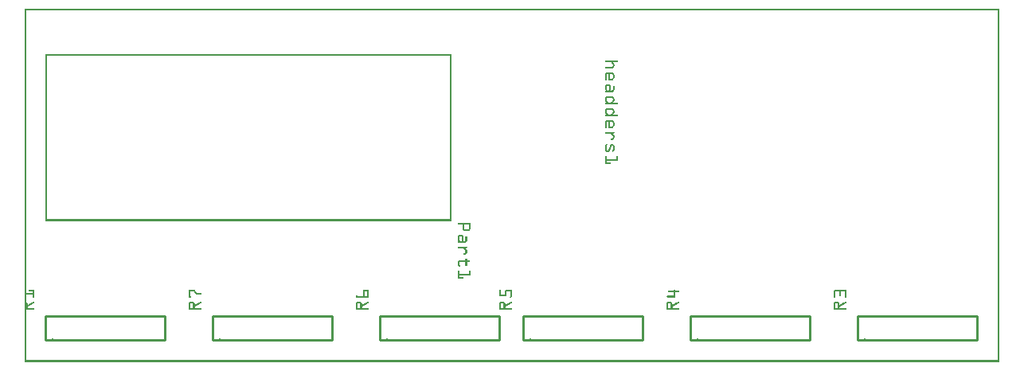
<source format=gto>
G04 MADE WITH FRITZING*
G04 WWW.FRITZING.ORG*
G04 DOUBLE SIDED*
G04 HOLES PLATED*
G04 CONTOUR ON CENTER OF CONTOUR VECTOR*
%ASAXBY*%
%FSLAX23Y23*%
%MOIN*%
%OFA0B0*%
%SFA1.0B1.0*%
%ADD10C,0.010000*%
%ADD11R,0.001000X0.001000*%
%LNSILK1*%
G90*
G70*
G54D10*
X788Y92D02*
X1288Y92D01*
D02*
X1288Y92D02*
X1288Y192D01*
D02*
X1288Y192D02*
X788Y192D01*
D02*
X788Y192D02*
X788Y92D01*
D02*
X1488Y92D02*
X1988Y92D01*
D02*
X1988Y92D02*
X1988Y192D01*
D02*
X1988Y192D02*
X1488Y192D01*
D02*
X1488Y192D02*
X1488Y92D01*
D02*
X2088Y92D02*
X2588Y92D01*
D02*
X2588Y92D02*
X2588Y192D01*
D02*
X2588Y192D02*
X2088Y192D01*
D02*
X2088Y192D02*
X2088Y92D01*
D02*
X2788Y92D02*
X3288Y92D01*
D02*
X3288Y92D02*
X3288Y192D01*
D02*
X3288Y192D02*
X2788Y192D01*
D02*
X2788Y192D02*
X2788Y92D01*
D02*
X3488Y92D02*
X3988Y92D01*
D02*
X3988Y92D02*
X3988Y192D01*
D02*
X3988Y192D02*
X3488Y192D01*
D02*
X3488Y192D02*
X3488Y92D01*
D02*
X88Y92D02*
X588Y92D01*
D02*
X588Y92D02*
X588Y192D01*
D02*
X588Y192D02*
X88Y192D01*
D02*
X88Y192D02*
X88Y92D01*
G54D11*
X0Y1481D02*
X4081Y1481D01*
X0Y1480D02*
X4081Y1480D01*
X0Y1479D02*
X4081Y1479D01*
X0Y1478D02*
X4081Y1478D01*
X0Y1477D02*
X4081Y1477D01*
X0Y1476D02*
X4081Y1476D01*
X0Y1475D02*
X4081Y1475D01*
X0Y1474D02*
X4081Y1474D01*
X0Y1473D02*
X7Y1473D01*
X4074Y1473D02*
X4081Y1473D01*
X0Y1472D02*
X7Y1472D01*
X4074Y1472D02*
X4081Y1472D01*
X0Y1471D02*
X7Y1471D01*
X4074Y1471D02*
X4081Y1471D01*
X0Y1470D02*
X7Y1470D01*
X4074Y1470D02*
X4081Y1470D01*
X0Y1469D02*
X7Y1469D01*
X4074Y1469D02*
X4081Y1469D01*
X0Y1468D02*
X7Y1468D01*
X4074Y1468D02*
X4081Y1468D01*
X0Y1467D02*
X7Y1467D01*
X4074Y1467D02*
X4081Y1467D01*
X0Y1466D02*
X7Y1466D01*
X4074Y1466D02*
X4081Y1466D01*
X0Y1465D02*
X7Y1465D01*
X4074Y1465D02*
X4081Y1465D01*
X0Y1464D02*
X7Y1464D01*
X4074Y1464D02*
X4081Y1464D01*
X0Y1463D02*
X7Y1463D01*
X4074Y1463D02*
X4081Y1463D01*
X0Y1462D02*
X7Y1462D01*
X4074Y1462D02*
X4081Y1462D01*
X0Y1461D02*
X7Y1461D01*
X4074Y1461D02*
X4081Y1461D01*
X0Y1460D02*
X7Y1460D01*
X4074Y1460D02*
X4081Y1460D01*
X0Y1459D02*
X7Y1459D01*
X4074Y1459D02*
X4081Y1459D01*
X0Y1458D02*
X7Y1458D01*
X4074Y1458D02*
X4081Y1458D01*
X0Y1457D02*
X7Y1457D01*
X4074Y1457D02*
X4081Y1457D01*
X0Y1456D02*
X7Y1456D01*
X4074Y1456D02*
X4081Y1456D01*
X0Y1455D02*
X7Y1455D01*
X4074Y1455D02*
X4081Y1455D01*
X0Y1454D02*
X7Y1454D01*
X4074Y1454D02*
X4081Y1454D01*
X0Y1453D02*
X7Y1453D01*
X4074Y1453D02*
X4081Y1453D01*
X0Y1452D02*
X7Y1452D01*
X4074Y1452D02*
X4081Y1452D01*
X0Y1451D02*
X7Y1451D01*
X4074Y1451D02*
X4081Y1451D01*
X0Y1450D02*
X7Y1450D01*
X4074Y1450D02*
X4081Y1450D01*
X0Y1449D02*
X7Y1449D01*
X4074Y1449D02*
X4081Y1449D01*
X0Y1448D02*
X7Y1448D01*
X4074Y1448D02*
X4081Y1448D01*
X0Y1447D02*
X7Y1447D01*
X4074Y1447D02*
X4081Y1447D01*
X0Y1446D02*
X7Y1446D01*
X4074Y1446D02*
X4081Y1446D01*
X0Y1445D02*
X7Y1445D01*
X4074Y1445D02*
X4081Y1445D01*
X0Y1444D02*
X7Y1444D01*
X4074Y1444D02*
X4081Y1444D01*
X0Y1443D02*
X7Y1443D01*
X4074Y1443D02*
X4081Y1443D01*
X0Y1442D02*
X7Y1442D01*
X4074Y1442D02*
X4081Y1442D01*
X0Y1441D02*
X7Y1441D01*
X4074Y1441D02*
X4081Y1441D01*
X0Y1440D02*
X7Y1440D01*
X4074Y1440D02*
X4081Y1440D01*
X0Y1439D02*
X7Y1439D01*
X4074Y1439D02*
X4081Y1439D01*
X0Y1438D02*
X7Y1438D01*
X4074Y1438D02*
X4081Y1438D01*
X0Y1437D02*
X7Y1437D01*
X4074Y1437D02*
X4081Y1437D01*
X0Y1436D02*
X7Y1436D01*
X4074Y1436D02*
X4081Y1436D01*
X0Y1435D02*
X7Y1435D01*
X4074Y1435D02*
X4081Y1435D01*
X0Y1434D02*
X7Y1434D01*
X4074Y1434D02*
X4081Y1434D01*
X0Y1433D02*
X7Y1433D01*
X4074Y1433D02*
X4081Y1433D01*
X0Y1432D02*
X7Y1432D01*
X4074Y1432D02*
X4081Y1432D01*
X0Y1431D02*
X7Y1431D01*
X4074Y1431D02*
X4081Y1431D01*
X0Y1430D02*
X7Y1430D01*
X4074Y1430D02*
X4081Y1430D01*
X0Y1429D02*
X7Y1429D01*
X4074Y1429D02*
X4081Y1429D01*
X0Y1428D02*
X7Y1428D01*
X4074Y1428D02*
X4081Y1428D01*
X0Y1427D02*
X7Y1427D01*
X4074Y1427D02*
X4081Y1427D01*
X0Y1426D02*
X7Y1426D01*
X4074Y1426D02*
X4081Y1426D01*
X0Y1425D02*
X7Y1425D01*
X4074Y1425D02*
X4081Y1425D01*
X0Y1424D02*
X7Y1424D01*
X4074Y1424D02*
X4081Y1424D01*
X0Y1423D02*
X7Y1423D01*
X4074Y1423D02*
X4081Y1423D01*
X0Y1422D02*
X7Y1422D01*
X4074Y1422D02*
X4081Y1422D01*
X0Y1421D02*
X7Y1421D01*
X4074Y1421D02*
X4081Y1421D01*
X0Y1420D02*
X7Y1420D01*
X4074Y1420D02*
X4081Y1420D01*
X0Y1419D02*
X7Y1419D01*
X4074Y1419D02*
X4081Y1419D01*
X0Y1418D02*
X7Y1418D01*
X4074Y1418D02*
X4081Y1418D01*
X0Y1417D02*
X7Y1417D01*
X4074Y1417D02*
X4081Y1417D01*
X0Y1416D02*
X7Y1416D01*
X4074Y1416D02*
X4081Y1416D01*
X0Y1415D02*
X7Y1415D01*
X4074Y1415D02*
X4081Y1415D01*
X0Y1414D02*
X7Y1414D01*
X4074Y1414D02*
X4081Y1414D01*
X0Y1413D02*
X7Y1413D01*
X4074Y1413D02*
X4081Y1413D01*
X0Y1412D02*
X7Y1412D01*
X4074Y1412D02*
X4081Y1412D01*
X0Y1411D02*
X7Y1411D01*
X4074Y1411D02*
X4081Y1411D01*
X0Y1410D02*
X7Y1410D01*
X4074Y1410D02*
X4081Y1410D01*
X0Y1409D02*
X7Y1409D01*
X4074Y1409D02*
X4081Y1409D01*
X0Y1408D02*
X7Y1408D01*
X4074Y1408D02*
X4081Y1408D01*
X0Y1407D02*
X7Y1407D01*
X4074Y1407D02*
X4081Y1407D01*
X0Y1406D02*
X7Y1406D01*
X4074Y1406D02*
X4081Y1406D01*
X0Y1405D02*
X7Y1405D01*
X4074Y1405D02*
X4081Y1405D01*
X0Y1404D02*
X7Y1404D01*
X4074Y1404D02*
X4081Y1404D01*
X0Y1403D02*
X7Y1403D01*
X4074Y1403D02*
X4081Y1403D01*
X0Y1402D02*
X7Y1402D01*
X4074Y1402D02*
X4081Y1402D01*
X0Y1401D02*
X7Y1401D01*
X4074Y1401D02*
X4081Y1401D01*
X0Y1400D02*
X7Y1400D01*
X4074Y1400D02*
X4081Y1400D01*
X0Y1399D02*
X7Y1399D01*
X4074Y1399D02*
X4081Y1399D01*
X0Y1398D02*
X7Y1398D01*
X4074Y1398D02*
X4081Y1398D01*
X0Y1397D02*
X7Y1397D01*
X4074Y1397D02*
X4081Y1397D01*
X0Y1396D02*
X7Y1396D01*
X4074Y1396D02*
X4081Y1396D01*
X0Y1395D02*
X7Y1395D01*
X4074Y1395D02*
X4081Y1395D01*
X0Y1394D02*
X7Y1394D01*
X4074Y1394D02*
X4081Y1394D01*
X0Y1393D02*
X7Y1393D01*
X4074Y1393D02*
X4081Y1393D01*
X0Y1392D02*
X7Y1392D01*
X4074Y1392D02*
X4081Y1392D01*
X0Y1391D02*
X7Y1391D01*
X4074Y1391D02*
X4081Y1391D01*
X0Y1390D02*
X7Y1390D01*
X4074Y1390D02*
X4081Y1390D01*
X0Y1389D02*
X7Y1389D01*
X4074Y1389D02*
X4081Y1389D01*
X0Y1388D02*
X7Y1388D01*
X4074Y1388D02*
X4081Y1388D01*
X0Y1387D02*
X7Y1387D01*
X4074Y1387D02*
X4081Y1387D01*
X0Y1386D02*
X7Y1386D01*
X4074Y1386D02*
X4081Y1386D01*
X0Y1385D02*
X7Y1385D01*
X4074Y1385D02*
X4081Y1385D01*
X0Y1384D02*
X7Y1384D01*
X4074Y1384D02*
X4081Y1384D01*
X0Y1383D02*
X7Y1383D01*
X4074Y1383D02*
X4081Y1383D01*
X0Y1382D02*
X7Y1382D01*
X4074Y1382D02*
X4081Y1382D01*
X0Y1381D02*
X7Y1381D01*
X4074Y1381D02*
X4081Y1381D01*
X0Y1380D02*
X7Y1380D01*
X4074Y1380D02*
X4081Y1380D01*
X0Y1379D02*
X7Y1379D01*
X4074Y1379D02*
X4081Y1379D01*
X0Y1378D02*
X7Y1378D01*
X4074Y1378D02*
X4081Y1378D01*
X0Y1377D02*
X7Y1377D01*
X4074Y1377D02*
X4081Y1377D01*
X0Y1376D02*
X7Y1376D01*
X4074Y1376D02*
X4081Y1376D01*
X0Y1375D02*
X7Y1375D01*
X4074Y1375D02*
X4081Y1375D01*
X0Y1374D02*
X7Y1374D01*
X4074Y1374D02*
X4081Y1374D01*
X0Y1373D02*
X7Y1373D01*
X4074Y1373D02*
X4081Y1373D01*
X0Y1372D02*
X7Y1372D01*
X4074Y1372D02*
X4081Y1372D01*
X0Y1371D02*
X7Y1371D01*
X4074Y1371D02*
X4081Y1371D01*
X0Y1370D02*
X7Y1370D01*
X4074Y1370D02*
X4081Y1370D01*
X0Y1369D02*
X7Y1369D01*
X4074Y1369D02*
X4081Y1369D01*
X0Y1368D02*
X7Y1368D01*
X4074Y1368D02*
X4081Y1368D01*
X0Y1367D02*
X7Y1367D01*
X4074Y1367D02*
X4081Y1367D01*
X0Y1366D02*
X7Y1366D01*
X4074Y1366D02*
X4081Y1366D01*
X0Y1365D02*
X7Y1365D01*
X4074Y1365D02*
X4081Y1365D01*
X0Y1364D02*
X7Y1364D01*
X4074Y1364D02*
X4081Y1364D01*
X0Y1363D02*
X7Y1363D01*
X4074Y1363D02*
X4081Y1363D01*
X0Y1362D02*
X7Y1362D01*
X4074Y1362D02*
X4081Y1362D01*
X0Y1361D02*
X7Y1361D01*
X4074Y1361D02*
X4081Y1361D01*
X0Y1360D02*
X7Y1360D01*
X4074Y1360D02*
X4081Y1360D01*
X0Y1359D02*
X7Y1359D01*
X4074Y1359D02*
X4081Y1359D01*
X0Y1358D02*
X7Y1358D01*
X4074Y1358D02*
X4081Y1358D01*
X0Y1357D02*
X7Y1357D01*
X4074Y1357D02*
X4081Y1357D01*
X0Y1356D02*
X7Y1356D01*
X4074Y1356D02*
X4081Y1356D01*
X0Y1355D02*
X7Y1355D01*
X4074Y1355D02*
X4081Y1355D01*
X0Y1354D02*
X7Y1354D01*
X4074Y1354D02*
X4081Y1354D01*
X0Y1353D02*
X7Y1353D01*
X4074Y1353D02*
X4081Y1353D01*
X0Y1352D02*
X7Y1352D01*
X4074Y1352D02*
X4081Y1352D01*
X0Y1351D02*
X7Y1351D01*
X4074Y1351D02*
X4081Y1351D01*
X0Y1350D02*
X7Y1350D01*
X4074Y1350D02*
X4081Y1350D01*
X0Y1349D02*
X7Y1349D01*
X4074Y1349D02*
X4081Y1349D01*
X0Y1348D02*
X7Y1348D01*
X4074Y1348D02*
X4081Y1348D01*
X0Y1347D02*
X7Y1347D01*
X4074Y1347D02*
X4081Y1347D01*
X0Y1346D02*
X7Y1346D01*
X4074Y1346D02*
X4081Y1346D01*
X0Y1345D02*
X7Y1345D01*
X4074Y1345D02*
X4081Y1345D01*
X0Y1344D02*
X7Y1344D01*
X4074Y1344D02*
X4081Y1344D01*
X0Y1343D02*
X7Y1343D01*
X4074Y1343D02*
X4081Y1343D01*
X0Y1342D02*
X7Y1342D01*
X4074Y1342D02*
X4081Y1342D01*
X0Y1341D02*
X7Y1341D01*
X4074Y1341D02*
X4081Y1341D01*
X0Y1340D02*
X7Y1340D01*
X4074Y1340D02*
X4081Y1340D01*
X0Y1339D02*
X7Y1339D01*
X4074Y1339D02*
X4081Y1339D01*
X0Y1338D02*
X7Y1338D01*
X4074Y1338D02*
X4081Y1338D01*
X0Y1337D02*
X7Y1337D01*
X4074Y1337D02*
X4081Y1337D01*
X0Y1336D02*
X7Y1336D01*
X4074Y1336D02*
X4081Y1336D01*
X0Y1335D02*
X7Y1335D01*
X4074Y1335D02*
X4081Y1335D01*
X0Y1334D02*
X7Y1334D01*
X4074Y1334D02*
X4081Y1334D01*
X0Y1333D02*
X7Y1333D01*
X4074Y1333D02*
X4081Y1333D01*
X0Y1332D02*
X7Y1332D01*
X4074Y1332D02*
X4081Y1332D01*
X0Y1331D02*
X7Y1331D01*
X4074Y1331D02*
X4081Y1331D01*
X0Y1330D02*
X7Y1330D01*
X4074Y1330D02*
X4081Y1330D01*
X0Y1329D02*
X7Y1329D01*
X4074Y1329D02*
X4081Y1329D01*
X0Y1328D02*
X7Y1328D01*
X4074Y1328D02*
X4081Y1328D01*
X0Y1327D02*
X7Y1327D01*
X4074Y1327D02*
X4081Y1327D01*
X0Y1326D02*
X7Y1326D01*
X4074Y1326D02*
X4081Y1326D01*
X0Y1325D02*
X7Y1325D01*
X4074Y1325D02*
X4081Y1325D01*
X0Y1324D02*
X7Y1324D01*
X4074Y1324D02*
X4081Y1324D01*
X0Y1323D02*
X7Y1323D01*
X4074Y1323D02*
X4081Y1323D01*
X0Y1322D02*
X7Y1322D01*
X4074Y1322D02*
X4081Y1322D01*
X0Y1321D02*
X7Y1321D01*
X4074Y1321D02*
X4081Y1321D01*
X0Y1320D02*
X7Y1320D01*
X4074Y1320D02*
X4081Y1320D01*
X0Y1319D02*
X7Y1319D01*
X4074Y1319D02*
X4081Y1319D01*
X0Y1318D02*
X7Y1318D01*
X4074Y1318D02*
X4081Y1318D01*
X0Y1317D02*
X7Y1317D01*
X4074Y1317D02*
X4081Y1317D01*
X0Y1316D02*
X7Y1316D01*
X4074Y1316D02*
X4081Y1316D01*
X0Y1315D02*
X7Y1315D01*
X4074Y1315D02*
X4081Y1315D01*
X0Y1314D02*
X7Y1314D01*
X4074Y1314D02*
X4081Y1314D01*
X0Y1313D02*
X7Y1313D01*
X4074Y1313D02*
X4081Y1313D01*
X0Y1312D02*
X7Y1312D01*
X4074Y1312D02*
X4081Y1312D01*
X0Y1311D02*
X7Y1311D01*
X4074Y1311D02*
X4081Y1311D01*
X0Y1310D02*
X7Y1310D01*
X4074Y1310D02*
X4081Y1310D01*
X0Y1309D02*
X7Y1309D01*
X4074Y1309D02*
X4081Y1309D01*
X0Y1308D02*
X7Y1308D01*
X4074Y1308D02*
X4081Y1308D01*
X0Y1307D02*
X7Y1307D01*
X4074Y1307D02*
X4081Y1307D01*
X0Y1306D02*
X7Y1306D01*
X4074Y1306D02*
X4081Y1306D01*
X0Y1305D02*
X7Y1305D01*
X4074Y1305D02*
X4081Y1305D01*
X0Y1304D02*
X7Y1304D01*
X4074Y1304D02*
X4081Y1304D01*
X0Y1303D02*
X7Y1303D01*
X4074Y1303D02*
X4081Y1303D01*
X0Y1302D02*
X7Y1302D01*
X4074Y1302D02*
X4081Y1302D01*
X0Y1301D02*
X7Y1301D01*
X4074Y1301D02*
X4081Y1301D01*
X0Y1300D02*
X7Y1300D01*
X4074Y1300D02*
X4081Y1300D01*
X0Y1299D02*
X7Y1299D01*
X4074Y1299D02*
X4081Y1299D01*
X0Y1298D02*
X7Y1298D01*
X4074Y1298D02*
X4081Y1298D01*
X0Y1297D02*
X7Y1297D01*
X4074Y1297D02*
X4081Y1297D01*
X0Y1296D02*
X7Y1296D01*
X4074Y1296D02*
X4081Y1296D01*
X0Y1295D02*
X7Y1295D01*
X4074Y1295D02*
X4081Y1295D01*
X0Y1294D02*
X7Y1294D01*
X4074Y1294D02*
X4081Y1294D01*
X0Y1293D02*
X7Y1293D01*
X4074Y1293D02*
X4081Y1293D01*
X0Y1292D02*
X7Y1292D01*
X4074Y1292D02*
X4081Y1292D01*
X0Y1291D02*
X7Y1291D01*
X88Y1291D02*
X1787Y1291D01*
X4074Y1291D02*
X4081Y1291D01*
X0Y1290D02*
X7Y1290D01*
X88Y1290D02*
X1787Y1290D01*
X4074Y1290D02*
X4081Y1290D01*
X0Y1289D02*
X7Y1289D01*
X88Y1289D02*
X1787Y1289D01*
X4074Y1289D02*
X4081Y1289D01*
X0Y1288D02*
X7Y1288D01*
X88Y1288D02*
X1787Y1288D01*
X4074Y1288D02*
X4081Y1288D01*
X0Y1287D02*
X7Y1287D01*
X88Y1287D02*
X1787Y1287D01*
X4074Y1287D02*
X4081Y1287D01*
X0Y1286D02*
X7Y1286D01*
X88Y1286D02*
X1787Y1286D01*
X4074Y1286D02*
X4081Y1286D01*
X0Y1285D02*
X7Y1285D01*
X88Y1285D02*
X1787Y1285D01*
X4074Y1285D02*
X4081Y1285D01*
X0Y1284D02*
X7Y1284D01*
X88Y1284D02*
X1787Y1284D01*
X4074Y1284D02*
X4081Y1284D01*
X0Y1283D02*
X7Y1283D01*
X88Y1283D02*
X95Y1283D01*
X1780Y1283D02*
X1787Y1283D01*
X4074Y1283D02*
X4081Y1283D01*
X0Y1282D02*
X7Y1282D01*
X88Y1282D02*
X95Y1282D01*
X1780Y1282D02*
X1787Y1282D01*
X4074Y1282D02*
X4081Y1282D01*
X0Y1281D02*
X7Y1281D01*
X88Y1281D02*
X95Y1281D01*
X1780Y1281D02*
X1787Y1281D01*
X4074Y1281D02*
X4081Y1281D01*
X0Y1280D02*
X7Y1280D01*
X88Y1280D02*
X95Y1280D01*
X1780Y1280D02*
X1787Y1280D01*
X4074Y1280D02*
X4081Y1280D01*
X0Y1279D02*
X7Y1279D01*
X88Y1279D02*
X95Y1279D01*
X1780Y1279D02*
X1787Y1279D01*
X4074Y1279D02*
X4081Y1279D01*
X0Y1278D02*
X7Y1278D01*
X88Y1278D02*
X95Y1278D01*
X1780Y1278D02*
X1787Y1278D01*
X4074Y1278D02*
X4081Y1278D01*
X0Y1277D02*
X7Y1277D01*
X88Y1277D02*
X95Y1277D01*
X1780Y1277D02*
X1787Y1277D01*
X4074Y1277D02*
X4081Y1277D01*
X0Y1276D02*
X7Y1276D01*
X88Y1276D02*
X95Y1276D01*
X1780Y1276D02*
X1787Y1276D01*
X4074Y1276D02*
X4081Y1276D01*
X0Y1275D02*
X7Y1275D01*
X88Y1275D02*
X95Y1275D01*
X1780Y1275D02*
X1787Y1275D01*
X4074Y1275D02*
X4081Y1275D01*
X0Y1274D02*
X7Y1274D01*
X88Y1274D02*
X95Y1274D01*
X1780Y1274D02*
X1787Y1274D01*
X4074Y1274D02*
X4081Y1274D01*
X0Y1273D02*
X7Y1273D01*
X88Y1273D02*
X95Y1273D01*
X1780Y1273D02*
X1787Y1273D01*
X4074Y1273D02*
X4081Y1273D01*
X0Y1272D02*
X7Y1272D01*
X88Y1272D02*
X95Y1272D01*
X1780Y1272D02*
X1787Y1272D01*
X4074Y1272D02*
X4081Y1272D01*
X0Y1271D02*
X7Y1271D01*
X88Y1271D02*
X95Y1271D01*
X1780Y1271D02*
X1787Y1271D01*
X4074Y1271D02*
X4081Y1271D01*
X0Y1270D02*
X7Y1270D01*
X88Y1270D02*
X95Y1270D01*
X1780Y1270D02*
X1787Y1270D01*
X4074Y1270D02*
X4081Y1270D01*
X0Y1269D02*
X7Y1269D01*
X88Y1269D02*
X95Y1269D01*
X1780Y1269D02*
X1787Y1269D01*
X4074Y1269D02*
X4081Y1269D01*
X0Y1268D02*
X7Y1268D01*
X88Y1268D02*
X95Y1268D01*
X1780Y1268D02*
X1787Y1268D01*
X4074Y1268D02*
X4081Y1268D01*
X0Y1267D02*
X7Y1267D01*
X88Y1267D02*
X95Y1267D01*
X1780Y1267D02*
X1787Y1267D01*
X4074Y1267D02*
X4081Y1267D01*
X0Y1266D02*
X7Y1266D01*
X88Y1266D02*
X95Y1266D01*
X1780Y1266D02*
X1787Y1266D01*
X4074Y1266D02*
X4081Y1266D01*
X0Y1265D02*
X7Y1265D01*
X88Y1265D02*
X95Y1265D01*
X1780Y1265D02*
X1787Y1265D01*
X4074Y1265D02*
X4081Y1265D01*
X0Y1264D02*
X7Y1264D01*
X88Y1264D02*
X95Y1264D01*
X1780Y1264D02*
X1787Y1264D01*
X2432Y1264D02*
X2482Y1264D01*
X4074Y1264D02*
X4081Y1264D01*
X0Y1263D02*
X7Y1263D01*
X88Y1263D02*
X95Y1263D01*
X1780Y1263D02*
X1787Y1263D01*
X2431Y1263D02*
X2483Y1263D01*
X4074Y1263D02*
X4081Y1263D01*
X0Y1262D02*
X7Y1262D01*
X88Y1262D02*
X95Y1262D01*
X1780Y1262D02*
X1787Y1262D01*
X2431Y1262D02*
X2483Y1262D01*
X4074Y1262D02*
X4081Y1262D01*
X0Y1261D02*
X7Y1261D01*
X88Y1261D02*
X95Y1261D01*
X1780Y1261D02*
X1787Y1261D01*
X2430Y1261D02*
X2483Y1261D01*
X4074Y1261D02*
X4081Y1261D01*
X0Y1260D02*
X7Y1260D01*
X88Y1260D02*
X95Y1260D01*
X1780Y1260D02*
X1787Y1260D01*
X2431Y1260D02*
X2483Y1260D01*
X4074Y1260D02*
X4081Y1260D01*
X0Y1259D02*
X7Y1259D01*
X88Y1259D02*
X95Y1259D01*
X1780Y1259D02*
X1787Y1259D01*
X2431Y1259D02*
X2483Y1259D01*
X4074Y1259D02*
X4081Y1259D01*
X0Y1258D02*
X7Y1258D01*
X88Y1258D02*
X95Y1258D01*
X1780Y1258D02*
X1787Y1258D01*
X2432Y1258D02*
X2482Y1258D01*
X4074Y1258D02*
X4081Y1258D01*
X0Y1257D02*
X7Y1257D01*
X88Y1257D02*
X95Y1257D01*
X1780Y1257D02*
X1787Y1257D01*
X2456Y1257D02*
X2463Y1257D01*
X4074Y1257D02*
X4081Y1257D01*
X0Y1256D02*
X7Y1256D01*
X88Y1256D02*
X95Y1256D01*
X1780Y1256D02*
X1787Y1256D01*
X2457Y1256D02*
X2464Y1256D01*
X4074Y1256D02*
X4081Y1256D01*
X0Y1255D02*
X7Y1255D01*
X88Y1255D02*
X95Y1255D01*
X1780Y1255D02*
X1787Y1255D01*
X2457Y1255D02*
X2465Y1255D01*
X4074Y1255D02*
X4081Y1255D01*
X0Y1254D02*
X7Y1254D01*
X88Y1254D02*
X95Y1254D01*
X1780Y1254D02*
X1787Y1254D01*
X2458Y1254D02*
X2465Y1254D01*
X4074Y1254D02*
X4081Y1254D01*
X0Y1253D02*
X7Y1253D01*
X88Y1253D02*
X95Y1253D01*
X1780Y1253D02*
X1787Y1253D01*
X2458Y1253D02*
X2466Y1253D01*
X4074Y1253D02*
X4081Y1253D01*
X0Y1252D02*
X7Y1252D01*
X88Y1252D02*
X95Y1252D01*
X1780Y1252D02*
X1787Y1252D01*
X2459Y1252D02*
X2466Y1252D01*
X4074Y1252D02*
X4081Y1252D01*
X0Y1251D02*
X7Y1251D01*
X88Y1251D02*
X95Y1251D01*
X1780Y1251D02*
X1787Y1251D01*
X2460Y1251D02*
X2467Y1251D01*
X4074Y1251D02*
X4081Y1251D01*
X0Y1250D02*
X7Y1250D01*
X88Y1250D02*
X95Y1250D01*
X1780Y1250D02*
X1787Y1250D01*
X2460Y1250D02*
X2468Y1250D01*
X4074Y1250D02*
X4081Y1250D01*
X0Y1249D02*
X7Y1249D01*
X88Y1249D02*
X95Y1249D01*
X1780Y1249D02*
X1787Y1249D01*
X2461Y1249D02*
X2468Y1249D01*
X4074Y1249D02*
X4081Y1249D01*
X0Y1248D02*
X7Y1248D01*
X88Y1248D02*
X95Y1248D01*
X1780Y1248D02*
X1787Y1248D01*
X2462Y1248D02*
X2468Y1248D01*
X4074Y1248D02*
X4081Y1248D01*
X0Y1247D02*
X7Y1247D01*
X88Y1247D02*
X95Y1247D01*
X1780Y1247D02*
X1787Y1247D01*
X2462Y1247D02*
X2469Y1247D01*
X4074Y1247D02*
X4081Y1247D01*
X0Y1246D02*
X7Y1246D01*
X88Y1246D02*
X95Y1246D01*
X1780Y1246D02*
X1787Y1246D01*
X2463Y1246D02*
X2469Y1246D01*
X4074Y1246D02*
X4081Y1246D01*
X0Y1245D02*
X7Y1245D01*
X88Y1245D02*
X95Y1245D01*
X1780Y1245D02*
X1787Y1245D01*
X2463Y1245D02*
X2469Y1245D01*
X4074Y1245D02*
X4081Y1245D01*
X0Y1244D02*
X7Y1244D01*
X88Y1244D02*
X95Y1244D01*
X1780Y1244D02*
X1787Y1244D01*
X2463Y1244D02*
X2469Y1244D01*
X4074Y1244D02*
X4081Y1244D01*
X0Y1243D02*
X7Y1243D01*
X88Y1243D02*
X95Y1243D01*
X1780Y1243D02*
X1787Y1243D01*
X2463Y1243D02*
X2469Y1243D01*
X4074Y1243D02*
X4081Y1243D01*
X0Y1242D02*
X7Y1242D01*
X88Y1242D02*
X95Y1242D01*
X1780Y1242D02*
X1787Y1242D01*
X2463Y1242D02*
X2469Y1242D01*
X4074Y1242D02*
X4081Y1242D01*
X0Y1241D02*
X7Y1241D01*
X88Y1241D02*
X95Y1241D01*
X1780Y1241D02*
X1787Y1241D01*
X2463Y1241D02*
X2469Y1241D01*
X4074Y1241D02*
X4081Y1241D01*
X0Y1240D02*
X7Y1240D01*
X88Y1240D02*
X95Y1240D01*
X1780Y1240D02*
X1787Y1240D01*
X2462Y1240D02*
X2469Y1240D01*
X4074Y1240D02*
X4081Y1240D01*
X0Y1239D02*
X7Y1239D01*
X88Y1239D02*
X95Y1239D01*
X1780Y1239D02*
X1787Y1239D01*
X2462Y1239D02*
X2469Y1239D01*
X4074Y1239D02*
X4081Y1239D01*
X0Y1238D02*
X7Y1238D01*
X88Y1238D02*
X95Y1238D01*
X1780Y1238D02*
X1787Y1238D01*
X2460Y1238D02*
X2468Y1238D01*
X4074Y1238D02*
X4081Y1238D01*
X0Y1237D02*
X7Y1237D01*
X88Y1237D02*
X95Y1237D01*
X1780Y1237D02*
X1787Y1237D01*
X2434Y1237D02*
X2468Y1237D01*
X4074Y1237D02*
X4081Y1237D01*
X0Y1236D02*
X7Y1236D01*
X88Y1236D02*
X95Y1236D01*
X1780Y1236D02*
X1787Y1236D01*
X2431Y1236D02*
X2467Y1236D01*
X4074Y1236D02*
X4081Y1236D01*
X0Y1235D02*
X7Y1235D01*
X88Y1235D02*
X95Y1235D01*
X1780Y1235D02*
X1787Y1235D01*
X2431Y1235D02*
X2467Y1235D01*
X4074Y1235D02*
X4081Y1235D01*
X0Y1234D02*
X7Y1234D01*
X88Y1234D02*
X95Y1234D01*
X1780Y1234D02*
X1787Y1234D01*
X2430Y1234D02*
X2466Y1234D01*
X4074Y1234D02*
X4081Y1234D01*
X0Y1233D02*
X7Y1233D01*
X88Y1233D02*
X95Y1233D01*
X1780Y1233D02*
X1787Y1233D01*
X2430Y1233D02*
X2465Y1233D01*
X4074Y1233D02*
X4081Y1233D01*
X0Y1232D02*
X7Y1232D01*
X88Y1232D02*
X95Y1232D01*
X1780Y1232D02*
X1787Y1232D01*
X2431Y1232D02*
X2463Y1232D01*
X4074Y1232D02*
X4081Y1232D01*
X0Y1231D02*
X7Y1231D01*
X88Y1231D02*
X95Y1231D01*
X1780Y1231D02*
X1787Y1231D01*
X2432Y1231D02*
X2459Y1231D01*
X4074Y1231D02*
X4081Y1231D01*
X0Y1230D02*
X7Y1230D01*
X88Y1230D02*
X95Y1230D01*
X1780Y1230D02*
X1787Y1230D01*
X4074Y1230D02*
X4081Y1230D01*
X0Y1229D02*
X7Y1229D01*
X88Y1229D02*
X95Y1229D01*
X1780Y1229D02*
X1787Y1229D01*
X4074Y1229D02*
X4081Y1229D01*
X0Y1228D02*
X7Y1228D01*
X88Y1228D02*
X95Y1228D01*
X1780Y1228D02*
X1787Y1228D01*
X4074Y1228D02*
X4081Y1228D01*
X0Y1227D02*
X7Y1227D01*
X88Y1227D02*
X95Y1227D01*
X1780Y1227D02*
X1787Y1227D01*
X4074Y1227D02*
X4081Y1227D01*
X0Y1226D02*
X7Y1226D01*
X88Y1226D02*
X95Y1226D01*
X1780Y1226D02*
X1787Y1226D01*
X4074Y1226D02*
X4081Y1226D01*
X0Y1225D02*
X7Y1225D01*
X88Y1225D02*
X95Y1225D01*
X1780Y1225D02*
X1787Y1225D01*
X4074Y1225D02*
X4081Y1225D01*
X0Y1224D02*
X7Y1224D01*
X88Y1224D02*
X95Y1224D01*
X1780Y1224D02*
X1787Y1224D01*
X4074Y1224D02*
X4081Y1224D01*
X0Y1223D02*
X7Y1223D01*
X88Y1223D02*
X95Y1223D01*
X1780Y1223D02*
X1787Y1223D01*
X4074Y1223D02*
X4081Y1223D01*
X0Y1222D02*
X7Y1222D01*
X88Y1222D02*
X95Y1222D01*
X1780Y1222D02*
X1787Y1222D01*
X4074Y1222D02*
X4081Y1222D01*
X0Y1221D02*
X7Y1221D01*
X88Y1221D02*
X95Y1221D01*
X1780Y1221D02*
X1787Y1221D01*
X4074Y1221D02*
X4081Y1221D01*
X0Y1220D02*
X7Y1220D01*
X88Y1220D02*
X95Y1220D01*
X1780Y1220D02*
X1787Y1220D01*
X4074Y1220D02*
X4081Y1220D01*
X0Y1219D02*
X7Y1219D01*
X88Y1219D02*
X95Y1219D01*
X1780Y1219D02*
X1787Y1219D01*
X4074Y1219D02*
X4081Y1219D01*
X0Y1218D02*
X7Y1218D01*
X88Y1218D02*
X95Y1218D01*
X1780Y1218D02*
X1787Y1218D01*
X4074Y1218D02*
X4081Y1218D01*
X0Y1217D02*
X7Y1217D01*
X88Y1217D02*
X95Y1217D01*
X1780Y1217D02*
X1787Y1217D01*
X4074Y1217D02*
X4081Y1217D01*
X0Y1216D02*
X7Y1216D01*
X88Y1216D02*
X95Y1216D01*
X1780Y1216D02*
X1787Y1216D01*
X4074Y1216D02*
X4081Y1216D01*
X0Y1215D02*
X7Y1215D01*
X88Y1215D02*
X95Y1215D01*
X1780Y1215D02*
X1787Y1215D01*
X4074Y1215D02*
X4081Y1215D01*
X0Y1214D02*
X7Y1214D01*
X88Y1214D02*
X95Y1214D01*
X1780Y1214D02*
X1787Y1214D01*
X2439Y1214D02*
X2459Y1214D01*
X4074Y1214D02*
X4081Y1214D01*
X0Y1213D02*
X7Y1213D01*
X88Y1213D02*
X95Y1213D01*
X1780Y1213D02*
X1787Y1213D01*
X2437Y1213D02*
X2462Y1213D01*
X4074Y1213D02*
X4081Y1213D01*
X0Y1212D02*
X7Y1212D01*
X88Y1212D02*
X95Y1212D01*
X1780Y1212D02*
X1787Y1212D01*
X2436Y1212D02*
X2463Y1212D01*
X4074Y1212D02*
X4081Y1212D01*
X0Y1211D02*
X7Y1211D01*
X88Y1211D02*
X95Y1211D01*
X1780Y1211D02*
X1787Y1211D01*
X2435Y1211D02*
X2464Y1211D01*
X4074Y1211D02*
X4081Y1211D01*
X0Y1210D02*
X7Y1210D01*
X88Y1210D02*
X95Y1210D01*
X1780Y1210D02*
X1787Y1210D01*
X2434Y1210D02*
X2465Y1210D01*
X4074Y1210D02*
X4081Y1210D01*
X0Y1209D02*
X7Y1209D01*
X88Y1209D02*
X95Y1209D01*
X1780Y1209D02*
X1787Y1209D01*
X2433Y1209D02*
X2466Y1209D01*
X4074Y1209D02*
X4081Y1209D01*
X0Y1208D02*
X7Y1208D01*
X88Y1208D02*
X95Y1208D01*
X1780Y1208D02*
X1787Y1208D01*
X2432Y1208D02*
X2467Y1208D01*
X4074Y1208D02*
X4081Y1208D01*
X0Y1207D02*
X7Y1207D01*
X88Y1207D02*
X95Y1207D01*
X1780Y1207D02*
X1787Y1207D01*
X2432Y1207D02*
X2440Y1207D01*
X2445Y1207D02*
X2451Y1207D01*
X2459Y1207D02*
X2467Y1207D01*
X4074Y1207D02*
X4081Y1207D01*
X0Y1206D02*
X7Y1206D01*
X88Y1206D02*
X95Y1206D01*
X1780Y1206D02*
X1787Y1206D01*
X2431Y1206D02*
X2439Y1206D01*
X2445Y1206D02*
X2451Y1206D01*
X2460Y1206D02*
X2468Y1206D01*
X4074Y1206D02*
X4081Y1206D01*
X0Y1205D02*
X7Y1205D01*
X88Y1205D02*
X95Y1205D01*
X1780Y1205D02*
X1787Y1205D01*
X2431Y1205D02*
X2438Y1205D01*
X2445Y1205D02*
X2451Y1205D01*
X2461Y1205D02*
X2468Y1205D01*
X4074Y1205D02*
X4081Y1205D01*
X0Y1204D02*
X7Y1204D01*
X88Y1204D02*
X95Y1204D01*
X1780Y1204D02*
X1787Y1204D01*
X2431Y1204D02*
X2437Y1204D01*
X2445Y1204D02*
X2451Y1204D01*
X2462Y1204D02*
X2469Y1204D01*
X4074Y1204D02*
X4081Y1204D01*
X0Y1203D02*
X7Y1203D01*
X88Y1203D02*
X95Y1203D01*
X1780Y1203D02*
X1787Y1203D01*
X2430Y1203D02*
X2437Y1203D01*
X2445Y1203D02*
X2451Y1203D01*
X2463Y1203D02*
X2469Y1203D01*
X4074Y1203D02*
X4081Y1203D01*
X0Y1202D02*
X7Y1202D01*
X88Y1202D02*
X95Y1202D01*
X1780Y1202D02*
X1787Y1202D01*
X2430Y1202D02*
X2436Y1202D01*
X2445Y1202D02*
X2451Y1202D01*
X2463Y1202D02*
X2469Y1202D01*
X4074Y1202D02*
X4081Y1202D01*
X0Y1201D02*
X7Y1201D01*
X88Y1201D02*
X95Y1201D01*
X1780Y1201D02*
X1787Y1201D01*
X2430Y1201D02*
X2436Y1201D01*
X2445Y1201D02*
X2451Y1201D01*
X2463Y1201D02*
X2469Y1201D01*
X4074Y1201D02*
X4081Y1201D01*
X0Y1200D02*
X7Y1200D01*
X88Y1200D02*
X95Y1200D01*
X1780Y1200D02*
X1787Y1200D01*
X2430Y1200D02*
X2436Y1200D01*
X2445Y1200D02*
X2451Y1200D01*
X2463Y1200D02*
X2469Y1200D01*
X4074Y1200D02*
X4081Y1200D01*
X0Y1199D02*
X7Y1199D01*
X88Y1199D02*
X95Y1199D01*
X1780Y1199D02*
X1787Y1199D01*
X2430Y1199D02*
X2436Y1199D01*
X2445Y1199D02*
X2451Y1199D01*
X2463Y1199D02*
X2469Y1199D01*
X4074Y1199D02*
X4081Y1199D01*
X0Y1198D02*
X7Y1198D01*
X88Y1198D02*
X95Y1198D01*
X1780Y1198D02*
X1787Y1198D01*
X2430Y1198D02*
X2436Y1198D01*
X2445Y1198D02*
X2451Y1198D01*
X2463Y1198D02*
X2469Y1198D01*
X4074Y1198D02*
X4081Y1198D01*
X0Y1197D02*
X7Y1197D01*
X88Y1197D02*
X95Y1197D01*
X1780Y1197D02*
X1787Y1197D01*
X2430Y1197D02*
X2436Y1197D01*
X2445Y1197D02*
X2451Y1197D01*
X2463Y1197D02*
X2469Y1197D01*
X4074Y1197D02*
X4081Y1197D01*
X0Y1196D02*
X7Y1196D01*
X88Y1196D02*
X95Y1196D01*
X1780Y1196D02*
X1787Y1196D01*
X2430Y1196D02*
X2436Y1196D01*
X2445Y1196D02*
X2451Y1196D01*
X2463Y1196D02*
X2469Y1196D01*
X4074Y1196D02*
X4081Y1196D01*
X0Y1195D02*
X7Y1195D01*
X88Y1195D02*
X95Y1195D01*
X1780Y1195D02*
X1787Y1195D01*
X2430Y1195D02*
X2436Y1195D01*
X2445Y1195D02*
X2451Y1195D01*
X2463Y1195D02*
X2469Y1195D01*
X4074Y1195D02*
X4081Y1195D01*
X0Y1194D02*
X7Y1194D01*
X88Y1194D02*
X95Y1194D01*
X1780Y1194D02*
X1787Y1194D01*
X2430Y1194D02*
X2436Y1194D01*
X2445Y1194D02*
X2451Y1194D01*
X2463Y1194D02*
X2469Y1194D01*
X4074Y1194D02*
X4081Y1194D01*
X0Y1193D02*
X7Y1193D01*
X88Y1193D02*
X95Y1193D01*
X1780Y1193D02*
X1787Y1193D01*
X2430Y1193D02*
X2436Y1193D01*
X2445Y1193D02*
X2451Y1193D01*
X2463Y1193D02*
X2469Y1193D01*
X4074Y1193D02*
X4081Y1193D01*
X0Y1192D02*
X7Y1192D01*
X88Y1192D02*
X95Y1192D01*
X1780Y1192D02*
X1787Y1192D01*
X2430Y1192D02*
X2436Y1192D01*
X2445Y1192D02*
X2451Y1192D01*
X2463Y1192D02*
X2469Y1192D01*
X4074Y1192D02*
X4081Y1192D01*
X0Y1191D02*
X7Y1191D01*
X88Y1191D02*
X95Y1191D01*
X1780Y1191D02*
X1787Y1191D01*
X2430Y1191D02*
X2436Y1191D01*
X2445Y1191D02*
X2451Y1191D01*
X2462Y1191D02*
X2469Y1191D01*
X4074Y1191D02*
X4081Y1191D01*
X0Y1190D02*
X7Y1190D01*
X88Y1190D02*
X95Y1190D01*
X1780Y1190D02*
X1787Y1190D01*
X2430Y1190D02*
X2436Y1190D01*
X2445Y1190D02*
X2451Y1190D01*
X2462Y1190D02*
X2468Y1190D01*
X4074Y1190D02*
X4081Y1190D01*
X0Y1189D02*
X7Y1189D01*
X88Y1189D02*
X95Y1189D01*
X1780Y1189D02*
X1787Y1189D01*
X2430Y1189D02*
X2436Y1189D01*
X2445Y1189D02*
X2451Y1189D01*
X2461Y1189D02*
X2468Y1189D01*
X4074Y1189D02*
X4081Y1189D01*
X0Y1188D02*
X7Y1188D01*
X88Y1188D02*
X95Y1188D01*
X1780Y1188D02*
X1787Y1188D01*
X2430Y1188D02*
X2436Y1188D01*
X2445Y1188D02*
X2451Y1188D01*
X2460Y1188D02*
X2467Y1188D01*
X4074Y1188D02*
X4081Y1188D01*
X0Y1187D02*
X7Y1187D01*
X88Y1187D02*
X95Y1187D01*
X1780Y1187D02*
X1787Y1187D01*
X2430Y1187D02*
X2436Y1187D01*
X2445Y1187D02*
X2467Y1187D01*
X4074Y1187D02*
X4081Y1187D01*
X0Y1186D02*
X7Y1186D01*
X88Y1186D02*
X95Y1186D01*
X1780Y1186D02*
X1787Y1186D01*
X2430Y1186D02*
X2436Y1186D01*
X2445Y1186D02*
X2466Y1186D01*
X4074Y1186D02*
X4081Y1186D01*
X0Y1185D02*
X7Y1185D01*
X88Y1185D02*
X95Y1185D01*
X1780Y1185D02*
X1787Y1185D01*
X2430Y1185D02*
X2436Y1185D01*
X2445Y1185D02*
X2465Y1185D01*
X4074Y1185D02*
X4081Y1185D01*
X0Y1184D02*
X7Y1184D01*
X88Y1184D02*
X95Y1184D01*
X1780Y1184D02*
X1787Y1184D01*
X2430Y1184D02*
X2436Y1184D01*
X2445Y1184D02*
X2464Y1184D01*
X4074Y1184D02*
X4081Y1184D01*
X0Y1183D02*
X7Y1183D01*
X88Y1183D02*
X95Y1183D01*
X1780Y1183D02*
X1787Y1183D01*
X2430Y1183D02*
X2436Y1183D01*
X2445Y1183D02*
X2463Y1183D01*
X4074Y1183D02*
X4081Y1183D01*
X0Y1182D02*
X7Y1182D01*
X88Y1182D02*
X95Y1182D01*
X1780Y1182D02*
X1787Y1182D01*
X2431Y1182D02*
X2436Y1182D01*
X2446Y1182D02*
X2462Y1182D01*
X4074Y1182D02*
X4081Y1182D01*
X0Y1181D02*
X7Y1181D01*
X88Y1181D02*
X95Y1181D01*
X1780Y1181D02*
X1787Y1181D01*
X2432Y1181D02*
X2435Y1181D01*
X2446Y1181D02*
X2461Y1181D01*
X4074Y1181D02*
X4081Y1181D01*
X0Y1180D02*
X7Y1180D01*
X88Y1180D02*
X95Y1180D01*
X1780Y1180D02*
X1787Y1180D01*
X4074Y1180D02*
X4081Y1180D01*
X0Y1179D02*
X7Y1179D01*
X88Y1179D02*
X95Y1179D01*
X1780Y1179D02*
X1787Y1179D01*
X4074Y1179D02*
X4081Y1179D01*
X0Y1178D02*
X7Y1178D01*
X88Y1178D02*
X95Y1178D01*
X1780Y1178D02*
X1787Y1178D01*
X4074Y1178D02*
X4081Y1178D01*
X0Y1177D02*
X7Y1177D01*
X88Y1177D02*
X95Y1177D01*
X1780Y1177D02*
X1787Y1177D01*
X4074Y1177D02*
X4081Y1177D01*
X0Y1176D02*
X7Y1176D01*
X88Y1176D02*
X95Y1176D01*
X1780Y1176D02*
X1787Y1176D01*
X4074Y1176D02*
X4081Y1176D01*
X0Y1175D02*
X7Y1175D01*
X88Y1175D02*
X95Y1175D01*
X1780Y1175D02*
X1787Y1175D01*
X4074Y1175D02*
X4081Y1175D01*
X0Y1174D02*
X7Y1174D01*
X88Y1174D02*
X95Y1174D01*
X1780Y1174D02*
X1787Y1174D01*
X4074Y1174D02*
X4081Y1174D01*
X0Y1173D02*
X7Y1173D01*
X88Y1173D02*
X95Y1173D01*
X1780Y1173D02*
X1787Y1173D01*
X4074Y1173D02*
X4081Y1173D01*
X0Y1172D02*
X7Y1172D01*
X88Y1172D02*
X95Y1172D01*
X1780Y1172D02*
X1787Y1172D01*
X4074Y1172D02*
X4081Y1172D01*
X0Y1171D02*
X7Y1171D01*
X88Y1171D02*
X95Y1171D01*
X1780Y1171D02*
X1787Y1171D01*
X4074Y1171D02*
X4081Y1171D01*
X0Y1170D02*
X7Y1170D01*
X88Y1170D02*
X95Y1170D01*
X1780Y1170D02*
X1787Y1170D01*
X4074Y1170D02*
X4081Y1170D01*
X0Y1169D02*
X7Y1169D01*
X88Y1169D02*
X95Y1169D01*
X1780Y1169D02*
X1787Y1169D01*
X4074Y1169D02*
X4081Y1169D01*
X0Y1168D02*
X7Y1168D01*
X88Y1168D02*
X95Y1168D01*
X1780Y1168D02*
X1787Y1168D01*
X4074Y1168D02*
X4081Y1168D01*
X0Y1167D02*
X7Y1167D01*
X88Y1167D02*
X95Y1167D01*
X1780Y1167D02*
X1787Y1167D01*
X4074Y1167D02*
X4081Y1167D01*
X0Y1166D02*
X7Y1166D01*
X88Y1166D02*
X95Y1166D01*
X1780Y1166D02*
X1787Y1166D01*
X4074Y1166D02*
X4081Y1166D01*
X0Y1165D02*
X7Y1165D01*
X88Y1165D02*
X95Y1165D01*
X1780Y1165D02*
X1787Y1165D01*
X4074Y1165D02*
X4081Y1165D01*
X0Y1164D02*
X7Y1164D01*
X88Y1164D02*
X95Y1164D01*
X1780Y1164D02*
X1787Y1164D01*
X2437Y1164D02*
X2447Y1164D01*
X4074Y1164D02*
X4081Y1164D01*
X0Y1163D02*
X7Y1163D01*
X88Y1163D02*
X95Y1163D01*
X1780Y1163D02*
X1787Y1163D01*
X2435Y1163D02*
X2449Y1163D01*
X4074Y1163D02*
X4081Y1163D01*
X0Y1162D02*
X7Y1162D01*
X88Y1162D02*
X95Y1162D01*
X1780Y1162D02*
X1787Y1162D01*
X2434Y1162D02*
X2450Y1162D01*
X4074Y1162D02*
X4081Y1162D01*
X0Y1161D02*
X7Y1161D01*
X88Y1161D02*
X95Y1161D01*
X1780Y1161D02*
X1787Y1161D01*
X2433Y1161D02*
X2451Y1161D01*
X4074Y1161D02*
X4081Y1161D01*
X0Y1160D02*
X7Y1160D01*
X88Y1160D02*
X95Y1160D01*
X1780Y1160D02*
X1787Y1160D01*
X2432Y1160D02*
X2452Y1160D01*
X4074Y1160D02*
X4081Y1160D01*
X0Y1159D02*
X7Y1159D01*
X88Y1159D02*
X95Y1159D01*
X1780Y1159D02*
X1787Y1159D01*
X2432Y1159D02*
X2453Y1159D01*
X4074Y1159D02*
X4081Y1159D01*
X0Y1158D02*
X7Y1158D01*
X88Y1158D02*
X95Y1158D01*
X1780Y1158D02*
X1787Y1158D01*
X2431Y1158D02*
X2453Y1158D01*
X4074Y1158D02*
X4081Y1158D01*
X0Y1157D02*
X7Y1157D01*
X88Y1157D02*
X95Y1157D01*
X1780Y1157D02*
X1787Y1157D01*
X2431Y1157D02*
X2438Y1157D01*
X2446Y1157D02*
X2454Y1157D01*
X2464Y1157D02*
X2467Y1157D01*
X4074Y1157D02*
X4081Y1157D01*
X0Y1156D02*
X7Y1156D01*
X88Y1156D02*
X95Y1156D01*
X1780Y1156D02*
X1787Y1156D01*
X2431Y1156D02*
X2437Y1156D01*
X2447Y1156D02*
X2454Y1156D01*
X2463Y1156D02*
X2468Y1156D01*
X4074Y1156D02*
X4081Y1156D01*
X0Y1155D02*
X7Y1155D01*
X88Y1155D02*
X95Y1155D01*
X1780Y1155D02*
X1787Y1155D01*
X2430Y1155D02*
X2437Y1155D01*
X2448Y1155D02*
X2454Y1155D01*
X2463Y1155D02*
X2469Y1155D01*
X4074Y1155D02*
X4081Y1155D01*
X0Y1154D02*
X7Y1154D01*
X88Y1154D02*
X95Y1154D01*
X1780Y1154D02*
X1787Y1154D01*
X2430Y1154D02*
X2436Y1154D01*
X2448Y1154D02*
X2454Y1154D01*
X2463Y1154D02*
X2469Y1154D01*
X4074Y1154D02*
X4081Y1154D01*
X0Y1153D02*
X7Y1153D01*
X88Y1153D02*
X95Y1153D01*
X1780Y1153D02*
X1787Y1153D01*
X2430Y1153D02*
X2436Y1153D01*
X2448Y1153D02*
X2454Y1153D01*
X2463Y1153D02*
X2469Y1153D01*
X4074Y1153D02*
X4081Y1153D01*
X0Y1152D02*
X7Y1152D01*
X88Y1152D02*
X95Y1152D01*
X1780Y1152D02*
X1787Y1152D01*
X2430Y1152D02*
X2436Y1152D01*
X2448Y1152D02*
X2454Y1152D01*
X2463Y1152D02*
X2469Y1152D01*
X4074Y1152D02*
X4081Y1152D01*
X0Y1151D02*
X7Y1151D01*
X88Y1151D02*
X95Y1151D01*
X1780Y1151D02*
X1787Y1151D01*
X2430Y1151D02*
X2436Y1151D01*
X2448Y1151D02*
X2454Y1151D01*
X2463Y1151D02*
X2469Y1151D01*
X4074Y1151D02*
X4081Y1151D01*
X0Y1150D02*
X7Y1150D01*
X88Y1150D02*
X95Y1150D01*
X1780Y1150D02*
X1787Y1150D01*
X2430Y1150D02*
X2436Y1150D01*
X2448Y1150D02*
X2454Y1150D01*
X2463Y1150D02*
X2469Y1150D01*
X4074Y1150D02*
X4081Y1150D01*
X0Y1149D02*
X7Y1149D01*
X88Y1149D02*
X95Y1149D01*
X1780Y1149D02*
X1787Y1149D01*
X2430Y1149D02*
X2436Y1149D01*
X2448Y1149D02*
X2454Y1149D01*
X2463Y1149D02*
X2469Y1149D01*
X4074Y1149D02*
X4081Y1149D01*
X0Y1148D02*
X7Y1148D01*
X88Y1148D02*
X95Y1148D01*
X1780Y1148D02*
X1787Y1148D01*
X2430Y1148D02*
X2436Y1148D01*
X2448Y1148D02*
X2454Y1148D01*
X2463Y1148D02*
X2469Y1148D01*
X4074Y1148D02*
X4081Y1148D01*
X0Y1147D02*
X7Y1147D01*
X88Y1147D02*
X95Y1147D01*
X1780Y1147D02*
X1787Y1147D01*
X2430Y1147D02*
X2436Y1147D01*
X2448Y1147D02*
X2454Y1147D01*
X2463Y1147D02*
X2469Y1147D01*
X4074Y1147D02*
X4081Y1147D01*
X0Y1146D02*
X7Y1146D01*
X88Y1146D02*
X95Y1146D01*
X1780Y1146D02*
X1787Y1146D01*
X2430Y1146D02*
X2436Y1146D01*
X2448Y1146D02*
X2454Y1146D01*
X2463Y1146D02*
X2469Y1146D01*
X4074Y1146D02*
X4081Y1146D01*
X0Y1145D02*
X7Y1145D01*
X88Y1145D02*
X95Y1145D01*
X1780Y1145D02*
X1787Y1145D01*
X2430Y1145D02*
X2436Y1145D01*
X2448Y1145D02*
X2454Y1145D01*
X2463Y1145D02*
X2469Y1145D01*
X4074Y1145D02*
X4081Y1145D01*
X0Y1144D02*
X7Y1144D01*
X88Y1144D02*
X95Y1144D01*
X1780Y1144D02*
X1787Y1144D01*
X2430Y1144D02*
X2437Y1144D01*
X2448Y1144D02*
X2454Y1144D01*
X2463Y1144D02*
X2469Y1144D01*
X4074Y1144D02*
X4081Y1144D01*
X0Y1143D02*
X7Y1143D01*
X88Y1143D02*
X95Y1143D01*
X1780Y1143D02*
X1787Y1143D01*
X2431Y1143D02*
X2437Y1143D01*
X2448Y1143D02*
X2454Y1143D01*
X2463Y1143D02*
X2469Y1143D01*
X4074Y1143D02*
X4081Y1143D01*
X0Y1142D02*
X7Y1142D01*
X88Y1142D02*
X95Y1142D01*
X1780Y1142D02*
X1787Y1142D01*
X2431Y1142D02*
X2438Y1142D01*
X2448Y1142D02*
X2454Y1142D01*
X2463Y1142D02*
X2469Y1142D01*
X4074Y1142D02*
X4081Y1142D01*
X0Y1141D02*
X7Y1141D01*
X88Y1141D02*
X95Y1141D01*
X1780Y1141D02*
X1787Y1141D01*
X2432Y1141D02*
X2439Y1141D01*
X2448Y1141D02*
X2454Y1141D01*
X2463Y1141D02*
X2469Y1141D01*
X4074Y1141D02*
X4081Y1141D01*
X0Y1140D02*
X7Y1140D01*
X88Y1140D02*
X95Y1140D01*
X1780Y1140D02*
X1787Y1140D01*
X2432Y1140D02*
X2439Y1140D01*
X2448Y1140D02*
X2454Y1140D01*
X2463Y1140D02*
X2469Y1140D01*
X4074Y1140D02*
X4081Y1140D01*
X0Y1139D02*
X7Y1139D01*
X88Y1139D02*
X95Y1139D01*
X1780Y1139D02*
X1787Y1139D01*
X2433Y1139D02*
X2440Y1139D01*
X2447Y1139D02*
X2454Y1139D01*
X2462Y1139D02*
X2469Y1139D01*
X4074Y1139D02*
X4081Y1139D01*
X0Y1138D02*
X7Y1138D01*
X88Y1138D02*
X95Y1138D01*
X1780Y1138D02*
X1787Y1138D01*
X2433Y1138D02*
X2440Y1138D01*
X2446Y1138D02*
X2454Y1138D01*
X2459Y1138D02*
X2468Y1138D01*
X4074Y1138D02*
X4081Y1138D01*
X0Y1137D02*
X7Y1137D01*
X88Y1137D02*
X95Y1137D01*
X1780Y1137D02*
X1787Y1137D01*
X2433Y1137D02*
X2468Y1137D01*
X4074Y1137D02*
X4081Y1137D01*
X0Y1136D02*
X7Y1136D01*
X88Y1136D02*
X95Y1136D01*
X1780Y1136D02*
X1787Y1136D01*
X2431Y1136D02*
X2467Y1136D01*
X4074Y1136D02*
X4081Y1136D01*
X0Y1135D02*
X7Y1135D01*
X88Y1135D02*
X95Y1135D01*
X1780Y1135D02*
X1787Y1135D01*
X2431Y1135D02*
X2467Y1135D01*
X4074Y1135D02*
X4081Y1135D01*
X0Y1134D02*
X7Y1134D01*
X88Y1134D02*
X95Y1134D01*
X1780Y1134D02*
X1787Y1134D01*
X2430Y1134D02*
X2466Y1134D01*
X4074Y1134D02*
X4081Y1134D01*
X0Y1133D02*
X7Y1133D01*
X88Y1133D02*
X95Y1133D01*
X1780Y1133D02*
X1787Y1133D01*
X2430Y1133D02*
X2465Y1133D01*
X4074Y1133D02*
X4081Y1133D01*
X0Y1132D02*
X7Y1132D01*
X88Y1132D02*
X95Y1132D01*
X1780Y1132D02*
X1787Y1132D01*
X2431Y1132D02*
X2463Y1132D01*
X4074Y1132D02*
X4081Y1132D01*
X0Y1131D02*
X7Y1131D01*
X88Y1131D02*
X95Y1131D01*
X1780Y1131D02*
X1787Y1131D01*
X2432Y1131D02*
X2459Y1131D01*
X4074Y1131D02*
X4081Y1131D01*
X0Y1130D02*
X7Y1130D01*
X88Y1130D02*
X95Y1130D01*
X1780Y1130D02*
X1787Y1130D01*
X4074Y1130D02*
X4081Y1130D01*
X0Y1129D02*
X7Y1129D01*
X88Y1129D02*
X95Y1129D01*
X1780Y1129D02*
X1787Y1129D01*
X4074Y1129D02*
X4081Y1129D01*
X0Y1128D02*
X7Y1128D01*
X88Y1128D02*
X95Y1128D01*
X1780Y1128D02*
X1787Y1128D01*
X4074Y1128D02*
X4081Y1128D01*
X0Y1127D02*
X7Y1127D01*
X88Y1127D02*
X95Y1127D01*
X1780Y1127D02*
X1787Y1127D01*
X4074Y1127D02*
X4081Y1127D01*
X0Y1126D02*
X7Y1126D01*
X88Y1126D02*
X95Y1126D01*
X1780Y1126D02*
X1787Y1126D01*
X4074Y1126D02*
X4081Y1126D01*
X0Y1125D02*
X7Y1125D01*
X88Y1125D02*
X95Y1125D01*
X1780Y1125D02*
X1787Y1125D01*
X4074Y1125D02*
X4081Y1125D01*
X0Y1124D02*
X7Y1124D01*
X88Y1124D02*
X95Y1124D01*
X1780Y1124D02*
X1787Y1124D01*
X4074Y1124D02*
X4081Y1124D01*
X0Y1123D02*
X7Y1123D01*
X88Y1123D02*
X95Y1123D01*
X1780Y1123D02*
X1787Y1123D01*
X4074Y1123D02*
X4081Y1123D01*
X0Y1122D02*
X7Y1122D01*
X88Y1122D02*
X95Y1122D01*
X1780Y1122D02*
X1787Y1122D01*
X4074Y1122D02*
X4081Y1122D01*
X0Y1121D02*
X7Y1121D01*
X88Y1121D02*
X95Y1121D01*
X1780Y1121D02*
X1787Y1121D01*
X4074Y1121D02*
X4081Y1121D01*
X0Y1120D02*
X7Y1120D01*
X88Y1120D02*
X95Y1120D01*
X1780Y1120D02*
X1787Y1120D01*
X4074Y1120D02*
X4081Y1120D01*
X0Y1119D02*
X7Y1119D01*
X88Y1119D02*
X95Y1119D01*
X1780Y1119D02*
X1787Y1119D01*
X4074Y1119D02*
X4081Y1119D01*
X0Y1118D02*
X7Y1118D01*
X88Y1118D02*
X95Y1118D01*
X1780Y1118D02*
X1787Y1118D01*
X4074Y1118D02*
X4081Y1118D01*
X0Y1117D02*
X7Y1117D01*
X88Y1117D02*
X95Y1117D01*
X1780Y1117D02*
X1787Y1117D01*
X4074Y1117D02*
X4081Y1117D01*
X0Y1116D02*
X7Y1116D01*
X88Y1116D02*
X95Y1116D01*
X1780Y1116D02*
X1787Y1116D01*
X4074Y1116D02*
X4081Y1116D01*
X0Y1115D02*
X7Y1115D01*
X88Y1115D02*
X95Y1115D01*
X1780Y1115D02*
X1787Y1115D01*
X4074Y1115D02*
X4081Y1115D01*
X0Y1114D02*
X7Y1114D01*
X88Y1114D02*
X95Y1114D01*
X1780Y1114D02*
X1787Y1114D01*
X2439Y1114D02*
X2460Y1114D01*
X4074Y1114D02*
X4081Y1114D01*
X0Y1113D02*
X7Y1113D01*
X88Y1113D02*
X95Y1113D01*
X1780Y1113D02*
X1787Y1113D01*
X2437Y1113D02*
X2462Y1113D01*
X4074Y1113D02*
X4081Y1113D01*
X0Y1112D02*
X7Y1112D01*
X88Y1112D02*
X95Y1112D01*
X1780Y1112D02*
X1787Y1112D01*
X2436Y1112D02*
X2463Y1112D01*
X4074Y1112D02*
X4081Y1112D01*
X0Y1111D02*
X7Y1111D01*
X88Y1111D02*
X95Y1111D01*
X1780Y1111D02*
X1787Y1111D01*
X2435Y1111D02*
X2464Y1111D01*
X4074Y1111D02*
X4081Y1111D01*
X0Y1110D02*
X7Y1110D01*
X88Y1110D02*
X95Y1110D01*
X1780Y1110D02*
X1787Y1110D01*
X2434Y1110D02*
X2465Y1110D01*
X4074Y1110D02*
X4081Y1110D01*
X0Y1109D02*
X7Y1109D01*
X88Y1109D02*
X95Y1109D01*
X1780Y1109D02*
X1787Y1109D01*
X2433Y1109D02*
X2466Y1109D01*
X4074Y1109D02*
X4081Y1109D01*
X0Y1108D02*
X7Y1108D01*
X88Y1108D02*
X95Y1108D01*
X1780Y1108D02*
X1787Y1108D01*
X2432Y1108D02*
X2467Y1108D01*
X4074Y1108D02*
X4081Y1108D01*
X0Y1107D02*
X7Y1107D01*
X88Y1107D02*
X95Y1107D01*
X1780Y1107D02*
X1787Y1107D01*
X2432Y1107D02*
X2440Y1107D01*
X2459Y1107D02*
X2467Y1107D01*
X4074Y1107D02*
X4081Y1107D01*
X0Y1106D02*
X7Y1106D01*
X88Y1106D02*
X95Y1106D01*
X1780Y1106D02*
X1787Y1106D01*
X2431Y1106D02*
X2439Y1106D01*
X2460Y1106D02*
X2468Y1106D01*
X4074Y1106D02*
X4081Y1106D01*
X0Y1105D02*
X7Y1105D01*
X88Y1105D02*
X95Y1105D01*
X1780Y1105D02*
X1787Y1105D01*
X2431Y1105D02*
X2438Y1105D01*
X2461Y1105D02*
X2468Y1105D01*
X4074Y1105D02*
X4081Y1105D01*
X0Y1104D02*
X7Y1104D01*
X88Y1104D02*
X95Y1104D01*
X1780Y1104D02*
X1787Y1104D01*
X2431Y1104D02*
X2437Y1104D01*
X2462Y1104D02*
X2469Y1104D01*
X4074Y1104D02*
X4081Y1104D01*
X0Y1103D02*
X7Y1103D01*
X88Y1103D02*
X95Y1103D01*
X1780Y1103D02*
X1787Y1103D01*
X2430Y1103D02*
X2437Y1103D01*
X2463Y1103D02*
X2469Y1103D01*
X4074Y1103D02*
X4081Y1103D01*
X0Y1102D02*
X7Y1102D01*
X88Y1102D02*
X95Y1102D01*
X1780Y1102D02*
X1787Y1102D01*
X2430Y1102D02*
X2436Y1102D01*
X2463Y1102D02*
X2469Y1102D01*
X4074Y1102D02*
X4081Y1102D01*
X0Y1101D02*
X7Y1101D01*
X88Y1101D02*
X95Y1101D01*
X1780Y1101D02*
X1787Y1101D01*
X2430Y1101D02*
X2436Y1101D01*
X2463Y1101D02*
X2469Y1101D01*
X4074Y1101D02*
X4081Y1101D01*
X0Y1100D02*
X7Y1100D01*
X88Y1100D02*
X95Y1100D01*
X1780Y1100D02*
X1787Y1100D01*
X2430Y1100D02*
X2436Y1100D01*
X2463Y1100D02*
X2469Y1100D01*
X4074Y1100D02*
X4081Y1100D01*
X0Y1099D02*
X7Y1099D01*
X88Y1099D02*
X95Y1099D01*
X1780Y1099D02*
X1787Y1099D01*
X2430Y1099D02*
X2436Y1099D01*
X2463Y1099D02*
X2469Y1099D01*
X4074Y1099D02*
X4081Y1099D01*
X0Y1098D02*
X7Y1098D01*
X88Y1098D02*
X95Y1098D01*
X1780Y1098D02*
X1787Y1098D01*
X2430Y1098D02*
X2436Y1098D01*
X2463Y1098D02*
X2469Y1098D01*
X4074Y1098D02*
X4081Y1098D01*
X0Y1097D02*
X7Y1097D01*
X88Y1097D02*
X95Y1097D01*
X1780Y1097D02*
X1787Y1097D01*
X2430Y1097D02*
X2436Y1097D01*
X2463Y1097D02*
X2469Y1097D01*
X4074Y1097D02*
X4081Y1097D01*
X0Y1096D02*
X7Y1096D01*
X88Y1096D02*
X95Y1096D01*
X1780Y1096D02*
X1787Y1096D01*
X2430Y1096D02*
X2436Y1096D01*
X2463Y1096D02*
X2469Y1096D01*
X4074Y1096D02*
X4081Y1096D01*
X0Y1095D02*
X7Y1095D01*
X88Y1095D02*
X95Y1095D01*
X1780Y1095D02*
X1787Y1095D01*
X2430Y1095D02*
X2437Y1095D01*
X2462Y1095D02*
X2469Y1095D01*
X4074Y1095D02*
X4081Y1095D01*
X0Y1094D02*
X7Y1094D01*
X88Y1094D02*
X95Y1094D01*
X1780Y1094D02*
X1787Y1094D01*
X2431Y1094D02*
X2437Y1094D01*
X2462Y1094D02*
X2468Y1094D01*
X4074Y1094D02*
X4081Y1094D01*
X0Y1093D02*
X7Y1093D01*
X88Y1093D02*
X95Y1093D01*
X1780Y1093D02*
X1787Y1093D01*
X2431Y1093D02*
X2438Y1093D01*
X2461Y1093D02*
X2468Y1093D01*
X4074Y1093D02*
X4081Y1093D01*
X0Y1092D02*
X7Y1092D01*
X88Y1092D02*
X95Y1092D01*
X1780Y1092D02*
X1787Y1092D01*
X2431Y1092D02*
X2439Y1092D01*
X2460Y1092D02*
X2468Y1092D01*
X4074Y1092D02*
X4081Y1092D01*
X0Y1091D02*
X7Y1091D01*
X88Y1091D02*
X95Y1091D01*
X1780Y1091D02*
X1787Y1091D01*
X2432Y1091D02*
X2440Y1091D01*
X2459Y1091D02*
X2467Y1091D01*
X4074Y1091D02*
X4081Y1091D01*
X0Y1090D02*
X7Y1090D01*
X88Y1090D02*
X95Y1090D01*
X1780Y1090D02*
X1787Y1090D01*
X2432Y1090D02*
X2441Y1090D01*
X2458Y1090D02*
X2466Y1090D01*
X4074Y1090D02*
X4081Y1090D01*
X0Y1089D02*
X7Y1089D01*
X88Y1089D02*
X95Y1089D01*
X1780Y1089D02*
X1787Y1089D01*
X2433Y1089D02*
X2442Y1089D01*
X2457Y1089D02*
X2466Y1089D01*
X4074Y1089D02*
X4081Y1089D01*
X0Y1088D02*
X7Y1088D01*
X88Y1088D02*
X95Y1088D01*
X1780Y1088D02*
X1787Y1088D01*
X2434Y1088D02*
X2443Y1088D01*
X2456Y1088D02*
X2465Y1088D01*
X4074Y1088D02*
X4081Y1088D01*
X0Y1087D02*
X7Y1087D01*
X88Y1087D02*
X95Y1087D01*
X1780Y1087D02*
X1787Y1087D01*
X2434Y1087D02*
X2480Y1087D01*
X4074Y1087D02*
X4081Y1087D01*
X0Y1086D02*
X7Y1086D01*
X88Y1086D02*
X95Y1086D01*
X1780Y1086D02*
X1787Y1086D01*
X2431Y1086D02*
X2482Y1086D01*
X4074Y1086D02*
X4081Y1086D01*
X0Y1085D02*
X7Y1085D01*
X88Y1085D02*
X95Y1085D01*
X1780Y1085D02*
X1787Y1085D01*
X2431Y1085D02*
X2483Y1085D01*
X4074Y1085D02*
X4081Y1085D01*
X0Y1084D02*
X7Y1084D01*
X88Y1084D02*
X95Y1084D01*
X1780Y1084D02*
X1787Y1084D01*
X2430Y1084D02*
X2483Y1084D01*
X4074Y1084D02*
X4081Y1084D01*
X0Y1083D02*
X7Y1083D01*
X88Y1083D02*
X95Y1083D01*
X1780Y1083D02*
X1787Y1083D01*
X2430Y1083D02*
X2483Y1083D01*
X4074Y1083D02*
X4081Y1083D01*
X0Y1082D02*
X7Y1082D01*
X88Y1082D02*
X95Y1082D01*
X1780Y1082D02*
X1787Y1082D01*
X2431Y1082D02*
X2483Y1082D01*
X4074Y1082D02*
X4081Y1082D01*
X0Y1081D02*
X7Y1081D01*
X88Y1081D02*
X95Y1081D01*
X1780Y1081D02*
X1787Y1081D01*
X2432Y1081D02*
X2482Y1081D01*
X4074Y1081D02*
X4081Y1081D01*
X0Y1080D02*
X7Y1080D01*
X88Y1080D02*
X95Y1080D01*
X1780Y1080D02*
X1787Y1080D01*
X4074Y1080D02*
X4081Y1080D01*
X0Y1079D02*
X7Y1079D01*
X88Y1079D02*
X95Y1079D01*
X1780Y1079D02*
X1787Y1079D01*
X4074Y1079D02*
X4081Y1079D01*
X0Y1078D02*
X7Y1078D01*
X88Y1078D02*
X95Y1078D01*
X1780Y1078D02*
X1787Y1078D01*
X4074Y1078D02*
X4081Y1078D01*
X0Y1077D02*
X7Y1077D01*
X88Y1077D02*
X95Y1077D01*
X1780Y1077D02*
X1787Y1077D01*
X4074Y1077D02*
X4081Y1077D01*
X0Y1076D02*
X7Y1076D01*
X88Y1076D02*
X95Y1076D01*
X1780Y1076D02*
X1787Y1076D01*
X4074Y1076D02*
X4081Y1076D01*
X0Y1075D02*
X7Y1075D01*
X88Y1075D02*
X95Y1075D01*
X1780Y1075D02*
X1787Y1075D01*
X4074Y1075D02*
X4081Y1075D01*
X0Y1074D02*
X7Y1074D01*
X88Y1074D02*
X95Y1074D01*
X1780Y1074D02*
X1787Y1074D01*
X4074Y1074D02*
X4081Y1074D01*
X0Y1073D02*
X7Y1073D01*
X88Y1073D02*
X95Y1073D01*
X1780Y1073D02*
X1787Y1073D01*
X4074Y1073D02*
X4081Y1073D01*
X0Y1072D02*
X7Y1072D01*
X88Y1072D02*
X95Y1072D01*
X1780Y1072D02*
X1787Y1072D01*
X4074Y1072D02*
X4081Y1072D01*
X0Y1071D02*
X7Y1071D01*
X88Y1071D02*
X95Y1071D01*
X1780Y1071D02*
X1787Y1071D01*
X4074Y1071D02*
X4081Y1071D01*
X0Y1070D02*
X7Y1070D01*
X88Y1070D02*
X95Y1070D01*
X1780Y1070D02*
X1787Y1070D01*
X4074Y1070D02*
X4081Y1070D01*
X0Y1069D02*
X7Y1069D01*
X88Y1069D02*
X95Y1069D01*
X1780Y1069D02*
X1787Y1069D01*
X4074Y1069D02*
X4081Y1069D01*
X0Y1068D02*
X7Y1068D01*
X88Y1068D02*
X95Y1068D01*
X1780Y1068D02*
X1787Y1068D01*
X4074Y1068D02*
X4081Y1068D01*
X0Y1067D02*
X7Y1067D01*
X88Y1067D02*
X95Y1067D01*
X1780Y1067D02*
X1787Y1067D01*
X4074Y1067D02*
X4081Y1067D01*
X0Y1066D02*
X7Y1066D01*
X88Y1066D02*
X95Y1066D01*
X1780Y1066D02*
X1787Y1066D01*
X4074Y1066D02*
X4081Y1066D01*
X0Y1065D02*
X7Y1065D01*
X88Y1065D02*
X95Y1065D01*
X1780Y1065D02*
X1787Y1065D01*
X4074Y1065D02*
X4081Y1065D01*
X0Y1064D02*
X7Y1064D01*
X88Y1064D02*
X95Y1064D01*
X1780Y1064D02*
X1787Y1064D01*
X2439Y1064D02*
X2460Y1064D01*
X4074Y1064D02*
X4081Y1064D01*
X0Y1063D02*
X7Y1063D01*
X88Y1063D02*
X95Y1063D01*
X1780Y1063D02*
X1787Y1063D01*
X2437Y1063D02*
X2462Y1063D01*
X4074Y1063D02*
X4081Y1063D01*
X0Y1062D02*
X7Y1062D01*
X88Y1062D02*
X95Y1062D01*
X1780Y1062D02*
X1787Y1062D01*
X2436Y1062D02*
X2463Y1062D01*
X4074Y1062D02*
X4081Y1062D01*
X0Y1061D02*
X7Y1061D01*
X88Y1061D02*
X95Y1061D01*
X1780Y1061D02*
X1787Y1061D01*
X2435Y1061D02*
X2464Y1061D01*
X4074Y1061D02*
X4081Y1061D01*
X0Y1060D02*
X7Y1060D01*
X88Y1060D02*
X95Y1060D01*
X1780Y1060D02*
X1787Y1060D01*
X2434Y1060D02*
X2465Y1060D01*
X4074Y1060D02*
X4081Y1060D01*
X0Y1059D02*
X7Y1059D01*
X88Y1059D02*
X95Y1059D01*
X1780Y1059D02*
X1787Y1059D01*
X2433Y1059D02*
X2466Y1059D01*
X4074Y1059D02*
X4081Y1059D01*
X0Y1058D02*
X7Y1058D01*
X88Y1058D02*
X95Y1058D01*
X1780Y1058D02*
X1787Y1058D01*
X2432Y1058D02*
X2467Y1058D01*
X4074Y1058D02*
X4081Y1058D01*
X0Y1057D02*
X7Y1057D01*
X88Y1057D02*
X95Y1057D01*
X1780Y1057D02*
X1787Y1057D01*
X2432Y1057D02*
X2440Y1057D01*
X2459Y1057D02*
X2467Y1057D01*
X4074Y1057D02*
X4081Y1057D01*
X0Y1056D02*
X7Y1056D01*
X88Y1056D02*
X95Y1056D01*
X1780Y1056D02*
X1787Y1056D01*
X2431Y1056D02*
X2439Y1056D01*
X2460Y1056D02*
X2468Y1056D01*
X4074Y1056D02*
X4081Y1056D01*
X0Y1055D02*
X7Y1055D01*
X88Y1055D02*
X95Y1055D01*
X1780Y1055D02*
X1787Y1055D01*
X2431Y1055D02*
X2438Y1055D01*
X2461Y1055D02*
X2468Y1055D01*
X4074Y1055D02*
X4081Y1055D01*
X0Y1054D02*
X7Y1054D01*
X88Y1054D02*
X95Y1054D01*
X1780Y1054D02*
X1787Y1054D01*
X2431Y1054D02*
X2437Y1054D01*
X2462Y1054D02*
X2469Y1054D01*
X4074Y1054D02*
X4081Y1054D01*
X0Y1053D02*
X7Y1053D01*
X88Y1053D02*
X95Y1053D01*
X1780Y1053D02*
X1787Y1053D01*
X2430Y1053D02*
X2437Y1053D01*
X2463Y1053D02*
X2469Y1053D01*
X4074Y1053D02*
X4081Y1053D01*
X0Y1052D02*
X7Y1052D01*
X88Y1052D02*
X95Y1052D01*
X1780Y1052D02*
X1787Y1052D01*
X2430Y1052D02*
X2436Y1052D01*
X2463Y1052D02*
X2469Y1052D01*
X4074Y1052D02*
X4081Y1052D01*
X0Y1051D02*
X7Y1051D01*
X88Y1051D02*
X95Y1051D01*
X1780Y1051D02*
X1787Y1051D01*
X2430Y1051D02*
X2436Y1051D01*
X2463Y1051D02*
X2469Y1051D01*
X4074Y1051D02*
X4081Y1051D01*
X0Y1050D02*
X7Y1050D01*
X88Y1050D02*
X95Y1050D01*
X1780Y1050D02*
X1787Y1050D01*
X2430Y1050D02*
X2436Y1050D01*
X2463Y1050D02*
X2469Y1050D01*
X4074Y1050D02*
X4081Y1050D01*
X0Y1049D02*
X7Y1049D01*
X88Y1049D02*
X95Y1049D01*
X1780Y1049D02*
X1787Y1049D01*
X2430Y1049D02*
X2436Y1049D01*
X2463Y1049D02*
X2469Y1049D01*
X4074Y1049D02*
X4081Y1049D01*
X0Y1048D02*
X7Y1048D01*
X88Y1048D02*
X95Y1048D01*
X1780Y1048D02*
X1787Y1048D01*
X2430Y1048D02*
X2436Y1048D01*
X2463Y1048D02*
X2469Y1048D01*
X4074Y1048D02*
X4081Y1048D01*
X0Y1047D02*
X7Y1047D01*
X88Y1047D02*
X95Y1047D01*
X1780Y1047D02*
X1787Y1047D01*
X2430Y1047D02*
X2436Y1047D01*
X2463Y1047D02*
X2469Y1047D01*
X4074Y1047D02*
X4081Y1047D01*
X0Y1046D02*
X7Y1046D01*
X88Y1046D02*
X95Y1046D01*
X1780Y1046D02*
X1787Y1046D01*
X2430Y1046D02*
X2436Y1046D01*
X2463Y1046D02*
X2469Y1046D01*
X4074Y1046D02*
X4081Y1046D01*
X0Y1045D02*
X7Y1045D01*
X88Y1045D02*
X95Y1045D01*
X1780Y1045D02*
X1787Y1045D01*
X2430Y1045D02*
X2437Y1045D01*
X2462Y1045D02*
X2469Y1045D01*
X4074Y1045D02*
X4081Y1045D01*
X0Y1044D02*
X7Y1044D01*
X88Y1044D02*
X95Y1044D01*
X1780Y1044D02*
X1787Y1044D01*
X2431Y1044D02*
X2437Y1044D01*
X2462Y1044D02*
X2468Y1044D01*
X4074Y1044D02*
X4081Y1044D01*
X0Y1043D02*
X7Y1043D01*
X88Y1043D02*
X95Y1043D01*
X1780Y1043D02*
X1787Y1043D01*
X2431Y1043D02*
X2438Y1043D01*
X2461Y1043D02*
X2468Y1043D01*
X4074Y1043D02*
X4081Y1043D01*
X0Y1042D02*
X7Y1042D01*
X88Y1042D02*
X95Y1042D01*
X1780Y1042D02*
X1787Y1042D01*
X2431Y1042D02*
X2439Y1042D01*
X2460Y1042D02*
X2468Y1042D01*
X4074Y1042D02*
X4081Y1042D01*
X0Y1041D02*
X7Y1041D01*
X88Y1041D02*
X95Y1041D01*
X1780Y1041D02*
X1787Y1041D01*
X2432Y1041D02*
X2440Y1041D01*
X2459Y1041D02*
X2467Y1041D01*
X4074Y1041D02*
X4081Y1041D01*
X0Y1040D02*
X7Y1040D01*
X88Y1040D02*
X95Y1040D01*
X1780Y1040D02*
X1787Y1040D01*
X2432Y1040D02*
X2441Y1040D01*
X2458Y1040D02*
X2466Y1040D01*
X4074Y1040D02*
X4081Y1040D01*
X0Y1039D02*
X7Y1039D01*
X88Y1039D02*
X95Y1039D01*
X1780Y1039D02*
X1787Y1039D01*
X2433Y1039D02*
X2442Y1039D01*
X2457Y1039D02*
X2466Y1039D01*
X4074Y1039D02*
X4081Y1039D01*
X0Y1038D02*
X7Y1038D01*
X88Y1038D02*
X95Y1038D01*
X1780Y1038D02*
X1787Y1038D01*
X2434Y1038D02*
X2443Y1038D01*
X2456Y1038D02*
X2465Y1038D01*
X4074Y1038D02*
X4081Y1038D01*
X0Y1037D02*
X7Y1037D01*
X88Y1037D02*
X95Y1037D01*
X1780Y1037D02*
X1787Y1037D01*
X2434Y1037D02*
X2480Y1037D01*
X4074Y1037D02*
X4081Y1037D01*
X0Y1036D02*
X7Y1036D01*
X88Y1036D02*
X95Y1036D01*
X1780Y1036D02*
X1787Y1036D01*
X2431Y1036D02*
X2482Y1036D01*
X4074Y1036D02*
X4081Y1036D01*
X0Y1035D02*
X7Y1035D01*
X88Y1035D02*
X95Y1035D01*
X1780Y1035D02*
X1787Y1035D01*
X2431Y1035D02*
X2483Y1035D01*
X4074Y1035D02*
X4081Y1035D01*
X0Y1034D02*
X7Y1034D01*
X88Y1034D02*
X95Y1034D01*
X1780Y1034D02*
X1787Y1034D01*
X2430Y1034D02*
X2483Y1034D01*
X4074Y1034D02*
X4081Y1034D01*
X0Y1033D02*
X7Y1033D01*
X88Y1033D02*
X95Y1033D01*
X1780Y1033D02*
X1787Y1033D01*
X2430Y1033D02*
X2483Y1033D01*
X4074Y1033D02*
X4081Y1033D01*
X0Y1032D02*
X7Y1032D01*
X88Y1032D02*
X95Y1032D01*
X1780Y1032D02*
X1787Y1032D01*
X2431Y1032D02*
X2483Y1032D01*
X4074Y1032D02*
X4081Y1032D01*
X0Y1031D02*
X7Y1031D01*
X88Y1031D02*
X95Y1031D01*
X1780Y1031D02*
X1787Y1031D01*
X2432Y1031D02*
X2482Y1031D01*
X4074Y1031D02*
X4081Y1031D01*
X0Y1030D02*
X7Y1030D01*
X88Y1030D02*
X95Y1030D01*
X1780Y1030D02*
X1787Y1030D01*
X4074Y1030D02*
X4081Y1030D01*
X0Y1029D02*
X7Y1029D01*
X88Y1029D02*
X95Y1029D01*
X1780Y1029D02*
X1787Y1029D01*
X4074Y1029D02*
X4081Y1029D01*
X0Y1028D02*
X7Y1028D01*
X88Y1028D02*
X95Y1028D01*
X1780Y1028D02*
X1787Y1028D01*
X4074Y1028D02*
X4081Y1028D01*
X0Y1027D02*
X7Y1027D01*
X88Y1027D02*
X95Y1027D01*
X1780Y1027D02*
X1787Y1027D01*
X4074Y1027D02*
X4081Y1027D01*
X0Y1026D02*
X7Y1026D01*
X88Y1026D02*
X95Y1026D01*
X1780Y1026D02*
X1787Y1026D01*
X4074Y1026D02*
X4081Y1026D01*
X0Y1025D02*
X7Y1025D01*
X88Y1025D02*
X95Y1025D01*
X1780Y1025D02*
X1787Y1025D01*
X4074Y1025D02*
X4081Y1025D01*
X0Y1024D02*
X7Y1024D01*
X88Y1024D02*
X95Y1024D01*
X1780Y1024D02*
X1787Y1024D01*
X4074Y1024D02*
X4081Y1024D01*
X0Y1023D02*
X7Y1023D01*
X88Y1023D02*
X95Y1023D01*
X1780Y1023D02*
X1787Y1023D01*
X4074Y1023D02*
X4081Y1023D01*
X0Y1022D02*
X7Y1022D01*
X88Y1022D02*
X95Y1022D01*
X1780Y1022D02*
X1787Y1022D01*
X4074Y1022D02*
X4081Y1022D01*
X0Y1021D02*
X7Y1021D01*
X88Y1021D02*
X95Y1021D01*
X1780Y1021D02*
X1787Y1021D01*
X4074Y1021D02*
X4081Y1021D01*
X0Y1020D02*
X7Y1020D01*
X88Y1020D02*
X95Y1020D01*
X1780Y1020D02*
X1787Y1020D01*
X4074Y1020D02*
X4081Y1020D01*
X0Y1019D02*
X7Y1019D01*
X88Y1019D02*
X95Y1019D01*
X1780Y1019D02*
X1787Y1019D01*
X4074Y1019D02*
X4081Y1019D01*
X0Y1018D02*
X7Y1018D01*
X88Y1018D02*
X95Y1018D01*
X1780Y1018D02*
X1787Y1018D01*
X4074Y1018D02*
X4081Y1018D01*
X0Y1017D02*
X7Y1017D01*
X88Y1017D02*
X95Y1017D01*
X1780Y1017D02*
X1787Y1017D01*
X4074Y1017D02*
X4081Y1017D01*
X0Y1016D02*
X7Y1016D01*
X88Y1016D02*
X95Y1016D01*
X1780Y1016D02*
X1787Y1016D01*
X4074Y1016D02*
X4081Y1016D01*
X0Y1015D02*
X7Y1015D01*
X88Y1015D02*
X95Y1015D01*
X1780Y1015D02*
X1787Y1015D01*
X4074Y1015D02*
X4081Y1015D01*
X0Y1014D02*
X7Y1014D01*
X88Y1014D02*
X95Y1014D01*
X1780Y1014D02*
X1787Y1014D01*
X2439Y1014D02*
X2459Y1014D01*
X4074Y1014D02*
X4081Y1014D01*
X0Y1013D02*
X7Y1013D01*
X88Y1013D02*
X95Y1013D01*
X1780Y1013D02*
X1787Y1013D01*
X2437Y1013D02*
X2462Y1013D01*
X4074Y1013D02*
X4081Y1013D01*
X0Y1012D02*
X7Y1012D01*
X88Y1012D02*
X95Y1012D01*
X1780Y1012D02*
X1787Y1012D01*
X2436Y1012D02*
X2463Y1012D01*
X4074Y1012D02*
X4081Y1012D01*
X0Y1011D02*
X7Y1011D01*
X88Y1011D02*
X95Y1011D01*
X1780Y1011D02*
X1787Y1011D01*
X2435Y1011D02*
X2464Y1011D01*
X4074Y1011D02*
X4081Y1011D01*
X0Y1010D02*
X7Y1010D01*
X88Y1010D02*
X95Y1010D01*
X1780Y1010D02*
X1787Y1010D01*
X2434Y1010D02*
X2465Y1010D01*
X4074Y1010D02*
X4081Y1010D01*
X0Y1009D02*
X7Y1009D01*
X88Y1009D02*
X95Y1009D01*
X1780Y1009D02*
X1787Y1009D01*
X2433Y1009D02*
X2466Y1009D01*
X4074Y1009D02*
X4081Y1009D01*
X0Y1008D02*
X7Y1008D01*
X88Y1008D02*
X95Y1008D01*
X1780Y1008D02*
X1787Y1008D01*
X2432Y1008D02*
X2467Y1008D01*
X4074Y1008D02*
X4081Y1008D01*
X0Y1007D02*
X7Y1007D01*
X88Y1007D02*
X95Y1007D01*
X1780Y1007D02*
X1787Y1007D01*
X2432Y1007D02*
X2440Y1007D01*
X2445Y1007D02*
X2451Y1007D01*
X2459Y1007D02*
X2467Y1007D01*
X4074Y1007D02*
X4081Y1007D01*
X0Y1006D02*
X7Y1006D01*
X88Y1006D02*
X95Y1006D01*
X1780Y1006D02*
X1787Y1006D01*
X2431Y1006D02*
X2439Y1006D01*
X2445Y1006D02*
X2451Y1006D01*
X2460Y1006D02*
X2468Y1006D01*
X4074Y1006D02*
X4081Y1006D01*
X0Y1005D02*
X7Y1005D01*
X88Y1005D02*
X95Y1005D01*
X1780Y1005D02*
X1787Y1005D01*
X2431Y1005D02*
X2438Y1005D01*
X2445Y1005D02*
X2451Y1005D01*
X2461Y1005D02*
X2468Y1005D01*
X4074Y1005D02*
X4081Y1005D01*
X0Y1004D02*
X7Y1004D01*
X88Y1004D02*
X95Y1004D01*
X1780Y1004D02*
X1787Y1004D01*
X2431Y1004D02*
X2437Y1004D01*
X2445Y1004D02*
X2451Y1004D01*
X2462Y1004D02*
X2469Y1004D01*
X4074Y1004D02*
X4081Y1004D01*
X0Y1003D02*
X7Y1003D01*
X88Y1003D02*
X95Y1003D01*
X1780Y1003D02*
X1787Y1003D01*
X2430Y1003D02*
X2437Y1003D01*
X2445Y1003D02*
X2451Y1003D01*
X2463Y1003D02*
X2469Y1003D01*
X4074Y1003D02*
X4081Y1003D01*
X0Y1002D02*
X7Y1002D01*
X88Y1002D02*
X95Y1002D01*
X1780Y1002D02*
X1787Y1002D01*
X2430Y1002D02*
X2436Y1002D01*
X2445Y1002D02*
X2451Y1002D01*
X2463Y1002D02*
X2469Y1002D01*
X4074Y1002D02*
X4081Y1002D01*
X0Y1001D02*
X7Y1001D01*
X88Y1001D02*
X95Y1001D01*
X1780Y1001D02*
X1787Y1001D01*
X2430Y1001D02*
X2436Y1001D01*
X2445Y1001D02*
X2451Y1001D01*
X2463Y1001D02*
X2469Y1001D01*
X4074Y1001D02*
X4081Y1001D01*
X0Y1000D02*
X7Y1000D01*
X88Y1000D02*
X95Y1000D01*
X1780Y1000D02*
X1787Y1000D01*
X2430Y1000D02*
X2436Y1000D01*
X2445Y1000D02*
X2451Y1000D01*
X2463Y1000D02*
X2469Y1000D01*
X4074Y1000D02*
X4081Y1000D01*
X0Y999D02*
X7Y999D01*
X88Y999D02*
X95Y999D01*
X1780Y999D02*
X1787Y999D01*
X2430Y999D02*
X2436Y999D01*
X2445Y999D02*
X2451Y999D01*
X2463Y999D02*
X2469Y999D01*
X4074Y999D02*
X4081Y999D01*
X0Y998D02*
X7Y998D01*
X88Y998D02*
X95Y998D01*
X1780Y998D02*
X1787Y998D01*
X2430Y998D02*
X2436Y998D01*
X2445Y998D02*
X2451Y998D01*
X2463Y998D02*
X2469Y998D01*
X4074Y998D02*
X4081Y998D01*
X0Y997D02*
X7Y997D01*
X88Y997D02*
X95Y997D01*
X1780Y997D02*
X1787Y997D01*
X2430Y997D02*
X2436Y997D01*
X2445Y997D02*
X2451Y997D01*
X2463Y997D02*
X2469Y997D01*
X4074Y997D02*
X4081Y997D01*
X0Y996D02*
X7Y996D01*
X88Y996D02*
X95Y996D01*
X1780Y996D02*
X1787Y996D01*
X2430Y996D02*
X2436Y996D01*
X2445Y996D02*
X2451Y996D01*
X2463Y996D02*
X2469Y996D01*
X4074Y996D02*
X4081Y996D01*
X0Y995D02*
X7Y995D01*
X88Y995D02*
X95Y995D01*
X1780Y995D02*
X1787Y995D01*
X2430Y995D02*
X2436Y995D01*
X2445Y995D02*
X2451Y995D01*
X2463Y995D02*
X2469Y995D01*
X4074Y995D02*
X4081Y995D01*
X0Y994D02*
X7Y994D01*
X88Y994D02*
X95Y994D01*
X1780Y994D02*
X1787Y994D01*
X2430Y994D02*
X2436Y994D01*
X2445Y994D02*
X2451Y994D01*
X2463Y994D02*
X2469Y994D01*
X4074Y994D02*
X4081Y994D01*
X0Y993D02*
X7Y993D01*
X88Y993D02*
X95Y993D01*
X1780Y993D02*
X1787Y993D01*
X2430Y993D02*
X2436Y993D01*
X2445Y993D02*
X2451Y993D01*
X2463Y993D02*
X2469Y993D01*
X4074Y993D02*
X4081Y993D01*
X0Y992D02*
X7Y992D01*
X88Y992D02*
X95Y992D01*
X1780Y992D02*
X1787Y992D01*
X2430Y992D02*
X2436Y992D01*
X2445Y992D02*
X2451Y992D01*
X2463Y992D02*
X2469Y992D01*
X4074Y992D02*
X4081Y992D01*
X0Y991D02*
X7Y991D01*
X88Y991D02*
X95Y991D01*
X1780Y991D02*
X1787Y991D01*
X2430Y991D02*
X2436Y991D01*
X2445Y991D02*
X2451Y991D01*
X2462Y991D02*
X2469Y991D01*
X4074Y991D02*
X4081Y991D01*
X0Y990D02*
X7Y990D01*
X88Y990D02*
X95Y990D01*
X1780Y990D02*
X1787Y990D01*
X2430Y990D02*
X2436Y990D01*
X2445Y990D02*
X2451Y990D01*
X2462Y990D02*
X2468Y990D01*
X4074Y990D02*
X4081Y990D01*
X0Y989D02*
X7Y989D01*
X88Y989D02*
X95Y989D01*
X1780Y989D02*
X1787Y989D01*
X2430Y989D02*
X2436Y989D01*
X2445Y989D02*
X2451Y989D01*
X2461Y989D02*
X2468Y989D01*
X4074Y989D02*
X4081Y989D01*
X0Y988D02*
X7Y988D01*
X88Y988D02*
X95Y988D01*
X1780Y988D02*
X1787Y988D01*
X2430Y988D02*
X2436Y988D01*
X2445Y988D02*
X2451Y988D01*
X2460Y988D02*
X2467Y988D01*
X4074Y988D02*
X4081Y988D01*
X0Y987D02*
X7Y987D01*
X88Y987D02*
X95Y987D01*
X1780Y987D02*
X1787Y987D01*
X2430Y987D02*
X2436Y987D01*
X2445Y987D02*
X2467Y987D01*
X4074Y987D02*
X4081Y987D01*
X0Y986D02*
X7Y986D01*
X88Y986D02*
X95Y986D01*
X1780Y986D02*
X1787Y986D01*
X2430Y986D02*
X2436Y986D01*
X2445Y986D02*
X2466Y986D01*
X4074Y986D02*
X4081Y986D01*
X0Y985D02*
X7Y985D01*
X88Y985D02*
X95Y985D01*
X1780Y985D02*
X1787Y985D01*
X2430Y985D02*
X2436Y985D01*
X2445Y985D02*
X2465Y985D01*
X4074Y985D02*
X4081Y985D01*
X0Y984D02*
X7Y984D01*
X88Y984D02*
X95Y984D01*
X1780Y984D02*
X1787Y984D01*
X2430Y984D02*
X2436Y984D01*
X2445Y984D02*
X2464Y984D01*
X4074Y984D02*
X4081Y984D01*
X0Y983D02*
X7Y983D01*
X88Y983D02*
X95Y983D01*
X1780Y983D02*
X1787Y983D01*
X2430Y983D02*
X2436Y983D01*
X2445Y983D02*
X2463Y983D01*
X4074Y983D02*
X4081Y983D01*
X0Y982D02*
X7Y982D01*
X88Y982D02*
X95Y982D01*
X1780Y982D02*
X1787Y982D01*
X2431Y982D02*
X2436Y982D01*
X2446Y982D02*
X2462Y982D01*
X4074Y982D02*
X4081Y982D01*
X0Y981D02*
X7Y981D01*
X88Y981D02*
X95Y981D01*
X1780Y981D02*
X1787Y981D01*
X2432Y981D02*
X2435Y981D01*
X2446Y981D02*
X2461Y981D01*
X4074Y981D02*
X4081Y981D01*
X0Y980D02*
X7Y980D01*
X88Y980D02*
X95Y980D01*
X1780Y980D02*
X1787Y980D01*
X4074Y980D02*
X4081Y980D01*
X0Y979D02*
X7Y979D01*
X88Y979D02*
X95Y979D01*
X1780Y979D02*
X1787Y979D01*
X4074Y979D02*
X4081Y979D01*
X0Y978D02*
X7Y978D01*
X88Y978D02*
X95Y978D01*
X1780Y978D02*
X1787Y978D01*
X4074Y978D02*
X4081Y978D01*
X0Y977D02*
X7Y977D01*
X88Y977D02*
X95Y977D01*
X1780Y977D02*
X1787Y977D01*
X4074Y977D02*
X4081Y977D01*
X0Y976D02*
X7Y976D01*
X88Y976D02*
X95Y976D01*
X1780Y976D02*
X1787Y976D01*
X4074Y976D02*
X4081Y976D01*
X0Y975D02*
X7Y975D01*
X88Y975D02*
X95Y975D01*
X1780Y975D02*
X1787Y975D01*
X4074Y975D02*
X4081Y975D01*
X0Y974D02*
X7Y974D01*
X88Y974D02*
X95Y974D01*
X1780Y974D02*
X1787Y974D01*
X4074Y974D02*
X4081Y974D01*
X0Y973D02*
X7Y973D01*
X88Y973D02*
X95Y973D01*
X1780Y973D02*
X1787Y973D01*
X4074Y973D02*
X4081Y973D01*
X0Y972D02*
X7Y972D01*
X88Y972D02*
X95Y972D01*
X1780Y972D02*
X1787Y972D01*
X4074Y972D02*
X4081Y972D01*
X0Y971D02*
X7Y971D01*
X88Y971D02*
X95Y971D01*
X1780Y971D02*
X1787Y971D01*
X4074Y971D02*
X4081Y971D01*
X0Y970D02*
X7Y970D01*
X88Y970D02*
X95Y970D01*
X1780Y970D02*
X1787Y970D01*
X4074Y970D02*
X4081Y970D01*
X0Y969D02*
X7Y969D01*
X88Y969D02*
X95Y969D01*
X1780Y969D02*
X1787Y969D01*
X4074Y969D02*
X4081Y969D01*
X0Y968D02*
X7Y968D01*
X88Y968D02*
X95Y968D01*
X1780Y968D02*
X1787Y968D01*
X4074Y968D02*
X4081Y968D01*
X0Y967D02*
X7Y967D01*
X88Y967D02*
X95Y967D01*
X1780Y967D02*
X1787Y967D01*
X4074Y967D02*
X4081Y967D01*
X0Y966D02*
X7Y966D01*
X88Y966D02*
X95Y966D01*
X1780Y966D02*
X1787Y966D01*
X4074Y966D02*
X4081Y966D01*
X0Y965D02*
X7Y965D01*
X88Y965D02*
X95Y965D01*
X1780Y965D02*
X1787Y965D01*
X4074Y965D02*
X4081Y965D01*
X0Y964D02*
X7Y964D01*
X88Y964D02*
X95Y964D01*
X1780Y964D02*
X1787Y964D01*
X2432Y964D02*
X2467Y964D01*
X4074Y964D02*
X4081Y964D01*
X0Y963D02*
X7Y963D01*
X88Y963D02*
X95Y963D01*
X1780Y963D02*
X1787Y963D01*
X2431Y963D02*
X2468Y963D01*
X4074Y963D02*
X4081Y963D01*
X0Y962D02*
X7Y962D01*
X88Y962D02*
X95Y962D01*
X1780Y962D02*
X1787Y962D01*
X2431Y962D02*
X2469Y962D01*
X4074Y962D02*
X4081Y962D01*
X0Y961D02*
X7Y961D01*
X88Y961D02*
X95Y961D01*
X1780Y961D02*
X1787Y961D01*
X2430Y961D02*
X2469Y961D01*
X4074Y961D02*
X4081Y961D01*
X0Y960D02*
X7Y960D01*
X88Y960D02*
X95Y960D01*
X1780Y960D02*
X1787Y960D01*
X2431Y960D02*
X2469Y960D01*
X4074Y960D02*
X4081Y960D01*
X0Y959D02*
X7Y959D01*
X88Y959D02*
X95Y959D01*
X1780Y959D02*
X1787Y959D01*
X2431Y959D02*
X2468Y959D01*
X4074Y959D02*
X4081Y959D01*
X0Y958D02*
X7Y958D01*
X88Y958D02*
X95Y958D01*
X1780Y958D02*
X1787Y958D01*
X2432Y958D02*
X2467Y958D01*
X4074Y958D02*
X4081Y958D01*
X0Y957D02*
X7Y957D01*
X88Y957D02*
X95Y957D01*
X1780Y957D02*
X1787Y957D01*
X2453Y957D02*
X2462Y957D01*
X4074Y957D02*
X4081Y957D01*
X0Y956D02*
X7Y956D01*
X88Y956D02*
X95Y956D01*
X1780Y956D02*
X1787Y956D01*
X2454Y956D02*
X2463Y956D01*
X4074Y956D02*
X4081Y956D01*
X0Y955D02*
X7Y955D01*
X88Y955D02*
X95Y955D01*
X1780Y955D02*
X1787Y955D01*
X2455Y955D02*
X2463Y955D01*
X4074Y955D02*
X4081Y955D01*
X0Y954D02*
X7Y954D01*
X88Y954D02*
X95Y954D01*
X1780Y954D02*
X1787Y954D01*
X2456Y954D02*
X2464Y954D01*
X4074Y954D02*
X4081Y954D01*
X0Y953D02*
X7Y953D01*
X88Y953D02*
X95Y953D01*
X1780Y953D02*
X1787Y953D01*
X2457Y953D02*
X2465Y953D01*
X4074Y953D02*
X4081Y953D01*
X0Y952D02*
X7Y952D01*
X88Y952D02*
X95Y952D01*
X1780Y952D02*
X1787Y952D01*
X2458Y952D02*
X2466Y952D01*
X4074Y952D02*
X4081Y952D01*
X0Y951D02*
X7Y951D01*
X88Y951D02*
X95Y951D01*
X1780Y951D02*
X1787Y951D01*
X2459Y951D02*
X2467Y951D01*
X4074Y951D02*
X4081Y951D01*
X0Y950D02*
X7Y950D01*
X88Y950D02*
X95Y950D01*
X1780Y950D02*
X1787Y950D01*
X2459Y950D02*
X2468Y950D01*
X4074Y950D02*
X4081Y950D01*
X0Y949D02*
X7Y949D01*
X88Y949D02*
X95Y949D01*
X1780Y949D02*
X1787Y949D01*
X2460Y949D02*
X2468Y949D01*
X4074Y949D02*
X4081Y949D01*
X0Y948D02*
X7Y948D01*
X88Y948D02*
X95Y948D01*
X1780Y948D02*
X1787Y948D01*
X2461Y948D02*
X2469Y948D01*
X4074Y948D02*
X4081Y948D01*
X0Y947D02*
X7Y947D01*
X88Y947D02*
X95Y947D01*
X1780Y947D02*
X1787Y947D01*
X2462Y947D02*
X2469Y947D01*
X4074Y947D02*
X4081Y947D01*
X0Y946D02*
X7Y946D01*
X88Y946D02*
X95Y946D01*
X1780Y946D02*
X1787Y946D01*
X2463Y946D02*
X2469Y946D01*
X4074Y946D02*
X4081Y946D01*
X0Y945D02*
X7Y945D01*
X88Y945D02*
X95Y945D01*
X1780Y945D02*
X1787Y945D01*
X2463Y945D02*
X2469Y945D01*
X4074Y945D02*
X4081Y945D01*
X0Y944D02*
X7Y944D01*
X88Y944D02*
X95Y944D01*
X1780Y944D02*
X1787Y944D01*
X2463Y944D02*
X2469Y944D01*
X4074Y944D02*
X4081Y944D01*
X0Y943D02*
X7Y943D01*
X88Y943D02*
X95Y943D01*
X1780Y943D02*
X1787Y943D01*
X2463Y943D02*
X2469Y943D01*
X4074Y943D02*
X4081Y943D01*
X0Y942D02*
X7Y942D01*
X88Y942D02*
X95Y942D01*
X1780Y942D02*
X1787Y942D01*
X2463Y942D02*
X2469Y942D01*
X4074Y942D02*
X4081Y942D01*
X0Y941D02*
X7Y941D01*
X88Y941D02*
X95Y941D01*
X1780Y941D02*
X1787Y941D01*
X2463Y941D02*
X2469Y941D01*
X4074Y941D02*
X4081Y941D01*
X0Y940D02*
X7Y940D01*
X88Y940D02*
X95Y940D01*
X1780Y940D02*
X1787Y940D01*
X2463Y940D02*
X2469Y940D01*
X4074Y940D02*
X4081Y940D01*
X0Y939D02*
X7Y939D01*
X88Y939D02*
X95Y939D01*
X1780Y939D02*
X1787Y939D01*
X2462Y939D02*
X2469Y939D01*
X4074Y939D02*
X4081Y939D01*
X0Y938D02*
X7Y938D01*
X88Y938D02*
X95Y938D01*
X1780Y938D02*
X1787Y938D01*
X2462Y938D02*
X2468Y938D01*
X4074Y938D02*
X4081Y938D01*
X0Y937D02*
X7Y937D01*
X88Y937D02*
X95Y937D01*
X1780Y937D02*
X1787Y937D01*
X2457Y937D02*
X2468Y937D01*
X4074Y937D02*
X4081Y937D01*
X0Y936D02*
X7Y936D01*
X88Y936D02*
X95Y936D01*
X1780Y936D02*
X1787Y936D01*
X2455Y936D02*
X2468Y936D01*
X4074Y936D02*
X4081Y936D01*
X0Y935D02*
X7Y935D01*
X88Y935D02*
X95Y935D01*
X1780Y935D02*
X1787Y935D01*
X2454Y935D02*
X2467Y935D01*
X4074Y935D02*
X4081Y935D01*
X0Y934D02*
X7Y934D01*
X88Y934D02*
X95Y934D01*
X1780Y934D02*
X1787Y934D01*
X2454Y934D02*
X2466Y934D01*
X4074Y934D02*
X4081Y934D01*
X0Y933D02*
X7Y933D01*
X88Y933D02*
X95Y933D01*
X1780Y933D02*
X1787Y933D01*
X2454Y933D02*
X2466Y933D01*
X4074Y933D02*
X4081Y933D01*
X0Y932D02*
X7Y932D01*
X88Y932D02*
X95Y932D01*
X1780Y932D02*
X1787Y932D01*
X2454Y932D02*
X2464Y932D01*
X4074Y932D02*
X4081Y932D01*
X0Y931D02*
X7Y931D01*
X88Y931D02*
X95Y931D01*
X1780Y931D02*
X1787Y931D01*
X2455Y931D02*
X2463Y931D01*
X4074Y931D02*
X4081Y931D01*
X0Y930D02*
X7Y930D01*
X88Y930D02*
X95Y930D01*
X1780Y930D02*
X1787Y930D01*
X4074Y930D02*
X4081Y930D01*
X0Y929D02*
X7Y929D01*
X88Y929D02*
X95Y929D01*
X1780Y929D02*
X1787Y929D01*
X4074Y929D02*
X4081Y929D01*
X0Y928D02*
X7Y928D01*
X88Y928D02*
X95Y928D01*
X1780Y928D02*
X1787Y928D01*
X4074Y928D02*
X4081Y928D01*
X0Y927D02*
X7Y927D01*
X88Y927D02*
X95Y927D01*
X1780Y927D02*
X1787Y927D01*
X4074Y927D02*
X4081Y927D01*
X0Y926D02*
X7Y926D01*
X88Y926D02*
X95Y926D01*
X1780Y926D02*
X1787Y926D01*
X4074Y926D02*
X4081Y926D01*
X0Y925D02*
X7Y925D01*
X88Y925D02*
X95Y925D01*
X1780Y925D02*
X1787Y925D01*
X4074Y925D02*
X4081Y925D01*
X0Y924D02*
X7Y924D01*
X88Y924D02*
X95Y924D01*
X1780Y924D02*
X1787Y924D01*
X4074Y924D02*
X4081Y924D01*
X0Y923D02*
X7Y923D01*
X88Y923D02*
X95Y923D01*
X1780Y923D02*
X1787Y923D01*
X4074Y923D02*
X4081Y923D01*
X0Y922D02*
X7Y922D01*
X88Y922D02*
X95Y922D01*
X1780Y922D02*
X1787Y922D01*
X4074Y922D02*
X4081Y922D01*
X0Y921D02*
X7Y921D01*
X88Y921D02*
X95Y921D01*
X1780Y921D02*
X1787Y921D01*
X4074Y921D02*
X4081Y921D01*
X0Y920D02*
X7Y920D01*
X88Y920D02*
X95Y920D01*
X1780Y920D02*
X1787Y920D01*
X4074Y920D02*
X4081Y920D01*
X0Y919D02*
X7Y919D01*
X88Y919D02*
X95Y919D01*
X1780Y919D02*
X1787Y919D01*
X4074Y919D02*
X4081Y919D01*
X0Y918D02*
X7Y918D01*
X88Y918D02*
X95Y918D01*
X1780Y918D02*
X1787Y918D01*
X4074Y918D02*
X4081Y918D01*
X0Y917D02*
X7Y917D01*
X88Y917D02*
X95Y917D01*
X1780Y917D02*
X1787Y917D01*
X4074Y917D02*
X4081Y917D01*
X0Y916D02*
X7Y916D01*
X88Y916D02*
X95Y916D01*
X1780Y916D02*
X1787Y916D01*
X4074Y916D02*
X4081Y916D01*
X0Y915D02*
X7Y915D01*
X88Y915D02*
X95Y915D01*
X1780Y915D02*
X1787Y915D01*
X4074Y915D02*
X4081Y915D01*
X0Y914D02*
X7Y914D01*
X88Y914D02*
X95Y914D01*
X1780Y914D02*
X1787Y914D01*
X2435Y914D02*
X2438Y914D01*
X4074Y914D02*
X4081Y914D01*
X0Y913D02*
X7Y913D01*
X88Y913D02*
X95Y913D01*
X1780Y913D02*
X1787Y913D01*
X2434Y913D02*
X2439Y913D01*
X2458Y913D02*
X2464Y913D01*
X4074Y913D02*
X4081Y913D01*
X0Y912D02*
X7Y912D01*
X88Y912D02*
X95Y912D01*
X1780Y912D02*
X1787Y912D01*
X2433Y912D02*
X2439Y912D01*
X2456Y912D02*
X2465Y912D01*
X4074Y912D02*
X4081Y912D01*
X0Y911D02*
X7Y911D01*
X88Y911D02*
X95Y911D01*
X1780Y911D02*
X1787Y911D01*
X2432Y911D02*
X2439Y911D01*
X2454Y911D02*
X2466Y911D01*
X4074Y911D02*
X4081Y911D01*
X0Y910D02*
X7Y910D01*
X88Y910D02*
X95Y910D01*
X1780Y910D02*
X1787Y910D01*
X2432Y910D02*
X2439Y910D01*
X2454Y910D02*
X2467Y910D01*
X4074Y910D02*
X4081Y910D01*
X0Y909D02*
X7Y909D01*
X88Y909D02*
X95Y909D01*
X1780Y909D02*
X1787Y909D01*
X2431Y909D02*
X2438Y909D01*
X2453Y909D02*
X2468Y909D01*
X4074Y909D02*
X4081Y909D01*
X0Y908D02*
X7Y908D01*
X88Y908D02*
X95Y908D01*
X1780Y908D02*
X1787Y908D01*
X2431Y908D02*
X2438Y908D01*
X2452Y908D02*
X2468Y908D01*
X4074Y908D02*
X4081Y908D01*
X0Y907D02*
X7Y907D01*
X88Y907D02*
X95Y907D01*
X1780Y907D02*
X1787Y907D01*
X2431Y907D02*
X2437Y907D01*
X2452Y907D02*
X2469Y907D01*
X4074Y907D02*
X4081Y907D01*
X0Y906D02*
X7Y906D01*
X88Y906D02*
X95Y906D01*
X1780Y906D02*
X1787Y906D01*
X2431Y906D02*
X2437Y906D01*
X2452Y906D02*
X2458Y906D01*
X2462Y906D02*
X2469Y906D01*
X4074Y906D02*
X4081Y906D01*
X0Y905D02*
X7Y905D01*
X88Y905D02*
X95Y905D01*
X1780Y905D02*
X1787Y905D01*
X2430Y905D02*
X2436Y905D01*
X2451Y905D02*
X2458Y905D01*
X2463Y905D02*
X2469Y905D01*
X4074Y905D02*
X4081Y905D01*
X0Y904D02*
X7Y904D01*
X88Y904D02*
X95Y904D01*
X1780Y904D02*
X1787Y904D01*
X2430Y904D02*
X2436Y904D01*
X2451Y904D02*
X2457Y904D01*
X2463Y904D02*
X2469Y904D01*
X4074Y904D02*
X4081Y904D01*
X0Y903D02*
X7Y903D01*
X88Y903D02*
X95Y903D01*
X1780Y903D02*
X1787Y903D01*
X2430Y903D02*
X2436Y903D01*
X2450Y903D02*
X2457Y903D01*
X2463Y903D02*
X2469Y903D01*
X4074Y903D02*
X4081Y903D01*
X0Y902D02*
X7Y902D01*
X88Y902D02*
X95Y902D01*
X1780Y902D02*
X1787Y902D01*
X2430Y902D02*
X2436Y902D01*
X2450Y902D02*
X2456Y902D01*
X2463Y902D02*
X2469Y902D01*
X4074Y902D02*
X4081Y902D01*
X0Y901D02*
X7Y901D01*
X88Y901D02*
X95Y901D01*
X1780Y901D02*
X1787Y901D01*
X2430Y901D02*
X2436Y901D01*
X2449Y901D02*
X2456Y901D01*
X2463Y901D02*
X2469Y901D01*
X4074Y901D02*
X4081Y901D01*
X0Y900D02*
X7Y900D01*
X88Y900D02*
X95Y900D01*
X1780Y900D02*
X1787Y900D01*
X2430Y900D02*
X2436Y900D01*
X2449Y900D02*
X2456Y900D01*
X2463Y900D02*
X2469Y900D01*
X4074Y900D02*
X4081Y900D01*
X0Y899D02*
X7Y899D01*
X88Y899D02*
X95Y899D01*
X1780Y899D02*
X1787Y899D01*
X2430Y899D02*
X2436Y899D01*
X2449Y899D02*
X2455Y899D01*
X2463Y899D02*
X2469Y899D01*
X4074Y899D02*
X4081Y899D01*
X0Y898D02*
X7Y898D01*
X88Y898D02*
X95Y898D01*
X1780Y898D02*
X1787Y898D01*
X2430Y898D02*
X2436Y898D01*
X2448Y898D02*
X2455Y898D01*
X2463Y898D02*
X2469Y898D01*
X4074Y898D02*
X4081Y898D01*
X0Y897D02*
X7Y897D01*
X88Y897D02*
X95Y897D01*
X1780Y897D02*
X1787Y897D01*
X2430Y897D02*
X2436Y897D01*
X2448Y897D02*
X2454Y897D01*
X2463Y897D02*
X2469Y897D01*
X4074Y897D02*
X4081Y897D01*
X0Y896D02*
X7Y896D01*
X88Y896D02*
X95Y896D01*
X1780Y896D02*
X1787Y896D01*
X2430Y896D02*
X2436Y896D01*
X2447Y896D02*
X2454Y896D01*
X2463Y896D02*
X2469Y896D01*
X4074Y896D02*
X4081Y896D01*
X0Y895D02*
X7Y895D01*
X88Y895D02*
X95Y895D01*
X1780Y895D02*
X1787Y895D01*
X2430Y895D02*
X2436Y895D01*
X2447Y895D02*
X2453Y895D01*
X2463Y895D02*
X2469Y895D01*
X4074Y895D02*
X4081Y895D01*
X0Y894D02*
X7Y894D01*
X88Y894D02*
X95Y894D01*
X1780Y894D02*
X1787Y894D01*
X2430Y894D02*
X2436Y894D01*
X2446Y894D02*
X2453Y894D01*
X2463Y894D02*
X2469Y894D01*
X4074Y894D02*
X4081Y894D01*
X0Y893D02*
X7Y893D01*
X88Y893D02*
X95Y893D01*
X1780Y893D02*
X1787Y893D01*
X2430Y893D02*
X2436Y893D01*
X2446Y893D02*
X2453Y893D01*
X2463Y893D02*
X2469Y893D01*
X4074Y893D02*
X4081Y893D01*
X0Y892D02*
X7Y892D01*
X88Y892D02*
X95Y892D01*
X1780Y892D02*
X1787Y892D01*
X2430Y892D02*
X2436Y892D01*
X2446Y892D02*
X2452Y892D01*
X2463Y892D02*
X2469Y892D01*
X4074Y892D02*
X4081Y892D01*
X0Y891D02*
X7Y891D01*
X88Y891D02*
X95Y891D01*
X1780Y891D02*
X1787Y891D01*
X2430Y891D02*
X2436Y891D01*
X2445Y891D02*
X2452Y891D01*
X2463Y891D02*
X2469Y891D01*
X4074Y891D02*
X4081Y891D01*
X0Y890D02*
X7Y890D01*
X88Y890D02*
X95Y890D01*
X1780Y890D02*
X1787Y890D01*
X2430Y890D02*
X2437Y890D01*
X2445Y890D02*
X2451Y890D01*
X2463Y890D02*
X2469Y890D01*
X4074Y890D02*
X4081Y890D01*
X0Y889D02*
X7Y889D01*
X88Y889D02*
X95Y889D01*
X1780Y889D02*
X1787Y889D01*
X2431Y889D02*
X2437Y889D01*
X2444Y889D02*
X2451Y889D01*
X2462Y889D02*
X2469Y889D01*
X4074Y889D02*
X4081Y889D01*
X0Y888D02*
X7Y888D01*
X88Y888D02*
X95Y888D01*
X1780Y888D02*
X1787Y888D01*
X2431Y888D02*
X2438Y888D01*
X2443Y888D02*
X2450Y888D01*
X2462Y888D02*
X2469Y888D01*
X4074Y888D02*
X4081Y888D01*
X0Y887D02*
X7Y887D01*
X88Y887D02*
X95Y887D01*
X1780Y887D02*
X1787Y887D01*
X2431Y887D02*
X2450Y887D01*
X2461Y887D02*
X2468Y887D01*
X4074Y887D02*
X4081Y887D01*
X0Y886D02*
X7Y886D01*
X88Y886D02*
X95Y886D01*
X1780Y886D02*
X1787Y886D01*
X2432Y886D02*
X2449Y886D01*
X2460Y886D02*
X2468Y886D01*
X4074Y886D02*
X4081Y886D01*
X0Y885D02*
X7Y885D01*
X88Y885D02*
X95Y885D01*
X1780Y885D02*
X1787Y885D01*
X2432Y885D02*
X2449Y885D01*
X2460Y885D02*
X2467Y885D01*
X4074Y885D02*
X4081Y885D01*
X0Y884D02*
X7Y884D01*
X88Y884D02*
X95Y884D01*
X1780Y884D02*
X1787Y884D01*
X2433Y884D02*
X2448Y884D01*
X2460Y884D02*
X2467Y884D01*
X4074Y884D02*
X4081Y884D01*
X0Y883D02*
X7Y883D01*
X88Y883D02*
X95Y883D01*
X1780Y883D02*
X1787Y883D01*
X2434Y883D02*
X2447Y883D01*
X2460Y883D02*
X2466Y883D01*
X4074Y883D02*
X4081Y883D01*
X0Y882D02*
X7Y882D01*
X88Y882D02*
X95Y882D01*
X1780Y882D02*
X1787Y882D01*
X2435Y882D02*
X2446Y882D01*
X2461Y882D02*
X2465Y882D01*
X4074Y882D02*
X4081Y882D01*
X0Y881D02*
X7Y881D01*
X88Y881D02*
X95Y881D01*
X1780Y881D02*
X1787Y881D01*
X2437Y881D02*
X2444Y881D01*
X2462Y881D02*
X2463Y881D01*
X4074Y881D02*
X4081Y881D01*
X0Y880D02*
X7Y880D01*
X88Y880D02*
X95Y880D01*
X1780Y880D02*
X1787Y880D01*
X4074Y880D02*
X4081Y880D01*
X0Y879D02*
X7Y879D01*
X88Y879D02*
X95Y879D01*
X1780Y879D02*
X1787Y879D01*
X4074Y879D02*
X4081Y879D01*
X0Y878D02*
X7Y878D01*
X88Y878D02*
X95Y878D01*
X1780Y878D02*
X1787Y878D01*
X4074Y878D02*
X4081Y878D01*
X0Y877D02*
X7Y877D01*
X88Y877D02*
X95Y877D01*
X1780Y877D02*
X1787Y877D01*
X4074Y877D02*
X4081Y877D01*
X0Y876D02*
X7Y876D01*
X88Y876D02*
X95Y876D01*
X1780Y876D02*
X1787Y876D01*
X4074Y876D02*
X4081Y876D01*
X0Y875D02*
X7Y875D01*
X88Y875D02*
X95Y875D01*
X1780Y875D02*
X1787Y875D01*
X4074Y875D02*
X4081Y875D01*
X0Y874D02*
X7Y874D01*
X88Y874D02*
X95Y874D01*
X1780Y874D02*
X1787Y874D01*
X4074Y874D02*
X4081Y874D01*
X0Y873D02*
X7Y873D01*
X88Y873D02*
X95Y873D01*
X1780Y873D02*
X1787Y873D01*
X4074Y873D02*
X4081Y873D01*
X0Y872D02*
X7Y872D01*
X88Y872D02*
X95Y872D01*
X1780Y872D02*
X1787Y872D01*
X4074Y872D02*
X4081Y872D01*
X0Y871D02*
X7Y871D01*
X88Y871D02*
X95Y871D01*
X1780Y871D02*
X1787Y871D01*
X4074Y871D02*
X4081Y871D01*
X0Y870D02*
X7Y870D01*
X88Y870D02*
X95Y870D01*
X1780Y870D02*
X1787Y870D01*
X4074Y870D02*
X4081Y870D01*
X0Y869D02*
X7Y869D01*
X88Y869D02*
X95Y869D01*
X1780Y869D02*
X1787Y869D01*
X4074Y869D02*
X4081Y869D01*
X0Y868D02*
X7Y868D01*
X88Y868D02*
X95Y868D01*
X1780Y868D02*
X1787Y868D01*
X4074Y868D02*
X4081Y868D01*
X0Y867D02*
X7Y867D01*
X88Y867D02*
X95Y867D01*
X1780Y867D02*
X1787Y867D01*
X4074Y867D02*
X4081Y867D01*
X0Y866D02*
X7Y866D01*
X88Y866D02*
X95Y866D01*
X1780Y866D02*
X1787Y866D01*
X4074Y866D02*
X4081Y866D01*
X0Y865D02*
X7Y865D01*
X88Y865D02*
X95Y865D01*
X1780Y865D02*
X1787Y865D01*
X4074Y865D02*
X4081Y865D01*
X0Y864D02*
X7Y864D01*
X88Y864D02*
X95Y864D01*
X1780Y864D02*
X1787Y864D01*
X2432Y864D02*
X2435Y864D01*
X2479Y864D02*
X2482Y864D01*
X4074Y864D02*
X4081Y864D01*
X0Y863D02*
X7Y863D01*
X88Y863D02*
X95Y863D01*
X1780Y863D02*
X1787Y863D01*
X2431Y863D02*
X2436Y863D01*
X2478Y863D02*
X2483Y863D01*
X4074Y863D02*
X4081Y863D01*
X0Y862D02*
X7Y862D01*
X88Y862D02*
X95Y862D01*
X1780Y862D02*
X1787Y862D01*
X2431Y862D02*
X2436Y862D01*
X2478Y862D02*
X2483Y862D01*
X4074Y862D02*
X4081Y862D01*
X0Y861D02*
X7Y861D01*
X88Y861D02*
X95Y861D01*
X1780Y861D02*
X1787Y861D01*
X2430Y861D02*
X2436Y861D01*
X2478Y861D02*
X2484Y861D01*
X4074Y861D02*
X4081Y861D01*
X0Y860D02*
X7Y860D01*
X88Y860D02*
X95Y860D01*
X1780Y860D02*
X1787Y860D01*
X2430Y860D02*
X2436Y860D01*
X2477Y860D02*
X2484Y860D01*
X4074Y860D02*
X4081Y860D01*
X0Y859D02*
X7Y859D01*
X88Y859D02*
X95Y859D01*
X1780Y859D02*
X1787Y859D01*
X2430Y859D02*
X2436Y859D01*
X2477Y859D02*
X2484Y859D01*
X4074Y859D02*
X4081Y859D01*
X0Y858D02*
X7Y858D01*
X88Y858D02*
X95Y858D01*
X1780Y858D02*
X1787Y858D01*
X2430Y858D02*
X2436Y858D01*
X2477Y858D02*
X2484Y858D01*
X4074Y858D02*
X4081Y858D01*
X0Y857D02*
X7Y857D01*
X88Y857D02*
X95Y857D01*
X1780Y857D02*
X1787Y857D01*
X2430Y857D02*
X2436Y857D01*
X2477Y857D02*
X2484Y857D01*
X4074Y857D02*
X4081Y857D01*
X0Y856D02*
X7Y856D01*
X88Y856D02*
X95Y856D01*
X1780Y856D02*
X1787Y856D01*
X2430Y856D02*
X2436Y856D01*
X2477Y856D02*
X2484Y856D01*
X4074Y856D02*
X4081Y856D01*
X0Y855D02*
X7Y855D01*
X88Y855D02*
X95Y855D01*
X1780Y855D02*
X1787Y855D01*
X2430Y855D02*
X2436Y855D01*
X2477Y855D02*
X2484Y855D01*
X4074Y855D02*
X4081Y855D01*
X0Y854D02*
X7Y854D01*
X88Y854D02*
X95Y854D01*
X1780Y854D02*
X1787Y854D01*
X2430Y854D02*
X2436Y854D01*
X2477Y854D02*
X2484Y854D01*
X4074Y854D02*
X4081Y854D01*
X0Y853D02*
X7Y853D01*
X88Y853D02*
X95Y853D01*
X1780Y853D02*
X1787Y853D01*
X2430Y853D02*
X2436Y853D01*
X2477Y853D02*
X2484Y853D01*
X4074Y853D02*
X4081Y853D01*
X0Y852D02*
X7Y852D01*
X88Y852D02*
X95Y852D01*
X1780Y852D02*
X1787Y852D01*
X2430Y852D02*
X2436Y852D01*
X2477Y852D02*
X2484Y852D01*
X4074Y852D02*
X4081Y852D01*
X0Y851D02*
X7Y851D01*
X88Y851D02*
X95Y851D01*
X1780Y851D02*
X1787Y851D01*
X2430Y851D02*
X2437Y851D01*
X2477Y851D02*
X2484Y851D01*
X4074Y851D02*
X4081Y851D01*
X0Y850D02*
X7Y850D01*
X88Y850D02*
X95Y850D01*
X1780Y850D02*
X1787Y850D01*
X2430Y850D02*
X2484Y850D01*
X4074Y850D02*
X4081Y850D01*
X0Y849D02*
X7Y849D01*
X88Y849D02*
X95Y849D01*
X1780Y849D02*
X1787Y849D01*
X2430Y849D02*
X2484Y849D01*
X4074Y849D02*
X4081Y849D01*
X0Y848D02*
X7Y848D01*
X88Y848D02*
X95Y848D01*
X1780Y848D02*
X1787Y848D01*
X2430Y848D02*
X2484Y848D01*
X4074Y848D02*
X4081Y848D01*
X0Y847D02*
X7Y847D01*
X88Y847D02*
X95Y847D01*
X1780Y847D02*
X1787Y847D01*
X2430Y847D02*
X2484Y847D01*
X4074Y847D02*
X4081Y847D01*
X0Y846D02*
X7Y846D01*
X88Y846D02*
X95Y846D01*
X1780Y846D02*
X1787Y846D01*
X2430Y846D02*
X2484Y846D01*
X4074Y846D02*
X4081Y846D01*
X0Y845D02*
X7Y845D01*
X88Y845D02*
X95Y845D01*
X1780Y845D02*
X1787Y845D01*
X2430Y845D02*
X2484Y845D01*
X4074Y845D02*
X4081Y845D01*
X0Y844D02*
X7Y844D01*
X88Y844D02*
X95Y844D01*
X1780Y844D02*
X1787Y844D01*
X2430Y844D02*
X2483Y844D01*
X4074Y844D02*
X4081Y844D01*
X0Y843D02*
X7Y843D01*
X88Y843D02*
X95Y843D01*
X1780Y843D02*
X1787Y843D01*
X2430Y843D02*
X2436Y843D01*
X4074Y843D02*
X4081Y843D01*
X0Y842D02*
X7Y842D01*
X88Y842D02*
X95Y842D01*
X1780Y842D02*
X1787Y842D01*
X2430Y842D02*
X2436Y842D01*
X4074Y842D02*
X4081Y842D01*
X0Y841D02*
X7Y841D01*
X88Y841D02*
X95Y841D01*
X1780Y841D02*
X1787Y841D01*
X2430Y841D02*
X2436Y841D01*
X4074Y841D02*
X4081Y841D01*
X0Y840D02*
X7Y840D01*
X88Y840D02*
X95Y840D01*
X1780Y840D02*
X1787Y840D01*
X2430Y840D02*
X2436Y840D01*
X4074Y840D02*
X4081Y840D01*
X0Y839D02*
X7Y839D01*
X88Y839D02*
X95Y839D01*
X1780Y839D02*
X1787Y839D01*
X2430Y839D02*
X2436Y839D01*
X4074Y839D02*
X4081Y839D01*
X0Y838D02*
X7Y838D01*
X88Y838D02*
X95Y838D01*
X1780Y838D02*
X1787Y838D01*
X2430Y838D02*
X2436Y838D01*
X4074Y838D02*
X4081Y838D01*
X0Y837D02*
X7Y837D01*
X88Y837D02*
X95Y837D01*
X1780Y837D02*
X1787Y837D01*
X2430Y837D02*
X2451Y837D01*
X4074Y837D02*
X4081Y837D01*
X0Y836D02*
X7Y836D01*
X88Y836D02*
X95Y836D01*
X1780Y836D02*
X1787Y836D01*
X2430Y836D02*
X2453Y836D01*
X4074Y836D02*
X4081Y836D01*
X0Y835D02*
X7Y835D01*
X88Y835D02*
X95Y835D01*
X1780Y835D02*
X1787Y835D01*
X2430Y835D02*
X2454Y835D01*
X4074Y835D02*
X4081Y835D01*
X0Y834D02*
X7Y834D01*
X88Y834D02*
X95Y834D01*
X1780Y834D02*
X1787Y834D01*
X2430Y834D02*
X2454Y834D01*
X4074Y834D02*
X4081Y834D01*
X0Y833D02*
X7Y833D01*
X88Y833D02*
X95Y833D01*
X1780Y833D02*
X1787Y833D01*
X2430Y833D02*
X2454Y833D01*
X4074Y833D02*
X4081Y833D01*
X0Y832D02*
X7Y832D01*
X88Y832D02*
X95Y832D01*
X1780Y832D02*
X1787Y832D01*
X2431Y832D02*
X2454Y832D01*
X4074Y832D02*
X4081Y832D01*
X0Y831D02*
X7Y831D01*
X88Y831D02*
X95Y831D01*
X1780Y831D02*
X1787Y831D01*
X2432Y831D02*
X2453Y831D01*
X4074Y831D02*
X4081Y831D01*
X0Y830D02*
X7Y830D01*
X88Y830D02*
X95Y830D01*
X1780Y830D02*
X1787Y830D01*
X4074Y830D02*
X4081Y830D01*
X0Y829D02*
X7Y829D01*
X88Y829D02*
X95Y829D01*
X1780Y829D02*
X1787Y829D01*
X4074Y829D02*
X4081Y829D01*
X0Y828D02*
X7Y828D01*
X88Y828D02*
X95Y828D01*
X1780Y828D02*
X1787Y828D01*
X4074Y828D02*
X4081Y828D01*
X0Y827D02*
X7Y827D01*
X88Y827D02*
X95Y827D01*
X1780Y827D02*
X1787Y827D01*
X4074Y827D02*
X4081Y827D01*
X0Y826D02*
X7Y826D01*
X88Y826D02*
X95Y826D01*
X1780Y826D02*
X1787Y826D01*
X4074Y826D02*
X4081Y826D01*
X0Y825D02*
X7Y825D01*
X88Y825D02*
X95Y825D01*
X1780Y825D02*
X1787Y825D01*
X4074Y825D02*
X4081Y825D01*
X0Y824D02*
X7Y824D01*
X88Y824D02*
X95Y824D01*
X1780Y824D02*
X1787Y824D01*
X4074Y824D02*
X4081Y824D01*
X0Y823D02*
X7Y823D01*
X88Y823D02*
X95Y823D01*
X1780Y823D02*
X1787Y823D01*
X4074Y823D02*
X4081Y823D01*
X0Y822D02*
X7Y822D01*
X88Y822D02*
X95Y822D01*
X1780Y822D02*
X1787Y822D01*
X4074Y822D02*
X4081Y822D01*
X0Y821D02*
X7Y821D01*
X88Y821D02*
X95Y821D01*
X1780Y821D02*
X1787Y821D01*
X4074Y821D02*
X4081Y821D01*
X0Y820D02*
X7Y820D01*
X88Y820D02*
X95Y820D01*
X1780Y820D02*
X1787Y820D01*
X4074Y820D02*
X4081Y820D01*
X0Y819D02*
X7Y819D01*
X88Y819D02*
X95Y819D01*
X1780Y819D02*
X1787Y819D01*
X4074Y819D02*
X4081Y819D01*
X0Y818D02*
X7Y818D01*
X88Y818D02*
X95Y818D01*
X1780Y818D02*
X1787Y818D01*
X4074Y818D02*
X4081Y818D01*
X0Y817D02*
X7Y817D01*
X88Y817D02*
X95Y817D01*
X1780Y817D02*
X1787Y817D01*
X4074Y817D02*
X4081Y817D01*
X0Y816D02*
X7Y816D01*
X88Y816D02*
X95Y816D01*
X1780Y816D02*
X1787Y816D01*
X4074Y816D02*
X4081Y816D01*
X0Y815D02*
X7Y815D01*
X88Y815D02*
X95Y815D01*
X1780Y815D02*
X1787Y815D01*
X4074Y815D02*
X4081Y815D01*
X0Y814D02*
X7Y814D01*
X88Y814D02*
X95Y814D01*
X1780Y814D02*
X1787Y814D01*
X4074Y814D02*
X4081Y814D01*
X0Y813D02*
X7Y813D01*
X88Y813D02*
X95Y813D01*
X1780Y813D02*
X1787Y813D01*
X4074Y813D02*
X4081Y813D01*
X0Y812D02*
X7Y812D01*
X88Y812D02*
X95Y812D01*
X1780Y812D02*
X1787Y812D01*
X4074Y812D02*
X4081Y812D01*
X0Y811D02*
X7Y811D01*
X88Y811D02*
X95Y811D01*
X1780Y811D02*
X1787Y811D01*
X4074Y811D02*
X4081Y811D01*
X0Y810D02*
X7Y810D01*
X88Y810D02*
X95Y810D01*
X1780Y810D02*
X1787Y810D01*
X4074Y810D02*
X4081Y810D01*
X0Y809D02*
X7Y809D01*
X88Y809D02*
X95Y809D01*
X1780Y809D02*
X1787Y809D01*
X4074Y809D02*
X4081Y809D01*
X0Y808D02*
X7Y808D01*
X88Y808D02*
X95Y808D01*
X1780Y808D02*
X1787Y808D01*
X4074Y808D02*
X4081Y808D01*
X0Y807D02*
X7Y807D01*
X88Y807D02*
X95Y807D01*
X1780Y807D02*
X1787Y807D01*
X4074Y807D02*
X4081Y807D01*
X0Y806D02*
X7Y806D01*
X88Y806D02*
X95Y806D01*
X1780Y806D02*
X1787Y806D01*
X4074Y806D02*
X4081Y806D01*
X0Y805D02*
X7Y805D01*
X88Y805D02*
X95Y805D01*
X1780Y805D02*
X1787Y805D01*
X4074Y805D02*
X4081Y805D01*
X0Y804D02*
X7Y804D01*
X88Y804D02*
X95Y804D01*
X1780Y804D02*
X1787Y804D01*
X4074Y804D02*
X4081Y804D01*
X0Y803D02*
X7Y803D01*
X88Y803D02*
X95Y803D01*
X1780Y803D02*
X1787Y803D01*
X4074Y803D02*
X4081Y803D01*
X0Y802D02*
X7Y802D01*
X88Y802D02*
X95Y802D01*
X1780Y802D02*
X1787Y802D01*
X4074Y802D02*
X4081Y802D01*
X0Y801D02*
X7Y801D01*
X88Y801D02*
X95Y801D01*
X1780Y801D02*
X1787Y801D01*
X4074Y801D02*
X4081Y801D01*
X0Y800D02*
X7Y800D01*
X88Y800D02*
X95Y800D01*
X1780Y800D02*
X1787Y800D01*
X4074Y800D02*
X4081Y800D01*
X0Y799D02*
X7Y799D01*
X88Y799D02*
X95Y799D01*
X1780Y799D02*
X1787Y799D01*
X4074Y799D02*
X4081Y799D01*
X0Y798D02*
X7Y798D01*
X88Y798D02*
X95Y798D01*
X1780Y798D02*
X1787Y798D01*
X4074Y798D02*
X4081Y798D01*
X0Y797D02*
X7Y797D01*
X88Y797D02*
X95Y797D01*
X1780Y797D02*
X1787Y797D01*
X4074Y797D02*
X4081Y797D01*
X0Y796D02*
X7Y796D01*
X88Y796D02*
X95Y796D01*
X1780Y796D02*
X1787Y796D01*
X4074Y796D02*
X4081Y796D01*
X0Y795D02*
X7Y795D01*
X88Y795D02*
X95Y795D01*
X1780Y795D02*
X1787Y795D01*
X4074Y795D02*
X4081Y795D01*
X0Y794D02*
X7Y794D01*
X88Y794D02*
X95Y794D01*
X1780Y794D02*
X1787Y794D01*
X4074Y794D02*
X4081Y794D01*
X0Y793D02*
X7Y793D01*
X88Y793D02*
X95Y793D01*
X1780Y793D02*
X1787Y793D01*
X4074Y793D02*
X4081Y793D01*
X0Y792D02*
X7Y792D01*
X88Y792D02*
X95Y792D01*
X1780Y792D02*
X1787Y792D01*
X4074Y792D02*
X4081Y792D01*
X0Y791D02*
X7Y791D01*
X88Y791D02*
X95Y791D01*
X1780Y791D02*
X1787Y791D01*
X4074Y791D02*
X4081Y791D01*
X0Y790D02*
X7Y790D01*
X88Y790D02*
X95Y790D01*
X1780Y790D02*
X1787Y790D01*
X4074Y790D02*
X4081Y790D01*
X0Y789D02*
X7Y789D01*
X88Y789D02*
X95Y789D01*
X1780Y789D02*
X1787Y789D01*
X4074Y789D02*
X4081Y789D01*
X0Y788D02*
X7Y788D01*
X88Y788D02*
X95Y788D01*
X1780Y788D02*
X1787Y788D01*
X4074Y788D02*
X4081Y788D01*
X0Y787D02*
X7Y787D01*
X88Y787D02*
X95Y787D01*
X1780Y787D02*
X1787Y787D01*
X4074Y787D02*
X4081Y787D01*
X0Y786D02*
X7Y786D01*
X88Y786D02*
X95Y786D01*
X1780Y786D02*
X1787Y786D01*
X4074Y786D02*
X4081Y786D01*
X0Y785D02*
X7Y785D01*
X88Y785D02*
X95Y785D01*
X1780Y785D02*
X1787Y785D01*
X4074Y785D02*
X4081Y785D01*
X0Y784D02*
X7Y784D01*
X88Y784D02*
X95Y784D01*
X1780Y784D02*
X1787Y784D01*
X4074Y784D02*
X4081Y784D01*
X0Y783D02*
X7Y783D01*
X88Y783D02*
X95Y783D01*
X1780Y783D02*
X1787Y783D01*
X4074Y783D02*
X4081Y783D01*
X0Y782D02*
X7Y782D01*
X88Y782D02*
X95Y782D01*
X1780Y782D02*
X1787Y782D01*
X4074Y782D02*
X4081Y782D01*
X0Y781D02*
X7Y781D01*
X88Y781D02*
X95Y781D01*
X1780Y781D02*
X1787Y781D01*
X4074Y781D02*
X4081Y781D01*
X0Y780D02*
X7Y780D01*
X88Y780D02*
X95Y780D01*
X1780Y780D02*
X1787Y780D01*
X4074Y780D02*
X4081Y780D01*
X0Y779D02*
X7Y779D01*
X88Y779D02*
X95Y779D01*
X1780Y779D02*
X1787Y779D01*
X4074Y779D02*
X4081Y779D01*
X0Y778D02*
X7Y778D01*
X88Y778D02*
X95Y778D01*
X1780Y778D02*
X1787Y778D01*
X4074Y778D02*
X4081Y778D01*
X0Y777D02*
X7Y777D01*
X88Y777D02*
X95Y777D01*
X1780Y777D02*
X1787Y777D01*
X4074Y777D02*
X4081Y777D01*
X0Y776D02*
X7Y776D01*
X88Y776D02*
X95Y776D01*
X1780Y776D02*
X1787Y776D01*
X4074Y776D02*
X4081Y776D01*
X0Y775D02*
X7Y775D01*
X88Y775D02*
X95Y775D01*
X1780Y775D02*
X1787Y775D01*
X4074Y775D02*
X4081Y775D01*
X0Y774D02*
X7Y774D01*
X88Y774D02*
X95Y774D01*
X1780Y774D02*
X1787Y774D01*
X4074Y774D02*
X4081Y774D01*
X0Y773D02*
X7Y773D01*
X88Y773D02*
X95Y773D01*
X1780Y773D02*
X1787Y773D01*
X4074Y773D02*
X4081Y773D01*
X0Y772D02*
X7Y772D01*
X88Y772D02*
X95Y772D01*
X1780Y772D02*
X1787Y772D01*
X4074Y772D02*
X4081Y772D01*
X0Y771D02*
X7Y771D01*
X88Y771D02*
X95Y771D01*
X1780Y771D02*
X1787Y771D01*
X4074Y771D02*
X4081Y771D01*
X0Y770D02*
X7Y770D01*
X88Y770D02*
X95Y770D01*
X1780Y770D02*
X1787Y770D01*
X4074Y770D02*
X4081Y770D01*
X0Y769D02*
X7Y769D01*
X88Y769D02*
X95Y769D01*
X1780Y769D02*
X1787Y769D01*
X4074Y769D02*
X4081Y769D01*
X0Y768D02*
X7Y768D01*
X88Y768D02*
X95Y768D01*
X1780Y768D02*
X1787Y768D01*
X4074Y768D02*
X4081Y768D01*
X0Y767D02*
X7Y767D01*
X88Y767D02*
X95Y767D01*
X1780Y767D02*
X1787Y767D01*
X4074Y767D02*
X4081Y767D01*
X0Y766D02*
X7Y766D01*
X88Y766D02*
X95Y766D01*
X1780Y766D02*
X1787Y766D01*
X4074Y766D02*
X4081Y766D01*
X0Y765D02*
X7Y765D01*
X88Y765D02*
X95Y765D01*
X1780Y765D02*
X1787Y765D01*
X4074Y765D02*
X4081Y765D01*
X0Y764D02*
X7Y764D01*
X88Y764D02*
X95Y764D01*
X1780Y764D02*
X1787Y764D01*
X4074Y764D02*
X4081Y764D01*
X0Y763D02*
X7Y763D01*
X88Y763D02*
X95Y763D01*
X1780Y763D02*
X1787Y763D01*
X4074Y763D02*
X4081Y763D01*
X0Y762D02*
X7Y762D01*
X88Y762D02*
X95Y762D01*
X1780Y762D02*
X1787Y762D01*
X4074Y762D02*
X4081Y762D01*
X0Y761D02*
X7Y761D01*
X88Y761D02*
X95Y761D01*
X1780Y761D02*
X1787Y761D01*
X4074Y761D02*
X4081Y761D01*
X0Y760D02*
X7Y760D01*
X88Y760D02*
X95Y760D01*
X1780Y760D02*
X1787Y760D01*
X4074Y760D02*
X4081Y760D01*
X0Y759D02*
X7Y759D01*
X88Y759D02*
X95Y759D01*
X1780Y759D02*
X1787Y759D01*
X4074Y759D02*
X4081Y759D01*
X0Y758D02*
X7Y758D01*
X88Y758D02*
X95Y758D01*
X1780Y758D02*
X1787Y758D01*
X4074Y758D02*
X4081Y758D01*
X0Y757D02*
X7Y757D01*
X88Y757D02*
X95Y757D01*
X1780Y757D02*
X1787Y757D01*
X4074Y757D02*
X4081Y757D01*
X0Y756D02*
X7Y756D01*
X88Y756D02*
X95Y756D01*
X1780Y756D02*
X1787Y756D01*
X4074Y756D02*
X4081Y756D01*
X0Y755D02*
X7Y755D01*
X88Y755D02*
X95Y755D01*
X1780Y755D02*
X1787Y755D01*
X4074Y755D02*
X4081Y755D01*
X0Y754D02*
X7Y754D01*
X88Y754D02*
X95Y754D01*
X1780Y754D02*
X1787Y754D01*
X4074Y754D02*
X4081Y754D01*
X0Y753D02*
X7Y753D01*
X88Y753D02*
X95Y753D01*
X1780Y753D02*
X1787Y753D01*
X4074Y753D02*
X4081Y753D01*
X0Y752D02*
X7Y752D01*
X88Y752D02*
X95Y752D01*
X1780Y752D02*
X1787Y752D01*
X4074Y752D02*
X4081Y752D01*
X0Y751D02*
X7Y751D01*
X88Y751D02*
X95Y751D01*
X1780Y751D02*
X1787Y751D01*
X4074Y751D02*
X4081Y751D01*
X0Y750D02*
X7Y750D01*
X88Y750D02*
X95Y750D01*
X1780Y750D02*
X1787Y750D01*
X4074Y750D02*
X4081Y750D01*
X0Y749D02*
X7Y749D01*
X88Y749D02*
X95Y749D01*
X1780Y749D02*
X1787Y749D01*
X4074Y749D02*
X4081Y749D01*
X0Y748D02*
X7Y748D01*
X88Y748D02*
X95Y748D01*
X1780Y748D02*
X1787Y748D01*
X4074Y748D02*
X4081Y748D01*
X0Y747D02*
X7Y747D01*
X88Y747D02*
X95Y747D01*
X1780Y747D02*
X1787Y747D01*
X4074Y747D02*
X4081Y747D01*
X0Y746D02*
X7Y746D01*
X88Y746D02*
X95Y746D01*
X1780Y746D02*
X1787Y746D01*
X4074Y746D02*
X4081Y746D01*
X0Y745D02*
X7Y745D01*
X88Y745D02*
X95Y745D01*
X1780Y745D02*
X1787Y745D01*
X4074Y745D02*
X4081Y745D01*
X0Y744D02*
X7Y744D01*
X88Y744D02*
X95Y744D01*
X1780Y744D02*
X1787Y744D01*
X4074Y744D02*
X4081Y744D01*
X0Y743D02*
X7Y743D01*
X88Y743D02*
X95Y743D01*
X1780Y743D02*
X1787Y743D01*
X4074Y743D02*
X4081Y743D01*
X0Y742D02*
X7Y742D01*
X88Y742D02*
X95Y742D01*
X1780Y742D02*
X1787Y742D01*
X4074Y742D02*
X4081Y742D01*
X0Y741D02*
X7Y741D01*
X88Y741D02*
X95Y741D01*
X1780Y741D02*
X1787Y741D01*
X4074Y741D02*
X4081Y741D01*
X0Y740D02*
X7Y740D01*
X88Y740D02*
X95Y740D01*
X1780Y740D02*
X1787Y740D01*
X4074Y740D02*
X4081Y740D01*
X0Y739D02*
X7Y739D01*
X88Y739D02*
X95Y739D01*
X1780Y739D02*
X1787Y739D01*
X4074Y739D02*
X4081Y739D01*
X0Y738D02*
X7Y738D01*
X88Y738D02*
X95Y738D01*
X1780Y738D02*
X1787Y738D01*
X4074Y738D02*
X4081Y738D01*
X0Y737D02*
X7Y737D01*
X88Y737D02*
X95Y737D01*
X1780Y737D02*
X1787Y737D01*
X4074Y737D02*
X4081Y737D01*
X0Y736D02*
X7Y736D01*
X88Y736D02*
X95Y736D01*
X1780Y736D02*
X1787Y736D01*
X4074Y736D02*
X4081Y736D01*
X0Y735D02*
X7Y735D01*
X88Y735D02*
X95Y735D01*
X1780Y735D02*
X1787Y735D01*
X4074Y735D02*
X4081Y735D01*
X0Y734D02*
X7Y734D01*
X88Y734D02*
X95Y734D01*
X1780Y734D02*
X1787Y734D01*
X4074Y734D02*
X4081Y734D01*
X0Y733D02*
X7Y733D01*
X88Y733D02*
X95Y733D01*
X1780Y733D02*
X1787Y733D01*
X4074Y733D02*
X4081Y733D01*
X0Y732D02*
X7Y732D01*
X88Y732D02*
X95Y732D01*
X1780Y732D02*
X1787Y732D01*
X4074Y732D02*
X4081Y732D01*
X0Y731D02*
X7Y731D01*
X88Y731D02*
X95Y731D01*
X1780Y731D02*
X1787Y731D01*
X4074Y731D02*
X4081Y731D01*
X0Y730D02*
X7Y730D01*
X88Y730D02*
X95Y730D01*
X1780Y730D02*
X1787Y730D01*
X4074Y730D02*
X4081Y730D01*
X0Y729D02*
X7Y729D01*
X88Y729D02*
X95Y729D01*
X1780Y729D02*
X1787Y729D01*
X4074Y729D02*
X4081Y729D01*
X0Y728D02*
X7Y728D01*
X88Y728D02*
X95Y728D01*
X1780Y728D02*
X1787Y728D01*
X4074Y728D02*
X4081Y728D01*
X0Y727D02*
X7Y727D01*
X88Y727D02*
X95Y727D01*
X1780Y727D02*
X1787Y727D01*
X4074Y727D02*
X4081Y727D01*
X0Y726D02*
X7Y726D01*
X88Y726D02*
X95Y726D01*
X1780Y726D02*
X1787Y726D01*
X4074Y726D02*
X4081Y726D01*
X0Y725D02*
X7Y725D01*
X88Y725D02*
X95Y725D01*
X1780Y725D02*
X1787Y725D01*
X4074Y725D02*
X4081Y725D01*
X0Y724D02*
X7Y724D01*
X88Y724D02*
X95Y724D01*
X1780Y724D02*
X1787Y724D01*
X4074Y724D02*
X4081Y724D01*
X0Y723D02*
X7Y723D01*
X88Y723D02*
X95Y723D01*
X1780Y723D02*
X1787Y723D01*
X4074Y723D02*
X4081Y723D01*
X0Y722D02*
X7Y722D01*
X88Y722D02*
X95Y722D01*
X1780Y722D02*
X1787Y722D01*
X4074Y722D02*
X4081Y722D01*
X0Y721D02*
X7Y721D01*
X88Y721D02*
X95Y721D01*
X1780Y721D02*
X1787Y721D01*
X4074Y721D02*
X4081Y721D01*
X0Y720D02*
X7Y720D01*
X88Y720D02*
X95Y720D01*
X1780Y720D02*
X1787Y720D01*
X4074Y720D02*
X4081Y720D01*
X0Y719D02*
X7Y719D01*
X88Y719D02*
X95Y719D01*
X1780Y719D02*
X1787Y719D01*
X4074Y719D02*
X4081Y719D01*
X0Y718D02*
X7Y718D01*
X88Y718D02*
X95Y718D01*
X1780Y718D02*
X1787Y718D01*
X4074Y718D02*
X4081Y718D01*
X0Y717D02*
X7Y717D01*
X88Y717D02*
X95Y717D01*
X1780Y717D02*
X1787Y717D01*
X4074Y717D02*
X4081Y717D01*
X0Y716D02*
X7Y716D01*
X88Y716D02*
X95Y716D01*
X1780Y716D02*
X1787Y716D01*
X4074Y716D02*
X4081Y716D01*
X0Y715D02*
X7Y715D01*
X88Y715D02*
X95Y715D01*
X1780Y715D02*
X1787Y715D01*
X4074Y715D02*
X4081Y715D01*
X0Y714D02*
X7Y714D01*
X88Y714D02*
X95Y714D01*
X1780Y714D02*
X1787Y714D01*
X4074Y714D02*
X4081Y714D01*
X0Y713D02*
X7Y713D01*
X88Y713D02*
X95Y713D01*
X1780Y713D02*
X1787Y713D01*
X4074Y713D02*
X4081Y713D01*
X0Y712D02*
X7Y712D01*
X88Y712D02*
X95Y712D01*
X1780Y712D02*
X1787Y712D01*
X4074Y712D02*
X4081Y712D01*
X0Y711D02*
X7Y711D01*
X88Y711D02*
X95Y711D01*
X1780Y711D02*
X1787Y711D01*
X4074Y711D02*
X4081Y711D01*
X0Y710D02*
X7Y710D01*
X88Y710D02*
X95Y710D01*
X1780Y710D02*
X1787Y710D01*
X4074Y710D02*
X4081Y710D01*
X0Y709D02*
X7Y709D01*
X88Y709D02*
X95Y709D01*
X1780Y709D02*
X1787Y709D01*
X4074Y709D02*
X4081Y709D01*
X0Y708D02*
X7Y708D01*
X88Y708D02*
X95Y708D01*
X1780Y708D02*
X1787Y708D01*
X4074Y708D02*
X4081Y708D01*
X0Y707D02*
X7Y707D01*
X88Y707D02*
X95Y707D01*
X1780Y707D02*
X1787Y707D01*
X4074Y707D02*
X4081Y707D01*
X0Y706D02*
X7Y706D01*
X88Y706D02*
X95Y706D01*
X1780Y706D02*
X1787Y706D01*
X4074Y706D02*
X4081Y706D01*
X0Y705D02*
X7Y705D01*
X88Y705D02*
X95Y705D01*
X1780Y705D02*
X1787Y705D01*
X4074Y705D02*
X4081Y705D01*
X0Y704D02*
X7Y704D01*
X88Y704D02*
X95Y704D01*
X1780Y704D02*
X1787Y704D01*
X4074Y704D02*
X4081Y704D01*
X0Y703D02*
X7Y703D01*
X88Y703D02*
X95Y703D01*
X1780Y703D02*
X1787Y703D01*
X4074Y703D02*
X4081Y703D01*
X0Y702D02*
X7Y702D01*
X88Y702D02*
X95Y702D01*
X1780Y702D02*
X1787Y702D01*
X4074Y702D02*
X4081Y702D01*
X0Y701D02*
X7Y701D01*
X88Y701D02*
X95Y701D01*
X1780Y701D02*
X1787Y701D01*
X4074Y701D02*
X4081Y701D01*
X0Y700D02*
X7Y700D01*
X88Y700D02*
X95Y700D01*
X1780Y700D02*
X1787Y700D01*
X4074Y700D02*
X4081Y700D01*
X0Y699D02*
X7Y699D01*
X88Y699D02*
X95Y699D01*
X1780Y699D02*
X1787Y699D01*
X4074Y699D02*
X4081Y699D01*
X0Y698D02*
X7Y698D01*
X88Y698D02*
X95Y698D01*
X1780Y698D02*
X1787Y698D01*
X4074Y698D02*
X4081Y698D01*
X0Y697D02*
X7Y697D01*
X88Y697D02*
X95Y697D01*
X1780Y697D02*
X1787Y697D01*
X4074Y697D02*
X4081Y697D01*
X0Y696D02*
X7Y696D01*
X88Y696D02*
X95Y696D01*
X1780Y696D02*
X1787Y696D01*
X4074Y696D02*
X4081Y696D01*
X0Y695D02*
X7Y695D01*
X88Y695D02*
X95Y695D01*
X1780Y695D02*
X1787Y695D01*
X4074Y695D02*
X4081Y695D01*
X0Y694D02*
X7Y694D01*
X88Y694D02*
X95Y694D01*
X1780Y694D02*
X1787Y694D01*
X4074Y694D02*
X4081Y694D01*
X0Y693D02*
X7Y693D01*
X88Y693D02*
X95Y693D01*
X1780Y693D02*
X1787Y693D01*
X4074Y693D02*
X4081Y693D01*
X0Y692D02*
X7Y692D01*
X88Y692D02*
X95Y692D01*
X1780Y692D02*
X1787Y692D01*
X4074Y692D02*
X4081Y692D01*
X0Y691D02*
X7Y691D01*
X88Y691D02*
X95Y691D01*
X1780Y691D02*
X1787Y691D01*
X4074Y691D02*
X4081Y691D01*
X0Y690D02*
X7Y690D01*
X88Y690D02*
X95Y690D01*
X1780Y690D02*
X1787Y690D01*
X4074Y690D02*
X4081Y690D01*
X0Y689D02*
X7Y689D01*
X88Y689D02*
X95Y689D01*
X1780Y689D02*
X1787Y689D01*
X4074Y689D02*
X4081Y689D01*
X0Y688D02*
X7Y688D01*
X88Y688D02*
X95Y688D01*
X1780Y688D02*
X1787Y688D01*
X4074Y688D02*
X4081Y688D01*
X0Y687D02*
X7Y687D01*
X88Y687D02*
X95Y687D01*
X1780Y687D02*
X1787Y687D01*
X4074Y687D02*
X4081Y687D01*
X0Y686D02*
X7Y686D01*
X88Y686D02*
X95Y686D01*
X1780Y686D02*
X1787Y686D01*
X4074Y686D02*
X4081Y686D01*
X0Y685D02*
X7Y685D01*
X88Y685D02*
X95Y685D01*
X1780Y685D02*
X1787Y685D01*
X4074Y685D02*
X4081Y685D01*
X0Y684D02*
X7Y684D01*
X88Y684D02*
X95Y684D01*
X1780Y684D02*
X1787Y684D01*
X4074Y684D02*
X4081Y684D01*
X0Y683D02*
X7Y683D01*
X88Y683D02*
X95Y683D01*
X1780Y683D02*
X1787Y683D01*
X4074Y683D02*
X4081Y683D01*
X0Y682D02*
X7Y682D01*
X88Y682D02*
X95Y682D01*
X1780Y682D02*
X1787Y682D01*
X4074Y682D02*
X4081Y682D01*
X0Y681D02*
X7Y681D01*
X88Y681D02*
X95Y681D01*
X1780Y681D02*
X1787Y681D01*
X4074Y681D02*
X4081Y681D01*
X0Y680D02*
X7Y680D01*
X88Y680D02*
X95Y680D01*
X1780Y680D02*
X1787Y680D01*
X4074Y680D02*
X4081Y680D01*
X0Y679D02*
X7Y679D01*
X88Y679D02*
X95Y679D01*
X1780Y679D02*
X1787Y679D01*
X4074Y679D02*
X4081Y679D01*
X0Y678D02*
X7Y678D01*
X88Y678D02*
X95Y678D01*
X1780Y678D02*
X1787Y678D01*
X4074Y678D02*
X4081Y678D01*
X0Y677D02*
X7Y677D01*
X88Y677D02*
X95Y677D01*
X1780Y677D02*
X1787Y677D01*
X4074Y677D02*
X4081Y677D01*
X0Y676D02*
X7Y676D01*
X88Y676D02*
X95Y676D01*
X1780Y676D02*
X1787Y676D01*
X4074Y676D02*
X4081Y676D01*
X0Y675D02*
X7Y675D01*
X88Y675D02*
X95Y675D01*
X1780Y675D02*
X1787Y675D01*
X4074Y675D02*
X4081Y675D01*
X0Y674D02*
X7Y674D01*
X88Y674D02*
X95Y674D01*
X1780Y674D02*
X1787Y674D01*
X4074Y674D02*
X4081Y674D01*
X0Y673D02*
X7Y673D01*
X88Y673D02*
X95Y673D01*
X1780Y673D02*
X1787Y673D01*
X4074Y673D02*
X4081Y673D01*
X0Y672D02*
X7Y672D01*
X88Y672D02*
X95Y672D01*
X1780Y672D02*
X1787Y672D01*
X4074Y672D02*
X4081Y672D01*
X0Y671D02*
X7Y671D01*
X88Y671D02*
X95Y671D01*
X1780Y671D02*
X1787Y671D01*
X4074Y671D02*
X4081Y671D01*
X0Y670D02*
X7Y670D01*
X88Y670D02*
X95Y670D01*
X1780Y670D02*
X1787Y670D01*
X4074Y670D02*
X4081Y670D01*
X0Y669D02*
X7Y669D01*
X88Y669D02*
X95Y669D01*
X1780Y669D02*
X1787Y669D01*
X4074Y669D02*
X4081Y669D01*
X0Y668D02*
X7Y668D01*
X88Y668D02*
X95Y668D01*
X1780Y668D02*
X1787Y668D01*
X4074Y668D02*
X4081Y668D01*
X0Y667D02*
X7Y667D01*
X88Y667D02*
X95Y667D01*
X1780Y667D02*
X1787Y667D01*
X4074Y667D02*
X4081Y667D01*
X0Y666D02*
X7Y666D01*
X88Y666D02*
X95Y666D01*
X1780Y666D02*
X1787Y666D01*
X4074Y666D02*
X4081Y666D01*
X0Y665D02*
X7Y665D01*
X88Y665D02*
X95Y665D01*
X1780Y665D02*
X1787Y665D01*
X4074Y665D02*
X4081Y665D01*
X0Y664D02*
X7Y664D01*
X88Y664D02*
X95Y664D01*
X1780Y664D02*
X1787Y664D01*
X4074Y664D02*
X4081Y664D01*
X0Y663D02*
X7Y663D01*
X88Y663D02*
X95Y663D01*
X1780Y663D02*
X1787Y663D01*
X4074Y663D02*
X4081Y663D01*
X0Y662D02*
X7Y662D01*
X88Y662D02*
X95Y662D01*
X1780Y662D02*
X1787Y662D01*
X4074Y662D02*
X4081Y662D01*
X0Y661D02*
X7Y661D01*
X88Y661D02*
X95Y661D01*
X1780Y661D02*
X1787Y661D01*
X4074Y661D02*
X4081Y661D01*
X0Y660D02*
X7Y660D01*
X88Y660D02*
X95Y660D01*
X1780Y660D02*
X1787Y660D01*
X4074Y660D02*
X4081Y660D01*
X0Y659D02*
X7Y659D01*
X88Y659D02*
X95Y659D01*
X1780Y659D02*
X1787Y659D01*
X4074Y659D02*
X4081Y659D01*
X0Y658D02*
X7Y658D01*
X88Y658D02*
X95Y658D01*
X1780Y658D02*
X1787Y658D01*
X4074Y658D02*
X4081Y658D01*
X0Y657D02*
X7Y657D01*
X88Y657D02*
X95Y657D01*
X1780Y657D02*
X1787Y657D01*
X4074Y657D02*
X4081Y657D01*
X0Y656D02*
X7Y656D01*
X88Y656D02*
X95Y656D01*
X1780Y656D02*
X1787Y656D01*
X4074Y656D02*
X4081Y656D01*
X0Y655D02*
X7Y655D01*
X88Y655D02*
X95Y655D01*
X1780Y655D02*
X1787Y655D01*
X4074Y655D02*
X4081Y655D01*
X0Y654D02*
X7Y654D01*
X88Y654D02*
X95Y654D01*
X1780Y654D02*
X1787Y654D01*
X4074Y654D02*
X4081Y654D01*
X0Y653D02*
X7Y653D01*
X88Y653D02*
X95Y653D01*
X1780Y653D02*
X1787Y653D01*
X4074Y653D02*
X4081Y653D01*
X0Y652D02*
X7Y652D01*
X88Y652D02*
X95Y652D01*
X1780Y652D02*
X1787Y652D01*
X4074Y652D02*
X4081Y652D01*
X0Y651D02*
X7Y651D01*
X88Y651D02*
X95Y651D01*
X1780Y651D02*
X1787Y651D01*
X4074Y651D02*
X4081Y651D01*
X0Y650D02*
X7Y650D01*
X88Y650D02*
X95Y650D01*
X1780Y650D02*
X1787Y650D01*
X4074Y650D02*
X4081Y650D01*
X0Y649D02*
X7Y649D01*
X88Y649D02*
X95Y649D01*
X1780Y649D02*
X1787Y649D01*
X4074Y649D02*
X4081Y649D01*
X0Y648D02*
X7Y648D01*
X88Y648D02*
X95Y648D01*
X1780Y648D02*
X1787Y648D01*
X4074Y648D02*
X4081Y648D01*
X0Y647D02*
X7Y647D01*
X88Y647D02*
X95Y647D01*
X1780Y647D02*
X1787Y647D01*
X4074Y647D02*
X4081Y647D01*
X0Y646D02*
X7Y646D01*
X88Y646D02*
X95Y646D01*
X1780Y646D02*
X1787Y646D01*
X4074Y646D02*
X4081Y646D01*
X0Y645D02*
X7Y645D01*
X88Y645D02*
X95Y645D01*
X1780Y645D02*
X1787Y645D01*
X4074Y645D02*
X4081Y645D01*
X0Y644D02*
X7Y644D01*
X88Y644D02*
X95Y644D01*
X1780Y644D02*
X1787Y644D01*
X4074Y644D02*
X4081Y644D01*
X0Y643D02*
X7Y643D01*
X88Y643D02*
X95Y643D01*
X1780Y643D02*
X1787Y643D01*
X4074Y643D02*
X4081Y643D01*
X0Y642D02*
X7Y642D01*
X88Y642D02*
X95Y642D01*
X1780Y642D02*
X1787Y642D01*
X4074Y642D02*
X4081Y642D01*
X0Y641D02*
X7Y641D01*
X88Y641D02*
X95Y641D01*
X1780Y641D02*
X1787Y641D01*
X4074Y641D02*
X4081Y641D01*
X0Y640D02*
X7Y640D01*
X88Y640D02*
X95Y640D01*
X1780Y640D02*
X1787Y640D01*
X4074Y640D02*
X4081Y640D01*
X0Y639D02*
X7Y639D01*
X88Y639D02*
X95Y639D01*
X1780Y639D02*
X1787Y639D01*
X4074Y639D02*
X4081Y639D01*
X0Y638D02*
X7Y638D01*
X88Y638D02*
X95Y638D01*
X1780Y638D02*
X1787Y638D01*
X4074Y638D02*
X4081Y638D01*
X0Y637D02*
X7Y637D01*
X88Y637D02*
X95Y637D01*
X1780Y637D02*
X1787Y637D01*
X4074Y637D02*
X4081Y637D01*
X0Y636D02*
X7Y636D01*
X88Y636D02*
X95Y636D01*
X1780Y636D02*
X1787Y636D01*
X4074Y636D02*
X4081Y636D01*
X0Y635D02*
X7Y635D01*
X88Y635D02*
X95Y635D01*
X1780Y635D02*
X1787Y635D01*
X4074Y635D02*
X4081Y635D01*
X0Y634D02*
X7Y634D01*
X88Y634D02*
X95Y634D01*
X1780Y634D02*
X1787Y634D01*
X4074Y634D02*
X4081Y634D01*
X0Y633D02*
X7Y633D01*
X88Y633D02*
X95Y633D01*
X1780Y633D02*
X1787Y633D01*
X4074Y633D02*
X4081Y633D01*
X0Y632D02*
X7Y632D01*
X88Y632D02*
X95Y632D01*
X1780Y632D02*
X1787Y632D01*
X4074Y632D02*
X4081Y632D01*
X0Y631D02*
X7Y631D01*
X88Y631D02*
X95Y631D01*
X1780Y631D02*
X1787Y631D01*
X4074Y631D02*
X4081Y631D01*
X0Y630D02*
X7Y630D01*
X88Y630D02*
X95Y630D01*
X1780Y630D02*
X1787Y630D01*
X4074Y630D02*
X4081Y630D01*
X0Y629D02*
X7Y629D01*
X88Y629D02*
X95Y629D01*
X1780Y629D02*
X1787Y629D01*
X4074Y629D02*
X4081Y629D01*
X0Y628D02*
X7Y628D01*
X88Y628D02*
X95Y628D01*
X1780Y628D02*
X1787Y628D01*
X4074Y628D02*
X4081Y628D01*
X0Y627D02*
X7Y627D01*
X88Y627D02*
X95Y627D01*
X1780Y627D02*
X1787Y627D01*
X4074Y627D02*
X4081Y627D01*
X0Y626D02*
X7Y626D01*
X88Y626D02*
X95Y626D01*
X1780Y626D02*
X1787Y626D01*
X4074Y626D02*
X4081Y626D01*
X0Y625D02*
X7Y625D01*
X88Y625D02*
X95Y625D01*
X1780Y625D02*
X1787Y625D01*
X4074Y625D02*
X4081Y625D01*
X0Y624D02*
X7Y624D01*
X88Y624D02*
X95Y624D01*
X1780Y624D02*
X1787Y624D01*
X4074Y624D02*
X4081Y624D01*
X0Y623D02*
X7Y623D01*
X88Y623D02*
X95Y623D01*
X1780Y623D02*
X1787Y623D01*
X4074Y623D02*
X4081Y623D01*
X0Y622D02*
X7Y622D01*
X88Y622D02*
X95Y622D01*
X1780Y622D02*
X1787Y622D01*
X4074Y622D02*
X4081Y622D01*
X0Y621D02*
X7Y621D01*
X88Y621D02*
X95Y621D01*
X1780Y621D02*
X1787Y621D01*
X4074Y621D02*
X4081Y621D01*
X0Y620D02*
X7Y620D01*
X88Y620D02*
X95Y620D01*
X1780Y620D02*
X1787Y620D01*
X4074Y620D02*
X4081Y620D01*
X0Y619D02*
X7Y619D01*
X88Y619D02*
X95Y619D01*
X1780Y619D02*
X1787Y619D01*
X4074Y619D02*
X4081Y619D01*
X0Y618D02*
X7Y618D01*
X88Y618D02*
X95Y618D01*
X1780Y618D02*
X1787Y618D01*
X4074Y618D02*
X4081Y618D01*
X0Y617D02*
X7Y617D01*
X88Y617D02*
X95Y617D01*
X1780Y617D02*
X1787Y617D01*
X4074Y617D02*
X4081Y617D01*
X0Y616D02*
X7Y616D01*
X88Y616D02*
X95Y616D01*
X1780Y616D02*
X1787Y616D01*
X4074Y616D02*
X4081Y616D01*
X0Y615D02*
X7Y615D01*
X88Y615D02*
X95Y615D01*
X1780Y615D02*
X1787Y615D01*
X4074Y615D02*
X4081Y615D01*
X0Y614D02*
X7Y614D01*
X88Y614D02*
X95Y614D01*
X1780Y614D02*
X1787Y614D01*
X4074Y614D02*
X4081Y614D01*
X0Y613D02*
X7Y613D01*
X88Y613D02*
X95Y613D01*
X1780Y613D02*
X1787Y613D01*
X4074Y613D02*
X4081Y613D01*
X0Y612D02*
X7Y612D01*
X88Y612D02*
X95Y612D01*
X1780Y612D02*
X1787Y612D01*
X4074Y612D02*
X4081Y612D01*
X0Y611D02*
X7Y611D01*
X88Y611D02*
X95Y611D01*
X1780Y611D02*
X1787Y611D01*
X4074Y611D02*
X4081Y611D01*
X0Y610D02*
X7Y610D01*
X88Y610D02*
X95Y610D01*
X1780Y610D02*
X1787Y610D01*
X4074Y610D02*
X4081Y610D01*
X0Y609D02*
X7Y609D01*
X88Y609D02*
X95Y609D01*
X1780Y609D02*
X1787Y609D01*
X4074Y609D02*
X4081Y609D01*
X0Y608D02*
X7Y608D01*
X88Y608D02*
X95Y608D01*
X1780Y608D02*
X1787Y608D01*
X4074Y608D02*
X4081Y608D01*
X0Y607D02*
X7Y607D01*
X88Y607D02*
X95Y607D01*
X1780Y607D02*
X1787Y607D01*
X4074Y607D02*
X4081Y607D01*
X0Y606D02*
X7Y606D01*
X88Y606D02*
X95Y606D01*
X1780Y606D02*
X1787Y606D01*
X4074Y606D02*
X4081Y606D01*
X0Y605D02*
X7Y605D01*
X88Y605D02*
X95Y605D01*
X1780Y605D02*
X1787Y605D01*
X4074Y605D02*
X4081Y605D01*
X0Y604D02*
X7Y604D01*
X88Y604D02*
X95Y604D01*
X1780Y604D02*
X1787Y604D01*
X4074Y604D02*
X4081Y604D01*
X0Y603D02*
X7Y603D01*
X88Y603D02*
X95Y603D01*
X1780Y603D02*
X1787Y603D01*
X4074Y603D02*
X4081Y603D01*
X0Y602D02*
X7Y602D01*
X88Y602D02*
X95Y602D01*
X1780Y602D02*
X1787Y602D01*
X4074Y602D02*
X4081Y602D01*
X0Y601D02*
X7Y601D01*
X88Y601D02*
X95Y601D01*
X1780Y601D02*
X1787Y601D01*
X4074Y601D02*
X4081Y601D01*
X0Y600D02*
X7Y600D01*
X88Y600D02*
X1787Y600D01*
X4074Y600D02*
X4081Y600D01*
X0Y599D02*
X7Y599D01*
X88Y599D02*
X1787Y599D01*
X4074Y599D02*
X4081Y599D01*
X0Y598D02*
X7Y598D01*
X88Y598D02*
X1787Y598D01*
X4074Y598D02*
X4081Y598D01*
X0Y597D02*
X7Y597D01*
X88Y597D02*
X1787Y597D01*
X4074Y597D02*
X4081Y597D01*
X0Y596D02*
X7Y596D01*
X88Y596D02*
X1787Y596D01*
X4074Y596D02*
X4081Y596D01*
X0Y595D02*
X7Y595D01*
X88Y595D02*
X1787Y595D01*
X4074Y595D02*
X4081Y595D01*
X0Y594D02*
X7Y594D01*
X88Y594D02*
X1787Y594D01*
X4074Y594D02*
X4081Y594D01*
X0Y593D02*
X7Y593D01*
X88Y593D02*
X1787Y593D01*
X4074Y593D02*
X4081Y593D01*
X0Y592D02*
X7Y592D01*
X88Y592D02*
X1786Y592D01*
X4074Y592D02*
X4081Y592D01*
X0Y591D02*
X7Y591D01*
X4074Y591D02*
X4081Y591D01*
X0Y590D02*
X7Y590D01*
X4074Y590D02*
X4081Y590D01*
X0Y589D02*
X7Y589D01*
X4074Y589D02*
X4081Y589D01*
X0Y588D02*
X7Y588D01*
X4074Y588D02*
X4081Y588D01*
X0Y587D02*
X7Y587D01*
X4074Y587D02*
X4081Y587D01*
X0Y586D02*
X7Y586D01*
X4074Y586D02*
X4081Y586D01*
X0Y585D02*
X7Y585D01*
X4074Y585D02*
X4081Y585D01*
X0Y584D02*
X7Y584D01*
X1816Y584D02*
X1866Y584D01*
X4074Y584D02*
X4081Y584D01*
X0Y583D02*
X7Y583D01*
X1815Y583D02*
X1867Y583D01*
X4074Y583D02*
X4081Y583D01*
X0Y582D02*
X7Y582D01*
X1814Y582D02*
X1867Y582D01*
X4074Y582D02*
X4081Y582D01*
X0Y581D02*
X7Y581D01*
X1814Y581D02*
X1867Y581D01*
X4074Y581D02*
X4081Y581D01*
X0Y580D02*
X7Y580D01*
X1814Y580D02*
X1867Y580D01*
X4074Y580D02*
X4081Y580D01*
X0Y579D02*
X7Y579D01*
X1814Y579D02*
X1867Y579D01*
X4074Y579D02*
X4081Y579D01*
X0Y578D02*
X7Y578D01*
X1815Y578D02*
X1867Y578D01*
X4074Y578D02*
X4081Y578D01*
X0Y577D02*
X7Y577D01*
X1834Y577D02*
X1840Y577D01*
X1860Y577D02*
X1867Y577D01*
X4074Y577D02*
X4081Y577D01*
X0Y576D02*
X7Y576D01*
X1834Y576D02*
X1840Y576D01*
X1861Y576D02*
X1867Y576D01*
X4074Y576D02*
X4081Y576D01*
X0Y575D02*
X7Y575D01*
X1834Y575D02*
X1840Y575D01*
X1861Y575D02*
X1867Y575D01*
X4074Y575D02*
X4081Y575D01*
X0Y574D02*
X7Y574D01*
X1834Y574D02*
X1840Y574D01*
X1861Y574D02*
X1867Y574D01*
X4074Y574D02*
X4081Y574D01*
X0Y573D02*
X7Y573D01*
X1834Y573D02*
X1840Y573D01*
X1861Y573D02*
X1867Y573D01*
X4074Y573D02*
X4081Y573D01*
X0Y572D02*
X7Y572D01*
X1834Y572D02*
X1840Y572D01*
X1861Y572D02*
X1867Y572D01*
X4074Y572D02*
X4081Y572D01*
X0Y571D02*
X7Y571D01*
X1834Y571D02*
X1840Y571D01*
X1861Y571D02*
X1867Y571D01*
X4074Y571D02*
X4081Y571D01*
X0Y570D02*
X7Y570D01*
X1834Y570D02*
X1840Y570D01*
X1861Y570D02*
X1867Y570D01*
X4074Y570D02*
X4081Y570D01*
X0Y569D02*
X7Y569D01*
X1834Y569D02*
X1840Y569D01*
X1861Y569D02*
X1867Y569D01*
X4074Y569D02*
X4081Y569D01*
X0Y568D02*
X7Y568D01*
X1834Y568D02*
X1840Y568D01*
X1861Y568D02*
X1867Y568D01*
X4074Y568D02*
X4081Y568D01*
X0Y567D02*
X7Y567D01*
X1834Y567D02*
X1840Y567D01*
X1861Y567D02*
X1867Y567D01*
X4074Y567D02*
X4081Y567D01*
X0Y566D02*
X7Y566D01*
X1834Y566D02*
X1840Y566D01*
X1861Y566D02*
X1867Y566D01*
X4074Y566D02*
X4081Y566D01*
X0Y565D02*
X7Y565D01*
X1834Y565D02*
X1840Y565D01*
X1861Y565D02*
X1867Y565D01*
X4074Y565D02*
X4081Y565D01*
X0Y564D02*
X7Y564D01*
X1834Y564D02*
X1840Y564D01*
X1861Y564D02*
X1867Y564D01*
X4074Y564D02*
X4081Y564D01*
X0Y563D02*
X7Y563D01*
X1834Y563D02*
X1840Y563D01*
X1861Y563D02*
X1867Y563D01*
X4074Y563D02*
X4081Y563D01*
X0Y562D02*
X7Y562D01*
X1834Y562D02*
X1840Y562D01*
X1861Y562D02*
X1867Y562D01*
X4074Y562D02*
X4081Y562D01*
X0Y561D02*
X7Y561D01*
X1834Y561D02*
X1840Y561D01*
X1861Y561D02*
X1867Y561D01*
X4074Y561D02*
X4081Y561D01*
X0Y560D02*
X7Y560D01*
X1834Y560D02*
X1840Y560D01*
X1861Y560D02*
X1867Y560D01*
X4074Y560D02*
X4081Y560D01*
X0Y559D02*
X7Y559D01*
X1834Y559D02*
X1840Y559D01*
X1860Y559D02*
X1867Y559D01*
X4074Y559D02*
X4081Y559D01*
X0Y558D02*
X7Y558D01*
X1834Y558D02*
X1841Y558D01*
X1860Y558D02*
X1866Y558D01*
X4074Y558D02*
X4081Y558D01*
X0Y557D02*
X7Y557D01*
X1835Y557D02*
X1842Y557D01*
X1859Y557D02*
X1866Y557D01*
X4074Y557D02*
X4081Y557D01*
X0Y556D02*
X7Y556D01*
X1835Y556D02*
X1866Y556D01*
X4074Y556D02*
X4081Y556D01*
X0Y555D02*
X7Y555D01*
X1836Y555D02*
X1865Y555D01*
X4074Y555D02*
X4081Y555D01*
X0Y554D02*
X7Y554D01*
X1836Y554D02*
X1865Y554D01*
X4074Y554D02*
X4081Y554D01*
X0Y553D02*
X7Y553D01*
X1837Y553D02*
X1864Y553D01*
X4074Y553D02*
X4081Y553D01*
X0Y552D02*
X7Y552D01*
X1838Y552D02*
X1863Y552D01*
X4074Y552D02*
X4081Y552D01*
X0Y551D02*
X7Y551D01*
X1840Y551D02*
X1861Y551D01*
X4074Y551D02*
X4081Y551D01*
X0Y550D02*
X7Y550D01*
X1842Y550D02*
X1859Y550D01*
X4074Y550D02*
X4081Y550D01*
X0Y549D02*
X7Y549D01*
X4074Y549D02*
X4081Y549D01*
X0Y548D02*
X7Y548D01*
X4074Y548D02*
X4081Y548D01*
X0Y547D02*
X7Y547D01*
X4074Y547D02*
X4081Y547D01*
X0Y546D02*
X7Y546D01*
X4074Y546D02*
X4081Y546D01*
X0Y545D02*
X7Y545D01*
X4074Y545D02*
X4081Y545D01*
X0Y544D02*
X7Y544D01*
X4074Y544D02*
X4081Y544D01*
X0Y543D02*
X7Y543D01*
X4074Y543D02*
X4081Y543D01*
X0Y542D02*
X7Y542D01*
X4074Y542D02*
X4081Y542D01*
X0Y541D02*
X7Y541D01*
X4074Y541D02*
X4081Y541D01*
X0Y540D02*
X7Y540D01*
X4074Y540D02*
X4081Y540D01*
X0Y539D02*
X7Y539D01*
X4074Y539D02*
X4081Y539D01*
X0Y538D02*
X7Y538D01*
X4074Y538D02*
X4081Y538D01*
X0Y537D02*
X7Y537D01*
X4074Y537D02*
X4081Y537D01*
X0Y536D02*
X7Y536D01*
X4074Y536D02*
X4081Y536D01*
X0Y535D02*
X7Y535D01*
X4074Y535D02*
X4081Y535D01*
X0Y534D02*
X7Y534D01*
X1822Y534D02*
X1829Y534D01*
X4074Y534D02*
X4081Y534D01*
X0Y533D02*
X7Y533D01*
X1819Y533D02*
X1832Y533D01*
X4074Y533D02*
X4081Y533D01*
X0Y532D02*
X7Y532D01*
X1818Y532D02*
X1833Y532D01*
X4074Y532D02*
X4081Y532D01*
X0Y531D02*
X7Y531D01*
X1817Y531D02*
X1834Y531D01*
X4074Y531D02*
X4081Y531D01*
X0Y530D02*
X7Y530D01*
X1816Y530D02*
X1835Y530D01*
X4074Y530D02*
X4081Y530D01*
X0Y529D02*
X7Y529D01*
X1815Y529D02*
X1836Y529D01*
X4074Y529D02*
X4081Y529D01*
X0Y528D02*
X7Y528D01*
X1814Y528D02*
X1836Y528D01*
X4074Y528D02*
X4081Y528D01*
X0Y527D02*
X7Y527D01*
X1814Y527D02*
X1822Y527D01*
X1829Y527D02*
X1837Y527D01*
X1848Y527D02*
X1850Y527D01*
X4074Y527D02*
X4081Y527D01*
X0Y526D02*
X7Y526D01*
X1814Y526D02*
X1820Y526D01*
X1830Y526D02*
X1837Y526D01*
X1847Y526D02*
X1851Y526D01*
X4074Y526D02*
X4081Y526D01*
X0Y525D02*
X7Y525D01*
X1814Y525D02*
X1820Y525D01*
X1831Y525D02*
X1837Y525D01*
X1846Y525D02*
X1852Y525D01*
X4074Y525D02*
X4081Y525D01*
X0Y524D02*
X7Y524D01*
X1814Y524D02*
X1820Y524D01*
X1831Y524D02*
X1837Y524D01*
X1846Y524D02*
X1852Y524D01*
X4074Y524D02*
X4081Y524D01*
X0Y523D02*
X7Y523D01*
X1814Y523D02*
X1820Y523D01*
X1831Y523D02*
X1837Y523D01*
X1846Y523D02*
X1852Y523D01*
X4074Y523D02*
X4081Y523D01*
X0Y522D02*
X7Y522D01*
X1814Y522D02*
X1820Y522D01*
X1831Y522D02*
X1837Y522D01*
X1846Y522D02*
X1852Y522D01*
X4074Y522D02*
X4081Y522D01*
X0Y521D02*
X7Y521D01*
X1814Y521D02*
X1820Y521D01*
X1831Y521D02*
X1837Y521D01*
X1846Y521D02*
X1852Y521D01*
X4074Y521D02*
X4081Y521D01*
X0Y520D02*
X7Y520D01*
X1814Y520D02*
X1820Y520D01*
X1831Y520D02*
X1837Y520D01*
X1846Y520D02*
X1852Y520D01*
X4074Y520D02*
X4081Y520D01*
X0Y519D02*
X7Y519D01*
X1814Y519D02*
X1820Y519D01*
X1831Y519D02*
X1837Y519D01*
X1846Y519D02*
X1852Y519D01*
X4074Y519D02*
X4081Y519D01*
X0Y518D02*
X7Y518D01*
X1814Y518D02*
X1820Y518D01*
X1831Y518D02*
X1837Y518D01*
X1846Y518D02*
X1852Y518D01*
X4074Y518D02*
X4081Y518D01*
X0Y517D02*
X7Y517D01*
X1814Y517D02*
X1820Y517D01*
X1831Y517D02*
X1837Y517D01*
X1846Y517D02*
X1852Y517D01*
X4074Y517D02*
X4081Y517D01*
X0Y516D02*
X7Y516D01*
X1814Y516D02*
X1820Y516D01*
X1831Y516D02*
X1837Y516D01*
X1846Y516D02*
X1852Y516D01*
X4074Y516D02*
X4081Y516D01*
X0Y515D02*
X7Y515D01*
X1814Y515D02*
X1820Y515D01*
X1831Y515D02*
X1837Y515D01*
X1846Y515D02*
X1852Y515D01*
X4074Y515D02*
X4081Y515D01*
X0Y514D02*
X7Y514D01*
X1814Y514D02*
X1820Y514D01*
X1831Y514D02*
X1837Y514D01*
X1846Y514D02*
X1852Y514D01*
X4074Y514D02*
X4081Y514D01*
X0Y513D02*
X7Y513D01*
X1814Y513D02*
X1820Y513D01*
X1831Y513D02*
X1837Y513D01*
X1846Y513D02*
X1852Y513D01*
X4074Y513D02*
X4081Y513D01*
X0Y512D02*
X7Y512D01*
X1814Y512D02*
X1821Y512D01*
X1831Y512D02*
X1837Y512D01*
X1846Y512D02*
X1852Y512D01*
X4074Y512D02*
X4081Y512D01*
X0Y511D02*
X7Y511D01*
X1814Y511D02*
X1822Y511D01*
X1831Y511D02*
X1837Y511D01*
X1846Y511D02*
X1852Y511D01*
X4074Y511D02*
X4081Y511D01*
X0Y510D02*
X7Y510D01*
X1815Y510D02*
X1822Y510D01*
X1831Y510D02*
X1837Y510D01*
X1846Y510D02*
X1852Y510D01*
X4074Y510D02*
X4081Y510D01*
X0Y509D02*
X7Y509D01*
X1816Y509D02*
X1823Y509D01*
X1831Y509D02*
X1837Y509D01*
X1845Y509D02*
X1852Y509D01*
X4074Y509D02*
X4081Y509D01*
X0Y508D02*
X7Y508D01*
X1816Y508D02*
X1823Y508D01*
X1830Y508D02*
X1837Y508D01*
X1844Y508D02*
X1852Y508D01*
X4074Y508D02*
X4081Y508D01*
X0Y507D02*
X7Y507D01*
X1817Y507D02*
X1851Y507D01*
X4074Y507D02*
X4081Y507D01*
X0Y506D02*
X7Y506D01*
X1815Y506D02*
X1851Y506D01*
X4074Y506D02*
X4081Y506D01*
X0Y505D02*
X7Y505D01*
X1814Y505D02*
X1850Y505D01*
X4074Y505D02*
X4081Y505D01*
X0Y504D02*
X7Y504D01*
X1814Y504D02*
X1849Y504D01*
X4074Y504D02*
X4081Y504D01*
X0Y503D02*
X7Y503D01*
X1814Y503D02*
X1848Y503D01*
X4074Y503D02*
X4081Y503D01*
X0Y502D02*
X7Y502D01*
X1814Y502D02*
X1847Y502D01*
X4074Y502D02*
X4081Y502D01*
X0Y501D02*
X7Y501D01*
X1814Y501D02*
X1845Y501D01*
X4074Y501D02*
X4081Y501D01*
X0Y500D02*
X7Y500D01*
X1815Y500D02*
X1828Y500D01*
X4074Y500D02*
X4081Y500D01*
X0Y499D02*
X7Y499D01*
X4074Y499D02*
X4081Y499D01*
X0Y498D02*
X7Y498D01*
X4074Y498D02*
X4081Y498D01*
X0Y497D02*
X7Y497D01*
X4074Y497D02*
X4081Y497D01*
X0Y496D02*
X7Y496D01*
X4074Y496D02*
X4081Y496D01*
X0Y495D02*
X7Y495D01*
X4074Y495D02*
X4081Y495D01*
X0Y494D02*
X7Y494D01*
X4074Y494D02*
X4081Y494D01*
X0Y493D02*
X7Y493D01*
X4074Y493D02*
X4081Y493D01*
X0Y492D02*
X7Y492D01*
X4074Y492D02*
X4081Y492D01*
X0Y491D02*
X7Y491D01*
X4074Y491D02*
X4081Y491D01*
X0Y490D02*
X7Y490D01*
X4074Y490D02*
X4081Y490D01*
X0Y489D02*
X7Y489D01*
X4074Y489D02*
X4081Y489D01*
X0Y488D02*
X7Y488D01*
X4074Y488D02*
X4081Y488D01*
X0Y487D02*
X7Y487D01*
X4074Y487D02*
X4081Y487D01*
X0Y486D02*
X7Y486D01*
X4074Y486D02*
X4081Y486D01*
X0Y485D02*
X7Y485D01*
X4074Y485D02*
X4081Y485D01*
X0Y484D02*
X7Y484D01*
X1816Y484D02*
X1849Y484D01*
X4074Y484D02*
X4081Y484D01*
X0Y483D02*
X7Y483D01*
X1815Y483D02*
X1851Y483D01*
X4074Y483D02*
X4081Y483D01*
X0Y482D02*
X7Y482D01*
X1814Y482D02*
X1852Y482D01*
X4074Y482D02*
X4081Y482D01*
X0Y481D02*
X7Y481D01*
X1814Y481D02*
X1852Y481D01*
X4074Y481D02*
X4081Y481D01*
X0Y480D02*
X7Y480D01*
X1814Y480D02*
X1852Y480D01*
X4074Y480D02*
X4081Y480D01*
X0Y479D02*
X7Y479D01*
X1814Y479D02*
X1851Y479D01*
X4074Y479D02*
X4081Y479D01*
X0Y478D02*
X7Y478D01*
X1815Y478D02*
X1851Y478D01*
X4074Y478D02*
X4081Y478D01*
X0Y477D02*
X7Y477D01*
X1836Y477D02*
X1845Y477D01*
X4074Y477D02*
X4081Y477D01*
X0Y476D02*
X7Y476D01*
X1837Y476D02*
X1845Y476D01*
X4074Y476D02*
X4081Y476D01*
X0Y475D02*
X7Y475D01*
X1838Y475D02*
X1846Y475D01*
X4074Y475D02*
X4081Y475D01*
X0Y474D02*
X7Y474D01*
X1839Y474D02*
X1847Y474D01*
X4074Y474D02*
X4081Y474D01*
X0Y473D02*
X7Y473D01*
X1840Y473D02*
X1848Y473D01*
X4074Y473D02*
X4081Y473D01*
X0Y472D02*
X7Y472D01*
X1840Y472D02*
X1849Y472D01*
X4074Y472D02*
X4081Y472D01*
X0Y471D02*
X7Y471D01*
X1841Y471D02*
X1850Y471D01*
X4074Y471D02*
X4081Y471D01*
X0Y470D02*
X7Y470D01*
X1842Y470D02*
X1850Y470D01*
X4074Y470D02*
X4081Y470D01*
X0Y469D02*
X7Y469D01*
X1843Y469D02*
X1851Y469D01*
X4074Y469D02*
X4081Y469D01*
X0Y468D02*
X7Y468D01*
X1844Y468D02*
X1852Y468D01*
X4074Y468D02*
X4081Y468D01*
X0Y467D02*
X7Y467D01*
X1845Y467D02*
X1852Y467D01*
X4074Y467D02*
X4081Y467D01*
X0Y466D02*
X7Y466D01*
X1846Y466D02*
X1852Y466D01*
X4074Y466D02*
X4081Y466D01*
X0Y465D02*
X7Y465D01*
X1846Y465D02*
X1852Y465D01*
X4074Y465D02*
X4081Y465D01*
X0Y464D02*
X7Y464D01*
X1846Y464D02*
X1852Y464D01*
X4074Y464D02*
X4081Y464D01*
X0Y463D02*
X7Y463D01*
X1846Y463D02*
X1852Y463D01*
X4074Y463D02*
X4081Y463D01*
X0Y462D02*
X7Y462D01*
X1846Y462D02*
X1852Y462D01*
X4074Y462D02*
X4081Y462D01*
X0Y461D02*
X7Y461D01*
X1846Y461D02*
X1852Y461D01*
X4074Y461D02*
X4081Y461D01*
X0Y460D02*
X7Y460D01*
X1846Y460D02*
X1852Y460D01*
X4074Y460D02*
X4081Y460D01*
X0Y459D02*
X7Y459D01*
X1846Y459D02*
X1852Y459D01*
X4074Y459D02*
X4081Y459D01*
X0Y458D02*
X7Y458D01*
X1845Y458D02*
X1852Y458D01*
X4074Y458D02*
X4081Y458D01*
X0Y457D02*
X7Y457D01*
X1844Y457D02*
X1851Y457D01*
X4074Y457D02*
X4081Y457D01*
X0Y456D02*
X7Y456D01*
X1839Y456D02*
X1851Y456D01*
X4074Y456D02*
X4081Y456D01*
X0Y455D02*
X7Y455D01*
X1838Y455D02*
X1851Y455D01*
X4074Y455D02*
X4081Y455D01*
X0Y454D02*
X7Y454D01*
X1837Y454D02*
X1850Y454D01*
X4074Y454D02*
X4081Y454D01*
X0Y453D02*
X7Y453D01*
X1837Y453D02*
X1849Y453D01*
X4074Y453D02*
X4081Y453D01*
X0Y452D02*
X7Y452D01*
X1837Y452D02*
X1848Y452D01*
X4074Y452D02*
X4081Y452D01*
X0Y451D02*
X7Y451D01*
X1838Y451D02*
X1847Y451D01*
X4074Y451D02*
X4081Y451D01*
X0Y450D02*
X7Y450D01*
X1839Y450D02*
X1844Y450D01*
X4074Y450D02*
X4081Y450D01*
X0Y449D02*
X7Y449D01*
X4074Y449D02*
X4081Y449D01*
X0Y448D02*
X7Y448D01*
X4074Y448D02*
X4081Y448D01*
X0Y447D02*
X7Y447D01*
X4074Y447D02*
X4081Y447D01*
X0Y446D02*
X7Y446D01*
X4074Y446D02*
X4081Y446D01*
X0Y445D02*
X7Y445D01*
X4074Y445D02*
X4081Y445D01*
X0Y444D02*
X7Y444D01*
X4074Y444D02*
X4081Y444D01*
X0Y443D02*
X7Y443D01*
X4074Y443D02*
X4081Y443D01*
X0Y442D02*
X7Y442D01*
X4074Y442D02*
X4081Y442D01*
X0Y441D02*
X7Y441D01*
X4074Y441D02*
X4081Y441D01*
X0Y440D02*
X7Y440D01*
X4074Y440D02*
X4081Y440D01*
X0Y439D02*
X7Y439D01*
X4074Y439D02*
X4081Y439D01*
X0Y438D02*
X7Y438D01*
X4074Y438D02*
X4081Y438D01*
X0Y437D02*
X7Y437D01*
X4074Y437D02*
X4081Y437D01*
X0Y436D02*
X7Y436D01*
X4074Y436D02*
X4081Y436D01*
X0Y435D02*
X7Y435D01*
X4074Y435D02*
X4081Y435D01*
X0Y434D02*
X7Y434D01*
X1849Y434D02*
X1849Y434D01*
X4074Y434D02*
X4081Y434D01*
X0Y433D02*
X7Y433D01*
X1847Y433D02*
X1851Y433D01*
X4074Y433D02*
X4081Y433D01*
X0Y432D02*
X7Y432D01*
X1846Y432D02*
X1852Y432D01*
X4074Y432D02*
X4081Y432D01*
X0Y431D02*
X7Y431D01*
X1846Y431D02*
X1852Y431D01*
X4074Y431D02*
X4081Y431D01*
X0Y430D02*
X7Y430D01*
X1846Y430D02*
X1852Y430D01*
X4074Y430D02*
X4081Y430D01*
X0Y429D02*
X7Y429D01*
X1846Y429D02*
X1852Y429D01*
X4074Y429D02*
X4081Y429D01*
X0Y428D02*
X7Y428D01*
X1846Y428D02*
X1852Y428D01*
X4074Y428D02*
X4081Y428D01*
X0Y427D02*
X7Y427D01*
X1822Y427D02*
X1862Y427D01*
X4074Y427D02*
X4081Y427D01*
X0Y426D02*
X7Y426D01*
X1819Y426D02*
X1863Y426D01*
X4074Y426D02*
X4081Y426D01*
X0Y425D02*
X7Y425D01*
X1818Y425D02*
X1864Y425D01*
X4074Y425D02*
X4081Y425D01*
X0Y424D02*
X7Y424D01*
X1816Y424D02*
X1864Y424D01*
X4074Y424D02*
X4081Y424D01*
X0Y423D02*
X7Y423D01*
X1816Y423D02*
X1864Y423D01*
X4074Y423D02*
X4081Y423D01*
X0Y422D02*
X7Y422D01*
X1815Y422D02*
X1863Y422D01*
X4074Y422D02*
X4081Y422D01*
X0Y421D02*
X7Y421D01*
X1814Y421D02*
X1862Y421D01*
X4074Y421D02*
X4081Y421D01*
X0Y420D02*
X7Y420D01*
X1814Y420D02*
X1822Y420D01*
X1846Y420D02*
X1852Y420D01*
X4074Y420D02*
X4081Y420D01*
X0Y419D02*
X7Y419D01*
X1814Y419D02*
X1820Y419D01*
X1846Y419D02*
X1852Y419D01*
X4074Y419D02*
X4081Y419D01*
X0Y418D02*
X7Y418D01*
X1814Y418D02*
X1820Y418D01*
X1846Y418D02*
X1852Y418D01*
X4074Y418D02*
X4081Y418D01*
X0Y417D02*
X7Y417D01*
X1814Y417D02*
X1820Y417D01*
X1846Y417D02*
X1852Y417D01*
X4074Y417D02*
X4081Y417D01*
X0Y416D02*
X7Y416D01*
X1814Y416D02*
X1820Y416D01*
X1846Y416D02*
X1852Y416D01*
X4074Y416D02*
X4081Y416D01*
X0Y415D02*
X7Y415D01*
X1814Y415D02*
X1820Y415D01*
X1846Y415D02*
X1852Y415D01*
X4074Y415D02*
X4081Y415D01*
X0Y414D02*
X7Y414D01*
X1814Y414D02*
X1820Y414D01*
X1846Y414D02*
X1852Y414D01*
X4074Y414D02*
X4081Y414D01*
X0Y413D02*
X7Y413D01*
X1814Y413D02*
X1820Y413D01*
X1846Y413D02*
X1852Y413D01*
X4074Y413D02*
X4081Y413D01*
X0Y412D02*
X7Y412D01*
X1814Y412D02*
X1820Y412D01*
X1846Y412D02*
X1852Y412D01*
X4074Y412D02*
X4081Y412D01*
X0Y411D02*
X7Y411D01*
X1814Y411D02*
X1820Y411D01*
X1846Y411D02*
X1852Y411D01*
X4074Y411D02*
X4081Y411D01*
X0Y410D02*
X7Y410D01*
X1814Y410D02*
X1820Y410D01*
X1846Y410D02*
X1852Y410D01*
X4074Y410D02*
X4081Y410D01*
X0Y409D02*
X7Y409D01*
X1814Y409D02*
X1820Y409D01*
X1846Y409D02*
X1852Y409D01*
X4074Y409D02*
X4081Y409D01*
X0Y408D02*
X7Y408D01*
X1814Y408D02*
X1820Y408D01*
X1846Y408D02*
X1852Y408D01*
X4074Y408D02*
X4081Y408D01*
X0Y407D02*
X7Y407D01*
X1814Y407D02*
X1822Y407D01*
X1846Y407D02*
X1852Y407D01*
X4074Y407D02*
X4081Y407D01*
X0Y406D02*
X7Y406D01*
X1814Y406D02*
X1824Y406D01*
X1846Y406D02*
X1852Y406D01*
X4074Y406D02*
X4081Y406D01*
X0Y405D02*
X7Y405D01*
X1815Y405D02*
X1825Y405D01*
X1846Y405D02*
X1852Y405D01*
X4074Y405D02*
X4081Y405D01*
X0Y404D02*
X7Y404D01*
X1816Y404D02*
X1825Y404D01*
X1847Y404D02*
X1851Y404D01*
X4074Y404D02*
X4081Y404D01*
X0Y403D02*
X7Y403D01*
X1816Y403D02*
X1825Y403D01*
X4074Y403D02*
X4081Y403D01*
X0Y402D02*
X7Y402D01*
X1817Y402D02*
X1825Y402D01*
X4074Y402D02*
X4081Y402D01*
X0Y401D02*
X7Y401D01*
X1819Y401D02*
X1825Y401D01*
X4074Y401D02*
X4081Y401D01*
X0Y400D02*
X7Y400D01*
X1821Y400D02*
X1823Y400D01*
X4074Y400D02*
X4081Y400D01*
X0Y399D02*
X7Y399D01*
X4074Y399D02*
X4081Y399D01*
X0Y398D02*
X7Y398D01*
X4074Y398D02*
X4081Y398D01*
X0Y397D02*
X7Y397D01*
X4074Y397D02*
X4081Y397D01*
X0Y396D02*
X7Y396D01*
X4074Y396D02*
X4081Y396D01*
X0Y395D02*
X7Y395D01*
X4074Y395D02*
X4081Y395D01*
X0Y394D02*
X7Y394D01*
X4074Y394D02*
X4081Y394D01*
X0Y393D02*
X7Y393D01*
X4074Y393D02*
X4081Y393D01*
X0Y392D02*
X7Y392D01*
X4074Y392D02*
X4081Y392D01*
X0Y391D02*
X7Y391D01*
X4074Y391D02*
X4081Y391D01*
X0Y390D02*
X7Y390D01*
X4074Y390D02*
X4081Y390D01*
X0Y389D02*
X7Y389D01*
X4074Y389D02*
X4081Y389D01*
X0Y388D02*
X7Y388D01*
X4074Y388D02*
X4081Y388D01*
X0Y387D02*
X7Y387D01*
X4074Y387D02*
X4081Y387D01*
X0Y386D02*
X7Y386D01*
X4074Y386D02*
X4081Y386D01*
X0Y385D02*
X7Y385D01*
X4074Y385D02*
X4081Y385D01*
X0Y384D02*
X7Y384D01*
X1816Y384D02*
X1817Y384D01*
X1863Y384D02*
X1864Y384D01*
X4074Y384D02*
X4081Y384D01*
X0Y383D02*
X7Y383D01*
X1815Y383D02*
X1819Y383D01*
X1862Y383D02*
X1866Y383D01*
X4074Y383D02*
X4081Y383D01*
X0Y382D02*
X7Y382D01*
X1814Y382D02*
X1819Y382D01*
X1861Y382D02*
X1866Y382D01*
X4074Y382D02*
X4081Y382D01*
X0Y381D02*
X7Y381D01*
X1814Y381D02*
X1819Y381D01*
X1861Y381D02*
X1867Y381D01*
X4074Y381D02*
X4081Y381D01*
X0Y380D02*
X7Y380D01*
X1814Y380D02*
X1820Y380D01*
X1861Y380D02*
X1867Y380D01*
X4074Y380D02*
X4081Y380D01*
X0Y379D02*
X7Y379D01*
X1814Y379D02*
X1820Y379D01*
X1861Y379D02*
X1867Y379D01*
X4074Y379D02*
X4081Y379D01*
X0Y378D02*
X7Y378D01*
X1814Y378D02*
X1820Y378D01*
X1861Y378D02*
X1867Y378D01*
X4074Y378D02*
X4081Y378D01*
X0Y377D02*
X7Y377D01*
X1814Y377D02*
X1820Y377D01*
X1861Y377D02*
X1867Y377D01*
X4074Y377D02*
X4081Y377D01*
X0Y376D02*
X7Y376D01*
X1814Y376D02*
X1820Y376D01*
X1861Y376D02*
X1867Y376D01*
X4074Y376D02*
X4081Y376D01*
X0Y375D02*
X7Y375D01*
X1814Y375D02*
X1820Y375D01*
X1861Y375D02*
X1867Y375D01*
X4074Y375D02*
X4081Y375D01*
X0Y374D02*
X7Y374D01*
X1814Y374D02*
X1820Y374D01*
X1861Y374D02*
X1867Y374D01*
X4074Y374D02*
X4081Y374D01*
X0Y373D02*
X7Y373D01*
X1814Y373D02*
X1820Y373D01*
X1861Y373D02*
X1867Y373D01*
X4074Y373D02*
X4081Y373D01*
X0Y372D02*
X7Y372D01*
X1814Y372D02*
X1820Y372D01*
X1861Y372D02*
X1867Y372D01*
X4074Y372D02*
X4081Y372D01*
X0Y371D02*
X7Y371D01*
X1814Y371D02*
X1820Y371D01*
X1861Y371D02*
X1867Y371D01*
X4074Y371D02*
X4081Y371D01*
X0Y370D02*
X7Y370D01*
X1814Y370D02*
X1867Y370D01*
X4074Y370D02*
X4081Y370D01*
X0Y369D02*
X7Y369D01*
X1814Y369D02*
X1867Y369D01*
X4074Y369D02*
X4081Y369D01*
X0Y368D02*
X7Y368D01*
X1814Y368D02*
X1867Y368D01*
X4074Y368D02*
X4081Y368D01*
X0Y367D02*
X7Y367D01*
X1814Y367D02*
X1867Y367D01*
X4074Y367D02*
X4081Y367D01*
X0Y366D02*
X7Y366D01*
X1814Y366D02*
X1867Y366D01*
X4074Y366D02*
X4081Y366D01*
X0Y365D02*
X7Y365D01*
X1814Y365D02*
X1867Y365D01*
X4074Y365D02*
X4081Y365D01*
X0Y364D02*
X7Y364D01*
X1814Y364D02*
X1867Y364D01*
X4074Y364D02*
X4081Y364D01*
X0Y363D02*
X7Y363D01*
X1814Y363D02*
X1820Y363D01*
X4074Y363D02*
X4081Y363D01*
X0Y362D02*
X7Y362D01*
X1814Y362D02*
X1820Y362D01*
X4074Y362D02*
X4081Y362D01*
X0Y361D02*
X7Y361D01*
X1814Y361D02*
X1820Y361D01*
X4074Y361D02*
X4081Y361D01*
X0Y360D02*
X7Y360D01*
X1814Y360D02*
X1820Y360D01*
X4074Y360D02*
X4081Y360D01*
X0Y359D02*
X7Y359D01*
X1814Y359D02*
X1820Y359D01*
X4074Y359D02*
X4081Y359D01*
X0Y358D02*
X7Y358D01*
X1814Y358D02*
X1820Y358D01*
X4074Y358D02*
X4081Y358D01*
X0Y357D02*
X7Y357D01*
X1814Y357D02*
X1820Y357D01*
X4074Y357D02*
X4081Y357D01*
X0Y356D02*
X7Y356D01*
X1814Y356D02*
X1836Y356D01*
X4074Y356D02*
X4081Y356D01*
X0Y355D02*
X7Y355D01*
X1814Y355D02*
X1837Y355D01*
X4074Y355D02*
X4081Y355D01*
X0Y354D02*
X7Y354D01*
X1814Y354D02*
X1837Y354D01*
X4074Y354D02*
X4081Y354D01*
X0Y353D02*
X7Y353D01*
X1814Y353D02*
X1837Y353D01*
X4074Y353D02*
X4081Y353D01*
X0Y352D02*
X7Y352D01*
X1814Y352D02*
X1837Y352D01*
X4074Y352D02*
X4081Y352D01*
X0Y351D02*
X7Y351D01*
X1814Y351D02*
X1836Y351D01*
X4074Y351D02*
X4081Y351D01*
X0Y350D02*
X7Y350D01*
X1816Y350D02*
X1835Y350D01*
X4074Y350D02*
X4081Y350D01*
X0Y349D02*
X7Y349D01*
X4074Y349D02*
X4081Y349D01*
X0Y348D02*
X7Y348D01*
X4074Y348D02*
X4081Y348D01*
X0Y347D02*
X7Y347D01*
X4074Y347D02*
X4081Y347D01*
X0Y346D02*
X7Y346D01*
X4074Y346D02*
X4081Y346D01*
X0Y345D02*
X7Y345D01*
X4074Y345D02*
X4081Y345D01*
X0Y344D02*
X7Y344D01*
X4074Y344D02*
X4081Y344D01*
X0Y343D02*
X7Y343D01*
X4074Y343D02*
X4081Y343D01*
X0Y342D02*
X7Y342D01*
X4074Y342D02*
X4081Y342D01*
X0Y341D02*
X7Y341D01*
X4074Y341D02*
X4081Y341D01*
X0Y340D02*
X7Y340D01*
X4074Y340D02*
X4081Y340D01*
X0Y339D02*
X7Y339D01*
X4074Y339D02*
X4081Y339D01*
X0Y338D02*
X7Y338D01*
X4074Y338D02*
X4081Y338D01*
X0Y337D02*
X7Y337D01*
X4074Y337D02*
X4081Y337D01*
X0Y336D02*
X7Y336D01*
X4074Y336D02*
X4081Y336D01*
X0Y335D02*
X7Y335D01*
X4074Y335D02*
X4081Y335D01*
X0Y334D02*
X7Y334D01*
X4074Y334D02*
X4081Y334D01*
X0Y333D02*
X7Y333D01*
X4074Y333D02*
X4081Y333D01*
X0Y332D02*
X7Y332D01*
X4074Y332D02*
X4081Y332D01*
X0Y331D02*
X7Y331D01*
X4074Y331D02*
X4081Y331D01*
X0Y330D02*
X7Y330D01*
X4074Y330D02*
X4081Y330D01*
X0Y329D02*
X7Y329D01*
X4074Y329D02*
X4081Y329D01*
X0Y328D02*
X7Y328D01*
X4074Y328D02*
X4081Y328D01*
X0Y327D02*
X7Y327D01*
X4074Y327D02*
X4081Y327D01*
X0Y326D02*
X7Y326D01*
X4074Y326D02*
X4081Y326D01*
X0Y325D02*
X7Y325D01*
X4074Y325D02*
X4081Y325D01*
X0Y324D02*
X7Y324D01*
X4074Y324D02*
X4081Y324D01*
X0Y323D02*
X7Y323D01*
X4074Y323D02*
X4081Y323D01*
X0Y322D02*
X7Y322D01*
X4074Y322D02*
X4081Y322D01*
X0Y321D02*
X7Y321D01*
X4074Y321D02*
X4081Y321D01*
X0Y320D02*
X7Y320D01*
X4074Y320D02*
X4081Y320D01*
X0Y319D02*
X7Y319D01*
X4074Y319D02*
X4081Y319D01*
X0Y318D02*
X7Y318D01*
X4074Y318D02*
X4081Y318D01*
X0Y317D02*
X7Y317D01*
X4074Y317D02*
X4081Y317D01*
X0Y316D02*
X7Y316D01*
X4074Y316D02*
X4081Y316D01*
X0Y315D02*
X7Y315D01*
X4074Y315D02*
X4081Y315D01*
X0Y314D02*
X7Y314D01*
X4074Y314D02*
X4081Y314D01*
X0Y313D02*
X7Y313D01*
X4074Y313D02*
X4081Y313D01*
X0Y312D02*
X7Y312D01*
X4074Y312D02*
X4081Y312D01*
X0Y311D02*
X7Y311D01*
X4074Y311D02*
X4081Y311D01*
X0Y310D02*
X7Y310D01*
X4074Y310D02*
X4081Y310D01*
X0Y309D02*
X7Y309D01*
X4074Y309D02*
X4081Y309D01*
X0Y308D02*
X7Y308D01*
X4074Y308D02*
X4081Y308D01*
X0Y307D02*
X7Y307D01*
X4074Y307D02*
X4081Y307D01*
X0Y306D02*
X7Y306D01*
X4074Y306D02*
X4081Y306D01*
X0Y305D02*
X7Y305D01*
X4074Y305D02*
X4081Y305D01*
X0Y304D02*
X7Y304D01*
X20Y304D02*
X39Y304D01*
X688Y304D02*
X710Y304D01*
X1419Y304D02*
X1439Y304D01*
X1990Y304D02*
X1992Y304D01*
X2016Y304D02*
X2036Y304D01*
X3392Y304D02*
X3410Y304D01*
X3419Y304D02*
X3436Y304D01*
X4074Y304D02*
X4081Y304D01*
X0Y303D02*
X7Y303D01*
X18Y303D02*
X41Y303D01*
X688Y303D02*
X711Y303D01*
X1418Y303D02*
X1440Y303D01*
X1989Y303D02*
X1993Y303D01*
X2014Y303D02*
X2038Y303D01*
X3391Y303D02*
X3412Y303D01*
X3417Y303D02*
X3438Y303D01*
X4074Y303D02*
X4081Y303D01*
X0Y302D02*
X7Y302D01*
X18Y302D02*
X41Y302D01*
X688Y302D02*
X712Y302D01*
X1418Y302D02*
X1441Y302D01*
X1988Y302D02*
X1994Y302D01*
X2013Y302D02*
X2039Y302D01*
X2719Y302D02*
X2722Y302D01*
X3390Y302D02*
X3413Y302D01*
X3415Y302D02*
X3439Y302D01*
X4074Y302D02*
X4081Y302D01*
X0Y301D02*
X7Y301D01*
X18Y301D02*
X41Y301D01*
X688Y301D02*
X713Y301D01*
X1417Y301D02*
X1441Y301D01*
X1988Y301D02*
X1994Y301D01*
X2013Y301D02*
X2040Y301D01*
X2718Y301D02*
X2723Y301D01*
X3389Y301D02*
X3440Y301D01*
X4074Y301D02*
X4081Y301D01*
X0Y300D02*
X7Y300D01*
X18Y300D02*
X41Y300D01*
X688Y300D02*
X714Y300D01*
X1417Y300D02*
X1441Y300D01*
X1988Y300D02*
X1994Y300D01*
X2012Y300D02*
X2041Y300D01*
X2717Y300D02*
X2723Y300D01*
X3388Y300D02*
X3440Y300D01*
X4074Y300D02*
X4081Y300D01*
X0Y299D02*
X7Y299D01*
X18Y299D02*
X41Y299D01*
X688Y299D02*
X715Y299D01*
X1417Y299D02*
X1441Y299D01*
X1988Y299D02*
X1994Y299D01*
X2012Y299D02*
X2041Y299D01*
X2696Y299D02*
X2739Y299D01*
X3388Y299D02*
X3441Y299D01*
X4074Y299D02*
X4081Y299D01*
X0Y298D02*
X7Y298D01*
X19Y298D02*
X41Y298D01*
X688Y298D02*
X715Y298D01*
X1417Y298D02*
X1441Y298D01*
X1988Y298D02*
X1994Y298D01*
X2012Y298D02*
X2041Y298D01*
X2695Y298D02*
X2740Y298D01*
X3388Y298D02*
X3441Y298D01*
X4074Y298D02*
X4081Y298D01*
X0Y297D02*
X7Y297D01*
X35Y297D02*
X41Y297D01*
X688Y297D02*
X694Y297D01*
X708Y297D02*
X716Y297D01*
X1417Y297D02*
X1424Y297D01*
X1435Y297D02*
X1441Y297D01*
X1988Y297D02*
X1994Y297D01*
X2011Y297D02*
X2018Y297D01*
X2035Y297D02*
X2041Y297D01*
X2694Y297D02*
X2741Y297D01*
X3388Y297D02*
X3394Y297D01*
X3409Y297D02*
X3419Y297D01*
X3435Y297D02*
X3441Y297D01*
X4074Y297D02*
X4081Y297D01*
X0Y296D02*
X7Y296D01*
X35Y296D02*
X41Y296D01*
X688Y296D02*
X694Y296D01*
X709Y296D02*
X717Y296D01*
X1417Y296D02*
X1423Y296D01*
X1435Y296D02*
X1441Y296D01*
X1988Y296D02*
X1994Y296D01*
X2011Y296D02*
X2018Y296D01*
X2035Y296D02*
X2041Y296D01*
X2694Y296D02*
X2741Y296D01*
X3388Y296D02*
X3394Y296D01*
X3410Y296D02*
X3418Y296D01*
X3435Y296D02*
X3441Y296D01*
X4074Y296D02*
X4081Y296D01*
X0Y295D02*
X7Y295D01*
X35Y295D02*
X41Y295D01*
X688Y295D02*
X694Y295D01*
X710Y295D02*
X718Y295D01*
X1417Y295D02*
X1423Y295D01*
X1435Y295D02*
X1441Y295D01*
X1988Y295D02*
X1994Y295D01*
X2011Y295D02*
X2018Y295D01*
X2035Y295D02*
X2041Y295D01*
X2694Y295D02*
X2741Y295D01*
X3388Y295D02*
X3394Y295D01*
X3411Y295D02*
X3418Y295D01*
X3435Y295D02*
X3441Y295D01*
X4074Y295D02*
X4081Y295D01*
X0Y294D02*
X7Y294D01*
X35Y294D02*
X41Y294D01*
X688Y294D02*
X694Y294D01*
X711Y294D02*
X719Y294D01*
X1417Y294D02*
X1423Y294D01*
X1435Y294D02*
X1441Y294D01*
X1988Y294D02*
X1994Y294D01*
X2011Y294D02*
X2018Y294D01*
X2035Y294D02*
X2041Y294D01*
X2694Y294D02*
X2740Y294D01*
X3388Y294D02*
X3394Y294D01*
X3411Y294D02*
X3417Y294D01*
X3435Y294D02*
X3441Y294D01*
X4074Y294D02*
X4081Y294D01*
X0Y293D02*
X7Y293D01*
X35Y293D02*
X41Y293D01*
X688Y293D02*
X694Y293D01*
X711Y293D02*
X720Y293D01*
X1417Y293D02*
X1423Y293D01*
X1435Y293D02*
X1441Y293D01*
X1988Y293D02*
X1994Y293D01*
X2011Y293D02*
X2018Y293D01*
X2035Y293D02*
X2041Y293D01*
X2695Y293D02*
X2740Y293D01*
X3388Y293D02*
X3394Y293D01*
X3411Y293D02*
X3417Y293D01*
X3435Y293D02*
X3441Y293D01*
X4074Y293D02*
X4081Y293D01*
X0Y292D02*
X7Y292D01*
X35Y292D02*
X41Y292D01*
X688Y292D02*
X694Y292D01*
X712Y292D02*
X721Y292D01*
X1417Y292D02*
X1423Y292D01*
X1435Y292D02*
X1441Y292D01*
X1988Y292D02*
X1994Y292D01*
X2011Y292D02*
X2018Y292D01*
X2035Y292D02*
X2041Y292D01*
X2717Y292D02*
X2723Y292D01*
X3388Y292D02*
X3394Y292D01*
X3411Y292D02*
X3417Y292D01*
X3435Y292D02*
X3441Y292D01*
X4074Y292D02*
X4081Y292D01*
X0Y291D02*
X7Y291D01*
X35Y291D02*
X41Y291D01*
X688Y291D02*
X694Y291D01*
X713Y291D02*
X721Y291D01*
X1417Y291D02*
X1423Y291D01*
X1435Y291D02*
X1441Y291D01*
X1988Y291D02*
X1994Y291D01*
X2011Y291D02*
X2018Y291D01*
X2035Y291D02*
X2041Y291D01*
X2717Y291D02*
X2723Y291D01*
X3388Y291D02*
X3394Y291D01*
X3411Y291D02*
X3417Y291D01*
X3435Y291D02*
X3441Y291D01*
X4074Y291D02*
X4081Y291D01*
X0Y290D02*
X41Y290D01*
X688Y290D02*
X694Y290D01*
X714Y290D02*
X740Y290D01*
X1417Y290D02*
X1423Y290D01*
X1435Y290D02*
X1441Y290D01*
X1988Y290D02*
X1994Y290D01*
X2011Y290D02*
X2018Y290D01*
X2035Y290D02*
X2041Y290D01*
X2717Y290D02*
X2723Y290D01*
X3388Y290D02*
X3394Y290D01*
X3411Y290D02*
X3417Y290D01*
X3435Y290D02*
X3441Y290D01*
X4074Y290D02*
X4081Y290D01*
X0Y289D02*
X41Y289D01*
X688Y289D02*
X694Y289D01*
X715Y289D02*
X741Y289D01*
X1417Y289D02*
X1423Y289D01*
X1435Y289D02*
X1441Y289D01*
X1988Y289D02*
X1994Y289D01*
X2011Y289D02*
X2018Y289D01*
X2035Y289D02*
X2041Y289D01*
X2717Y289D02*
X2723Y289D01*
X3388Y289D02*
X3394Y289D01*
X3411Y289D02*
X3417Y289D01*
X3435Y289D02*
X3441Y289D01*
X4074Y289D02*
X4081Y289D01*
X0Y288D02*
X41Y288D01*
X688Y288D02*
X694Y288D01*
X716Y288D02*
X741Y288D01*
X1417Y288D02*
X1423Y288D01*
X1435Y288D02*
X1441Y288D01*
X1988Y288D02*
X1994Y288D01*
X2011Y288D02*
X2018Y288D01*
X2035Y288D02*
X2041Y288D01*
X2717Y288D02*
X2723Y288D01*
X3388Y288D02*
X3394Y288D01*
X3411Y288D02*
X3417Y288D01*
X3435Y288D02*
X3441Y288D01*
X4074Y288D02*
X4081Y288D01*
X0Y287D02*
X41Y287D01*
X688Y287D02*
X694Y287D01*
X717Y287D02*
X741Y287D01*
X1417Y287D02*
X1423Y287D01*
X1435Y287D02*
X1441Y287D01*
X1988Y287D02*
X1994Y287D01*
X2011Y287D02*
X2018Y287D01*
X2035Y287D02*
X2041Y287D01*
X2717Y287D02*
X2723Y287D01*
X3388Y287D02*
X3394Y287D01*
X3411Y287D02*
X3417Y287D01*
X3435Y287D02*
X3441Y287D01*
X4074Y287D02*
X4081Y287D01*
X0Y286D02*
X41Y286D01*
X688Y286D02*
X694Y286D01*
X717Y286D02*
X741Y286D01*
X1417Y286D02*
X1423Y286D01*
X1435Y286D02*
X1441Y286D01*
X1988Y286D02*
X1994Y286D01*
X2011Y286D02*
X2018Y286D01*
X2035Y286D02*
X2041Y286D01*
X2717Y286D02*
X2723Y286D01*
X3388Y286D02*
X3394Y286D01*
X3411Y286D02*
X3417Y286D01*
X3435Y286D02*
X3441Y286D01*
X4074Y286D02*
X4081Y286D01*
X0Y285D02*
X41Y285D01*
X688Y285D02*
X694Y285D01*
X718Y285D02*
X740Y285D01*
X1417Y285D02*
X1423Y285D01*
X1435Y285D02*
X1441Y285D01*
X1988Y285D02*
X1994Y285D01*
X2011Y285D02*
X2018Y285D01*
X2035Y285D02*
X2041Y285D01*
X2717Y285D02*
X2723Y285D01*
X3388Y285D02*
X3394Y285D01*
X3411Y285D02*
X3417Y285D01*
X3435Y285D02*
X3441Y285D01*
X4074Y285D02*
X4081Y285D01*
X0Y284D02*
X41Y284D01*
X688Y284D02*
X694Y284D01*
X720Y284D02*
X739Y284D01*
X1417Y284D02*
X1423Y284D01*
X1435Y284D02*
X1441Y284D01*
X1988Y284D02*
X1994Y284D01*
X2011Y284D02*
X2018Y284D01*
X2035Y284D02*
X2041Y284D01*
X2717Y284D02*
X2723Y284D01*
X3388Y284D02*
X3394Y284D01*
X3411Y284D02*
X3417Y284D01*
X3435Y284D02*
X3441Y284D01*
X4074Y284D02*
X4081Y284D01*
X0Y283D02*
X7Y283D01*
X35Y283D02*
X41Y283D01*
X688Y283D02*
X694Y283D01*
X1417Y283D02*
X1423Y283D01*
X1435Y283D02*
X1441Y283D01*
X1988Y283D02*
X2018Y283D01*
X2035Y283D02*
X2041Y283D01*
X2717Y283D02*
X2723Y283D01*
X3388Y283D02*
X3394Y283D01*
X3411Y283D02*
X3417Y283D01*
X3435Y283D02*
X3441Y283D01*
X4074Y283D02*
X4081Y283D01*
X0Y282D02*
X7Y282D01*
X35Y282D02*
X41Y282D01*
X688Y282D02*
X694Y282D01*
X1417Y282D02*
X1423Y282D01*
X1435Y282D02*
X1441Y282D01*
X1988Y282D02*
X2018Y282D01*
X2035Y282D02*
X2041Y282D01*
X2717Y282D02*
X2723Y282D01*
X3388Y282D02*
X3394Y282D01*
X3411Y282D02*
X3417Y282D01*
X3435Y282D02*
X3441Y282D01*
X4074Y282D02*
X4081Y282D01*
X0Y281D02*
X7Y281D01*
X35Y281D02*
X41Y281D01*
X688Y281D02*
X694Y281D01*
X1417Y281D02*
X1423Y281D01*
X1435Y281D02*
X1441Y281D01*
X1988Y281D02*
X2018Y281D01*
X2035Y281D02*
X2041Y281D01*
X2717Y281D02*
X2723Y281D01*
X3388Y281D02*
X3394Y281D01*
X3411Y281D02*
X3417Y281D01*
X3435Y281D02*
X3441Y281D01*
X4074Y281D02*
X4081Y281D01*
X0Y280D02*
X7Y280D01*
X35Y280D02*
X41Y280D01*
X688Y280D02*
X694Y280D01*
X1390Y280D02*
X1392Y280D01*
X1417Y280D02*
X1423Y280D01*
X1435Y280D02*
X1441Y280D01*
X1988Y280D02*
X2018Y280D01*
X2035Y280D02*
X2041Y280D01*
X2717Y280D02*
X2723Y280D01*
X3388Y280D02*
X3394Y280D01*
X3411Y280D02*
X3417Y280D01*
X3435Y280D02*
X3441Y280D01*
X4074Y280D02*
X4081Y280D01*
X0Y279D02*
X7Y279D01*
X35Y279D02*
X41Y279D01*
X688Y279D02*
X694Y279D01*
X1389Y279D02*
X1393Y279D01*
X1417Y279D02*
X1423Y279D01*
X1435Y279D02*
X1441Y279D01*
X1988Y279D02*
X2018Y279D01*
X2034Y279D02*
X2041Y279D01*
X2717Y279D02*
X2723Y279D01*
X3388Y279D02*
X3394Y279D01*
X3412Y279D02*
X3417Y279D01*
X3435Y279D02*
X3441Y279D01*
X4074Y279D02*
X4081Y279D01*
X0Y278D02*
X7Y278D01*
X35Y278D02*
X41Y278D01*
X688Y278D02*
X694Y278D01*
X1388Y278D02*
X1394Y278D01*
X1417Y278D02*
X1423Y278D01*
X1435Y278D02*
X1441Y278D01*
X1988Y278D02*
X2018Y278D01*
X2034Y278D02*
X2040Y278D01*
X2690Y278D02*
X2723Y278D01*
X3388Y278D02*
X3394Y278D01*
X3412Y278D02*
X3416Y278D01*
X3435Y278D02*
X3441Y278D01*
X4074Y278D02*
X4081Y278D01*
X0Y277D02*
X7Y277D01*
X35Y277D02*
X41Y277D01*
X688Y277D02*
X694Y277D01*
X1388Y277D02*
X1394Y277D01*
X1417Y277D02*
X1424Y277D01*
X1435Y277D02*
X1441Y277D01*
X1988Y277D02*
X2017Y277D01*
X2033Y277D02*
X2040Y277D01*
X2689Y277D02*
X2723Y277D01*
X3388Y277D02*
X3394Y277D01*
X3414Y277D02*
X3415Y277D01*
X3435Y277D02*
X3441Y277D01*
X4074Y277D02*
X4081Y277D01*
X0Y276D02*
X7Y276D01*
X35Y276D02*
X41Y276D01*
X688Y276D02*
X696Y276D01*
X1388Y276D02*
X1441Y276D01*
X2033Y276D02*
X2040Y276D01*
X2688Y276D02*
X2723Y276D01*
X3388Y276D02*
X3394Y276D01*
X3435Y276D02*
X3441Y276D01*
X4074Y276D02*
X4081Y276D01*
X0Y275D02*
X7Y275D01*
X35Y275D02*
X41Y275D01*
X688Y275D02*
X697Y275D01*
X1388Y275D02*
X1441Y275D01*
X2033Y275D02*
X2039Y275D01*
X2688Y275D02*
X2723Y275D01*
X3388Y275D02*
X3394Y275D01*
X3435Y275D02*
X3441Y275D01*
X4074Y275D02*
X4081Y275D01*
X0Y274D02*
X7Y274D01*
X35Y274D02*
X41Y274D01*
X688Y274D02*
X697Y274D01*
X1388Y274D02*
X1441Y274D01*
X2032Y274D02*
X2039Y274D01*
X2688Y274D02*
X2723Y274D01*
X3388Y274D02*
X3394Y274D01*
X3435Y274D02*
X3441Y274D01*
X4074Y274D02*
X4081Y274D01*
X0Y273D02*
X7Y273D01*
X35Y273D02*
X41Y273D01*
X688Y273D02*
X697Y273D01*
X1388Y273D02*
X1441Y273D01*
X2032Y273D02*
X2038Y273D01*
X2689Y273D02*
X2723Y273D01*
X3388Y273D02*
X3394Y273D01*
X3435Y273D02*
X3441Y273D01*
X4074Y273D02*
X4081Y273D01*
X0Y272D02*
X7Y272D01*
X36Y272D02*
X41Y272D01*
X688Y272D02*
X697Y272D01*
X1388Y272D02*
X1441Y272D01*
X2032Y272D02*
X2038Y272D01*
X2690Y272D02*
X2723Y272D01*
X3388Y272D02*
X3393Y272D01*
X3435Y272D02*
X3441Y272D01*
X4074Y272D02*
X4081Y272D01*
X0Y271D02*
X7Y271D01*
X36Y271D02*
X40Y271D01*
X689Y271D02*
X696Y271D01*
X1389Y271D02*
X1440Y271D01*
X2033Y271D02*
X2037Y271D01*
X3389Y271D02*
X3393Y271D01*
X3436Y271D02*
X3440Y271D01*
X4074Y271D02*
X4081Y271D01*
X0Y270D02*
X7Y270D01*
X38Y270D02*
X39Y270D01*
X691Y270D02*
X694Y270D01*
X1391Y270D02*
X1438Y270D01*
X2035Y270D02*
X2036Y270D01*
X3391Y270D02*
X3391Y270D01*
X3438Y270D02*
X3438Y270D01*
X4074Y270D02*
X4081Y270D01*
X0Y269D02*
X7Y269D01*
X4074Y269D02*
X4081Y269D01*
X0Y268D02*
X7Y268D01*
X4074Y268D02*
X4081Y268D01*
X0Y267D02*
X7Y267D01*
X4074Y267D02*
X4081Y267D01*
X0Y266D02*
X7Y266D01*
X4074Y266D02*
X4081Y266D01*
X0Y265D02*
X7Y265D01*
X4074Y265D02*
X4081Y265D01*
X0Y264D02*
X7Y264D01*
X4074Y264D02*
X4081Y264D01*
X0Y263D02*
X7Y263D01*
X4074Y263D02*
X4081Y263D01*
X0Y262D02*
X7Y262D01*
X4074Y262D02*
X4081Y262D01*
X0Y261D02*
X7Y261D01*
X4074Y261D02*
X4081Y261D01*
X0Y260D02*
X7Y260D01*
X4074Y260D02*
X4081Y260D01*
X0Y259D02*
X7Y259D01*
X4074Y259D02*
X4081Y259D01*
X0Y258D02*
X7Y258D01*
X4074Y258D02*
X4081Y258D01*
X0Y257D02*
X7Y257D01*
X4074Y257D02*
X4081Y257D01*
X0Y256D02*
X7Y256D01*
X4074Y256D02*
X4081Y256D01*
X0Y255D02*
X7Y255D01*
X4074Y255D02*
X4081Y255D01*
X0Y254D02*
X7Y254D01*
X37Y254D02*
X39Y254D01*
X696Y254D02*
X704Y254D01*
X737Y254D02*
X739Y254D01*
X1396Y254D02*
X1404Y254D01*
X1437Y254D02*
X1439Y254D01*
X1996Y254D02*
X2004Y254D01*
X2037Y254D02*
X2039Y254D01*
X2695Y254D02*
X2704Y254D01*
X2737Y254D02*
X2739Y254D01*
X3395Y254D02*
X3404Y254D01*
X3437Y254D02*
X3439Y254D01*
X4074Y254D02*
X4081Y254D01*
X0Y253D02*
X7Y253D01*
X35Y253D02*
X41Y253D01*
X693Y253D02*
X707Y253D01*
X735Y253D02*
X741Y253D01*
X1393Y253D02*
X1406Y253D01*
X1435Y253D02*
X1440Y253D01*
X1993Y253D02*
X2006Y253D01*
X2035Y253D02*
X2040Y253D01*
X2693Y253D02*
X2706Y253D01*
X2735Y253D02*
X2740Y253D01*
X3393Y253D02*
X3406Y253D01*
X3435Y253D02*
X3440Y253D01*
X4074Y253D02*
X4081Y253D01*
X0Y252D02*
X8Y252D01*
X34Y252D02*
X41Y252D01*
X692Y252D02*
X708Y252D01*
X734Y252D02*
X741Y252D01*
X1392Y252D02*
X1408Y252D01*
X1434Y252D02*
X1441Y252D01*
X1992Y252D02*
X2008Y252D01*
X2033Y252D02*
X2041Y252D01*
X2692Y252D02*
X2708Y252D01*
X2733Y252D02*
X2741Y252D01*
X3392Y252D02*
X3408Y252D01*
X3433Y252D02*
X3441Y252D01*
X4074Y252D02*
X4081Y252D01*
X0Y251D02*
X9Y251D01*
X32Y251D02*
X41Y251D01*
X691Y251D02*
X709Y251D01*
X732Y251D02*
X741Y251D01*
X1391Y251D02*
X1409Y251D01*
X1432Y251D02*
X1441Y251D01*
X1991Y251D02*
X2009Y251D01*
X2032Y251D02*
X2041Y251D01*
X2691Y251D02*
X2709Y251D01*
X2732Y251D02*
X2741Y251D01*
X3391Y251D02*
X3409Y251D01*
X3432Y251D02*
X3441Y251D01*
X4074Y251D02*
X4081Y251D01*
X0Y250D02*
X10Y250D01*
X30Y250D02*
X41Y250D01*
X690Y250D02*
X710Y250D01*
X730Y250D02*
X741Y250D01*
X1390Y250D02*
X1410Y250D01*
X1430Y250D02*
X1441Y250D01*
X1990Y250D02*
X2010Y250D01*
X2030Y250D02*
X2041Y250D01*
X2690Y250D02*
X2710Y250D01*
X2730Y250D02*
X2741Y250D01*
X3390Y250D02*
X3409Y250D01*
X3430Y250D02*
X3441Y250D01*
X4074Y250D02*
X4081Y250D01*
X0Y249D02*
X11Y249D01*
X29Y249D02*
X41Y249D01*
X690Y249D02*
X710Y249D01*
X728Y249D02*
X741Y249D01*
X1389Y249D02*
X1410Y249D01*
X1428Y249D02*
X1441Y249D01*
X1989Y249D02*
X2010Y249D01*
X2028Y249D02*
X2040Y249D01*
X2689Y249D02*
X2710Y249D01*
X2728Y249D02*
X2740Y249D01*
X3389Y249D02*
X3410Y249D01*
X3428Y249D02*
X3440Y249D01*
X4074Y249D02*
X4081Y249D01*
X0Y248D02*
X11Y248D01*
X27Y248D02*
X40Y248D01*
X689Y248D02*
X711Y248D01*
X727Y248D02*
X740Y248D01*
X1389Y248D02*
X1411Y248D01*
X1427Y248D02*
X1440Y248D01*
X1989Y248D02*
X2011Y248D01*
X2027Y248D02*
X2039Y248D01*
X2689Y248D02*
X2711Y248D01*
X2726Y248D02*
X2739Y248D01*
X3389Y248D02*
X3411Y248D01*
X3426Y248D02*
X3439Y248D01*
X4074Y248D02*
X4081Y248D01*
X0Y247D02*
X11Y247D01*
X25Y247D02*
X38Y247D01*
X689Y247D02*
X696Y247D01*
X704Y247D02*
X711Y247D01*
X725Y247D02*
X738Y247D01*
X1389Y247D02*
X1396Y247D01*
X1404Y247D02*
X1411Y247D01*
X1425Y247D02*
X1438Y247D01*
X1988Y247D02*
X1996Y247D01*
X2004Y247D02*
X2011Y247D01*
X2025Y247D02*
X2038Y247D01*
X2688Y247D02*
X2696Y247D01*
X2704Y247D02*
X2711Y247D01*
X2725Y247D02*
X2738Y247D01*
X3388Y247D02*
X3396Y247D01*
X3403Y247D02*
X3411Y247D01*
X3425Y247D02*
X3438Y247D01*
X4074Y247D02*
X4081Y247D01*
X0Y246D02*
X12Y246D01*
X23Y246D02*
X36Y246D01*
X688Y246D02*
X695Y246D01*
X705Y246D02*
X712Y246D01*
X723Y246D02*
X736Y246D01*
X1388Y246D02*
X1395Y246D01*
X1405Y246D02*
X1412Y246D01*
X1423Y246D02*
X1436Y246D01*
X1988Y246D02*
X1995Y246D01*
X2005Y246D02*
X2011Y246D01*
X2023Y246D02*
X2036Y246D01*
X2688Y246D02*
X2695Y246D01*
X2705Y246D02*
X2711Y246D01*
X2723Y246D02*
X2736Y246D01*
X3388Y246D02*
X3395Y246D01*
X3405Y246D02*
X3411Y246D01*
X3423Y246D02*
X3436Y246D01*
X4074Y246D02*
X4081Y246D01*
X0Y245D02*
X12Y245D01*
X22Y245D02*
X35Y245D01*
X688Y245D02*
X694Y245D01*
X706Y245D02*
X712Y245D01*
X722Y245D02*
X735Y245D01*
X1388Y245D02*
X1394Y245D01*
X1405Y245D02*
X1412Y245D01*
X1422Y245D02*
X1435Y245D01*
X1988Y245D02*
X1994Y245D01*
X2005Y245D02*
X2012Y245D01*
X2021Y245D02*
X2034Y245D01*
X2688Y245D02*
X2694Y245D01*
X2705Y245D02*
X2711Y245D01*
X2721Y245D02*
X2734Y245D01*
X3388Y245D02*
X3394Y245D01*
X3405Y245D02*
X3411Y245D01*
X3421Y245D02*
X3434Y245D01*
X4074Y245D02*
X4081Y245D01*
X0Y244D02*
X12Y244D01*
X20Y244D02*
X33Y244D01*
X688Y244D02*
X694Y244D01*
X706Y244D02*
X712Y244D01*
X720Y244D02*
X733Y244D01*
X1388Y244D02*
X1394Y244D01*
X1406Y244D02*
X1412Y244D01*
X1420Y244D02*
X1433Y244D01*
X1988Y244D02*
X1994Y244D01*
X2006Y244D02*
X2012Y244D01*
X2020Y244D02*
X2033Y244D01*
X2688Y244D02*
X2694Y244D01*
X2706Y244D02*
X2712Y244D01*
X2720Y244D02*
X2733Y244D01*
X3388Y244D02*
X3394Y244D01*
X3405Y244D02*
X3411Y244D01*
X3420Y244D02*
X3433Y244D01*
X4074Y244D02*
X4081Y244D01*
X0Y243D02*
X12Y243D01*
X18Y243D02*
X31Y243D01*
X688Y243D02*
X694Y243D01*
X706Y243D02*
X712Y243D01*
X718Y243D02*
X731Y243D01*
X1388Y243D02*
X1394Y243D01*
X1406Y243D02*
X1412Y243D01*
X1418Y243D02*
X1431Y243D01*
X1988Y243D02*
X1994Y243D01*
X2006Y243D02*
X2012Y243D01*
X2018Y243D02*
X2031Y243D01*
X2688Y243D02*
X2694Y243D01*
X2706Y243D02*
X2712Y243D01*
X2718Y243D02*
X2731Y243D01*
X3388Y243D02*
X3394Y243D01*
X3405Y243D02*
X3411Y243D01*
X3418Y243D02*
X3431Y243D01*
X4074Y243D02*
X4081Y243D01*
X0Y242D02*
X12Y242D01*
X17Y242D02*
X30Y242D01*
X688Y242D02*
X694Y242D01*
X706Y242D02*
X712Y242D01*
X716Y242D02*
X730Y242D01*
X1388Y242D02*
X1394Y242D01*
X1406Y242D02*
X1412Y242D01*
X1416Y242D02*
X1429Y242D01*
X1988Y242D02*
X1994Y242D01*
X2006Y242D02*
X2012Y242D01*
X2016Y242D02*
X2029Y242D01*
X2688Y242D02*
X2694Y242D01*
X2706Y242D02*
X2712Y242D01*
X2716Y242D02*
X2729Y242D01*
X3388Y242D02*
X3394Y242D01*
X3405Y242D02*
X3411Y242D01*
X3416Y242D02*
X3429Y242D01*
X4074Y242D02*
X4081Y242D01*
X0Y241D02*
X12Y241D01*
X15Y241D02*
X28Y241D01*
X688Y241D02*
X694Y241D01*
X706Y241D02*
X712Y241D01*
X715Y241D02*
X728Y241D01*
X1388Y241D02*
X1394Y241D01*
X1406Y241D02*
X1412Y241D01*
X1415Y241D02*
X1428Y241D01*
X1988Y241D02*
X1994Y241D01*
X2006Y241D02*
X2012Y241D01*
X2015Y241D02*
X2028Y241D01*
X2688Y241D02*
X2694Y241D01*
X2706Y241D02*
X2712Y241D01*
X2714Y241D02*
X2728Y241D01*
X3388Y241D02*
X3394Y241D01*
X3405Y241D02*
X3411Y241D01*
X3414Y241D02*
X3427Y241D01*
X4074Y241D02*
X4081Y241D01*
X0Y240D02*
X26Y240D01*
X688Y240D02*
X694Y240D01*
X706Y240D02*
X726Y240D01*
X1388Y240D02*
X1394Y240D01*
X1406Y240D02*
X1426Y240D01*
X1988Y240D02*
X1994Y240D01*
X2006Y240D02*
X2026Y240D01*
X2688Y240D02*
X2694Y240D01*
X2706Y240D02*
X2726Y240D01*
X3388Y240D02*
X3394Y240D01*
X3405Y240D02*
X3426Y240D01*
X4074Y240D02*
X4081Y240D01*
X0Y239D02*
X25Y239D01*
X688Y239D02*
X694Y239D01*
X706Y239D02*
X724Y239D01*
X1388Y239D02*
X1394Y239D01*
X1406Y239D02*
X1424Y239D01*
X1988Y239D02*
X1994Y239D01*
X2006Y239D02*
X2024Y239D01*
X2688Y239D02*
X2694Y239D01*
X2706Y239D02*
X2724Y239D01*
X3388Y239D02*
X3394Y239D01*
X3405Y239D02*
X3424Y239D01*
X4074Y239D02*
X4081Y239D01*
X0Y238D02*
X23Y238D01*
X688Y238D02*
X694Y238D01*
X706Y238D02*
X723Y238D01*
X1388Y238D02*
X1394Y238D01*
X1406Y238D02*
X1423Y238D01*
X1988Y238D02*
X1994Y238D01*
X2006Y238D02*
X2022Y238D01*
X2688Y238D02*
X2694Y238D01*
X2706Y238D02*
X2722Y238D01*
X3388Y238D02*
X3394Y238D01*
X3405Y238D02*
X3422Y238D01*
X4074Y238D02*
X4081Y238D01*
X0Y237D02*
X21Y237D01*
X688Y237D02*
X694Y237D01*
X706Y237D02*
X721Y237D01*
X1388Y237D02*
X1394Y237D01*
X1406Y237D02*
X1421Y237D01*
X1988Y237D02*
X1994Y237D01*
X2006Y237D02*
X2021Y237D01*
X2688Y237D02*
X2694Y237D01*
X2706Y237D02*
X2721Y237D01*
X3388Y237D02*
X3394Y237D01*
X3405Y237D02*
X3421Y237D01*
X4074Y237D02*
X4081Y237D01*
X0Y236D02*
X19Y236D01*
X688Y236D02*
X694Y236D01*
X706Y236D02*
X719Y236D01*
X1388Y236D02*
X1394Y236D01*
X1406Y236D02*
X1419Y236D01*
X1988Y236D02*
X1994Y236D01*
X2006Y236D02*
X2019Y236D01*
X2688Y236D02*
X2694Y236D01*
X2706Y236D02*
X2719Y236D01*
X3388Y236D02*
X3394Y236D01*
X3405Y236D02*
X3419Y236D01*
X4074Y236D02*
X4081Y236D01*
X0Y235D02*
X18Y235D01*
X688Y235D02*
X694Y235D01*
X706Y235D02*
X718Y235D01*
X1388Y235D02*
X1394Y235D01*
X1406Y235D02*
X1417Y235D01*
X1988Y235D02*
X1994Y235D01*
X2006Y235D02*
X2017Y235D01*
X2688Y235D02*
X2694Y235D01*
X2706Y235D02*
X2717Y235D01*
X3388Y235D02*
X3394Y235D01*
X3405Y235D02*
X3417Y235D01*
X4074Y235D02*
X4081Y235D01*
X0Y234D02*
X16Y234D01*
X688Y234D02*
X694Y234D01*
X706Y234D02*
X716Y234D01*
X1388Y234D02*
X1394Y234D01*
X1406Y234D02*
X1416Y234D01*
X1988Y234D02*
X1994Y234D01*
X2006Y234D02*
X2016Y234D01*
X2688Y234D02*
X2694Y234D01*
X2706Y234D02*
X2716Y234D01*
X3388Y234D02*
X3394Y234D01*
X3405Y234D02*
X3415Y234D01*
X4074Y234D02*
X4081Y234D01*
X0Y233D02*
X14Y233D01*
X688Y233D02*
X694Y233D01*
X706Y233D02*
X714Y233D01*
X1388Y233D02*
X1394Y233D01*
X1406Y233D02*
X1414Y233D01*
X1988Y233D02*
X1994Y233D01*
X2006Y233D02*
X2014Y233D01*
X2688Y233D02*
X2694Y233D01*
X2706Y233D02*
X2714Y233D01*
X3388Y233D02*
X3394Y233D01*
X3405Y233D02*
X3414Y233D01*
X4074Y233D02*
X4081Y233D01*
X0Y232D02*
X13Y232D01*
X688Y232D02*
X694Y232D01*
X706Y232D02*
X712Y232D01*
X1388Y232D02*
X1394Y232D01*
X1406Y232D02*
X1412Y232D01*
X1988Y232D02*
X1994Y232D01*
X2006Y232D02*
X2012Y232D01*
X2688Y232D02*
X2694Y232D01*
X2706Y232D02*
X2712Y232D01*
X3388Y232D02*
X3394Y232D01*
X3405Y232D02*
X3412Y232D01*
X4074Y232D02*
X4081Y232D01*
X0Y231D02*
X12Y231D01*
X688Y231D02*
X694Y231D01*
X706Y231D02*
X712Y231D01*
X1388Y231D02*
X1394Y231D01*
X1406Y231D02*
X1412Y231D01*
X1988Y231D02*
X1994Y231D01*
X2006Y231D02*
X2012Y231D01*
X2688Y231D02*
X2694Y231D01*
X2706Y231D02*
X2712Y231D01*
X3388Y231D02*
X3394Y231D01*
X3405Y231D02*
X3411Y231D01*
X4074Y231D02*
X4081Y231D01*
X0Y230D02*
X12Y230D01*
X688Y230D02*
X694Y230D01*
X706Y230D02*
X712Y230D01*
X1388Y230D02*
X1394Y230D01*
X1406Y230D02*
X1412Y230D01*
X1988Y230D02*
X1994Y230D01*
X2006Y230D02*
X2012Y230D01*
X2688Y230D02*
X2694Y230D01*
X2706Y230D02*
X2712Y230D01*
X3388Y230D02*
X3394Y230D01*
X3405Y230D02*
X3411Y230D01*
X4074Y230D02*
X4081Y230D01*
X0Y229D02*
X12Y229D01*
X688Y229D02*
X694Y229D01*
X706Y229D02*
X712Y229D01*
X1388Y229D02*
X1394Y229D01*
X1406Y229D02*
X1412Y229D01*
X1988Y229D02*
X1994Y229D01*
X2006Y229D02*
X2012Y229D01*
X2688Y229D02*
X2694Y229D01*
X2706Y229D02*
X2712Y229D01*
X3388Y229D02*
X3394Y229D01*
X3405Y229D02*
X3411Y229D01*
X4074Y229D02*
X4081Y229D01*
X0Y228D02*
X12Y228D01*
X688Y228D02*
X694Y228D01*
X706Y228D02*
X712Y228D01*
X1388Y228D02*
X1394Y228D01*
X1406Y228D02*
X1412Y228D01*
X1988Y228D02*
X1994Y228D01*
X2006Y228D02*
X2012Y228D01*
X2688Y228D02*
X2694Y228D01*
X2706Y228D02*
X2712Y228D01*
X3388Y228D02*
X3394Y228D01*
X3405Y228D02*
X3411Y228D01*
X4074Y228D02*
X4081Y228D01*
X0Y227D02*
X12Y227D01*
X688Y227D02*
X694Y227D01*
X706Y227D02*
X712Y227D01*
X1388Y227D02*
X1394Y227D01*
X1405Y227D02*
X1412Y227D01*
X1988Y227D02*
X1994Y227D01*
X2005Y227D02*
X2012Y227D01*
X2688Y227D02*
X2694Y227D01*
X2705Y227D02*
X2712Y227D01*
X3388Y227D02*
X3394Y227D01*
X3405Y227D02*
X3412Y227D01*
X4074Y227D02*
X4081Y227D01*
X0Y226D02*
X40Y226D01*
X688Y226D02*
X740Y226D01*
X1388Y226D02*
X1440Y226D01*
X1988Y226D02*
X2040Y226D01*
X2688Y226D02*
X2740Y226D01*
X3388Y226D02*
X3440Y226D01*
X4074Y226D02*
X4081Y226D01*
X0Y225D02*
X41Y225D01*
X688Y225D02*
X741Y225D01*
X1388Y225D02*
X1441Y225D01*
X1988Y225D02*
X2041Y225D01*
X2688Y225D02*
X2741Y225D01*
X3388Y225D02*
X3440Y225D01*
X4074Y225D02*
X4081Y225D01*
X0Y224D02*
X41Y224D01*
X688Y224D02*
X741Y224D01*
X1388Y224D02*
X1441Y224D01*
X1988Y224D02*
X2041Y224D01*
X2688Y224D02*
X2741Y224D01*
X3388Y224D02*
X3441Y224D01*
X4074Y224D02*
X4081Y224D01*
X0Y223D02*
X41Y223D01*
X688Y223D02*
X741Y223D01*
X1388Y223D02*
X1441Y223D01*
X1988Y223D02*
X2041Y223D01*
X2688Y223D02*
X2741Y223D01*
X3388Y223D02*
X3441Y223D01*
X4074Y223D02*
X4081Y223D01*
X0Y222D02*
X41Y222D01*
X688Y222D02*
X741Y222D01*
X1388Y222D02*
X1441Y222D01*
X1988Y222D02*
X2041Y222D01*
X2688Y222D02*
X2741Y222D01*
X3388Y222D02*
X3441Y222D01*
X4074Y222D02*
X4081Y222D01*
X0Y221D02*
X40Y221D01*
X688Y221D02*
X740Y221D01*
X1388Y221D02*
X1440Y221D01*
X1988Y221D02*
X2040Y221D01*
X2688Y221D02*
X2740Y221D01*
X3388Y221D02*
X3440Y221D01*
X4074Y221D02*
X4081Y221D01*
X0Y220D02*
X39Y220D01*
X688Y220D02*
X738Y220D01*
X1388Y220D02*
X1438Y220D01*
X1988Y220D02*
X2038Y220D01*
X2688Y220D02*
X2738Y220D01*
X3388Y220D02*
X3438Y220D01*
X4074Y220D02*
X4081Y220D01*
X0Y219D02*
X7Y219D01*
X4074Y219D02*
X4081Y219D01*
X0Y218D02*
X7Y218D01*
X4074Y218D02*
X4081Y218D01*
X0Y217D02*
X7Y217D01*
X4074Y217D02*
X4081Y217D01*
X0Y216D02*
X7Y216D01*
X4074Y216D02*
X4081Y216D01*
X0Y215D02*
X7Y215D01*
X4074Y215D02*
X4081Y215D01*
X0Y214D02*
X7Y214D01*
X4074Y214D02*
X4081Y214D01*
X0Y213D02*
X7Y213D01*
X4074Y213D02*
X4081Y213D01*
X0Y212D02*
X7Y212D01*
X4074Y212D02*
X4081Y212D01*
X0Y211D02*
X7Y211D01*
X4074Y211D02*
X4081Y211D01*
X0Y210D02*
X7Y210D01*
X4074Y210D02*
X4081Y210D01*
X0Y209D02*
X7Y209D01*
X4074Y209D02*
X4081Y209D01*
X0Y208D02*
X7Y208D01*
X4074Y208D02*
X4081Y208D01*
X0Y207D02*
X7Y207D01*
X4074Y207D02*
X4081Y207D01*
X0Y206D02*
X7Y206D01*
X4074Y206D02*
X4081Y206D01*
X0Y205D02*
X7Y205D01*
X4074Y205D02*
X4081Y205D01*
X0Y204D02*
X7Y204D01*
X4074Y204D02*
X4081Y204D01*
X0Y203D02*
X7Y203D01*
X4074Y203D02*
X4081Y203D01*
X0Y202D02*
X7Y202D01*
X4074Y202D02*
X4081Y202D01*
X0Y201D02*
X7Y201D01*
X4074Y201D02*
X4081Y201D01*
X0Y200D02*
X7Y200D01*
X4074Y200D02*
X4081Y200D01*
X0Y199D02*
X7Y199D01*
X4074Y199D02*
X4081Y199D01*
X0Y198D02*
X7Y198D01*
X4074Y198D02*
X4081Y198D01*
X0Y197D02*
X7Y197D01*
X4074Y197D02*
X4081Y197D01*
X0Y196D02*
X7Y196D01*
X4074Y196D02*
X4081Y196D01*
X0Y195D02*
X7Y195D01*
X4074Y195D02*
X4081Y195D01*
X0Y194D02*
X7Y194D01*
X4074Y194D02*
X4081Y194D01*
X0Y193D02*
X7Y193D01*
X4074Y193D02*
X4081Y193D01*
X0Y192D02*
X7Y192D01*
X4074Y192D02*
X4081Y192D01*
X0Y191D02*
X7Y191D01*
X4074Y191D02*
X4081Y191D01*
X0Y190D02*
X7Y190D01*
X4074Y190D02*
X4081Y190D01*
X0Y189D02*
X7Y189D01*
X4074Y189D02*
X4081Y189D01*
X0Y188D02*
X7Y188D01*
X4074Y188D02*
X4081Y188D01*
X0Y187D02*
X7Y187D01*
X4074Y187D02*
X4081Y187D01*
X0Y186D02*
X7Y186D01*
X4074Y186D02*
X4081Y186D01*
X0Y185D02*
X7Y185D01*
X4074Y185D02*
X4081Y185D01*
X0Y184D02*
X7Y184D01*
X4074Y184D02*
X4081Y184D01*
X0Y183D02*
X7Y183D01*
X4074Y183D02*
X4081Y183D01*
X0Y182D02*
X7Y182D01*
X4074Y182D02*
X4081Y182D01*
X0Y181D02*
X7Y181D01*
X4074Y181D02*
X4081Y181D01*
X0Y180D02*
X7Y180D01*
X4074Y180D02*
X4081Y180D01*
X0Y179D02*
X7Y179D01*
X4074Y179D02*
X4081Y179D01*
X0Y178D02*
X7Y178D01*
X4074Y178D02*
X4081Y178D01*
X0Y177D02*
X7Y177D01*
X4074Y177D02*
X4081Y177D01*
X0Y176D02*
X7Y176D01*
X4074Y176D02*
X4081Y176D01*
X0Y175D02*
X7Y175D01*
X4074Y175D02*
X4081Y175D01*
X0Y174D02*
X7Y174D01*
X4074Y174D02*
X4081Y174D01*
X0Y173D02*
X7Y173D01*
X4074Y173D02*
X4081Y173D01*
X0Y172D02*
X7Y172D01*
X4074Y172D02*
X4081Y172D01*
X0Y171D02*
X7Y171D01*
X4074Y171D02*
X4081Y171D01*
X0Y170D02*
X7Y170D01*
X4074Y170D02*
X4081Y170D01*
X0Y169D02*
X7Y169D01*
X4074Y169D02*
X4081Y169D01*
X0Y168D02*
X7Y168D01*
X4074Y168D02*
X4081Y168D01*
X0Y167D02*
X7Y167D01*
X4074Y167D02*
X4081Y167D01*
X0Y166D02*
X7Y166D01*
X4074Y166D02*
X4081Y166D01*
X0Y165D02*
X7Y165D01*
X4074Y165D02*
X4081Y165D01*
X0Y164D02*
X7Y164D01*
X4074Y164D02*
X4081Y164D01*
X0Y163D02*
X7Y163D01*
X4074Y163D02*
X4081Y163D01*
X0Y162D02*
X7Y162D01*
X4074Y162D02*
X4081Y162D01*
X0Y161D02*
X7Y161D01*
X4074Y161D02*
X4081Y161D01*
X0Y160D02*
X7Y160D01*
X4074Y160D02*
X4081Y160D01*
X0Y159D02*
X7Y159D01*
X4074Y159D02*
X4081Y159D01*
X0Y158D02*
X7Y158D01*
X4074Y158D02*
X4081Y158D01*
X0Y157D02*
X7Y157D01*
X4074Y157D02*
X4081Y157D01*
X0Y156D02*
X7Y156D01*
X4074Y156D02*
X4081Y156D01*
X0Y155D02*
X7Y155D01*
X4074Y155D02*
X4081Y155D01*
X0Y154D02*
X7Y154D01*
X4074Y154D02*
X4081Y154D01*
X0Y153D02*
X7Y153D01*
X4074Y153D02*
X4081Y153D01*
X0Y152D02*
X7Y152D01*
X4074Y152D02*
X4081Y152D01*
X0Y151D02*
X7Y151D01*
X4074Y151D02*
X4081Y151D01*
X0Y150D02*
X7Y150D01*
X4074Y150D02*
X4081Y150D01*
X0Y149D02*
X7Y149D01*
X4074Y149D02*
X4081Y149D01*
X0Y148D02*
X7Y148D01*
X4074Y148D02*
X4081Y148D01*
X0Y147D02*
X7Y147D01*
X4074Y147D02*
X4081Y147D01*
X0Y146D02*
X7Y146D01*
X4074Y146D02*
X4081Y146D01*
X0Y145D02*
X7Y145D01*
X4074Y145D02*
X4081Y145D01*
X0Y144D02*
X7Y144D01*
X4074Y144D02*
X4081Y144D01*
X0Y143D02*
X7Y143D01*
X4074Y143D02*
X4081Y143D01*
X0Y142D02*
X7Y142D01*
X4074Y142D02*
X4081Y142D01*
X0Y141D02*
X7Y141D01*
X4074Y141D02*
X4081Y141D01*
X0Y140D02*
X7Y140D01*
X4074Y140D02*
X4081Y140D01*
X0Y139D02*
X7Y139D01*
X4074Y139D02*
X4081Y139D01*
X0Y138D02*
X7Y138D01*
X4074Y138D02*
X4081Y138D01*
X0Y137D02*
X7Y137D01*
X4074Y137D02*
X4081Y137D01*
X0Y136D02*
X7Y136D01*
X4074Y136D02*
X4081Y136D01*
X0Y135D02*
X7Y135D01*
X4074Y135D02*
X4081Y135D01*
X0Y134D02*
X7Y134D01*
X4074Y134D02*
X4081Y134D01*
X0Y133D02*
X7Y133D01*
X4074Y133D02*
X4081Y133D01*
X0Y132D02*
X7Y132D01*
X4074Y132D02*
X4081Y132D01*
X0Y131D02*
X7Y131D01*
X4074Y131D02*
X4081Y131D01*
X0Y130D02*
X7Y130D01*
X4074Y130D02*
X4081Y130D01*
X0Y129D02*
X7Y129D01*
X4074Y129D02*
X4081Y129D01*
X0Y128D02*
X7Y128D01*
X89Y128D02*
X90Y128D01*
X789Y128D02*
X790Y128D01*
X1489Y128D02*
X1489Y128D01*
X2089Y128D02*
X2089Y128D01*
X2789Y128D02*
X2789Y128D01*
X3489Y128D02*
X3489Y128D01*
X4074Y128D02*
X4081Y128D01*
X0Y127D02*
X7Y127D01*
X88Y127D02*
X91Y127D01*
X788Y127D02*
X791Y127D01*
X1488Y127D02*
X1490Y127D01*
X2088Y127D02*
X2090Y127D01*
X2788Y127D02*
X2790Y127D01*
X3488Y127D02*
X3490Y127D01*
X4074Y127D02*
X4081Y127D01*
X0Y126D02*
X7Y126D01*
X87Y126D02*
X92Y126D01*
X787Y126D02*
X792Y126D01*
X1487Y126D02*
X1491Y126D01*
X2087Y126D02*
X2091Y126D01*
X2787Y126D02*
X2791Y126D01*
X3487Y126D02*
X3491Y126D01*
X4074Y126D02*
X4081Y126D01*
X0Y125D02*
X7Y125D01*
X87Y125D02*
X93Y125D01*
X787Y125D02*
X793Y125D01*
X1486Y125D02*
X1492Y125D01*
X2086Y125D02*
X2092Y125D01*
X2786Y125D02*
X2792Y125D01*
X3486Y125D02*
X3492Y125D01*
X4074Y125D02*
X4081Y125D01*
X0Y124D02*
X7Y124D01*
X88Y124D02*
X93Y124D01*
X787Y124D02*
X793Y124D01*
X1487Y124D02*
X1493Y124D01*
X2087Y124D02*
X2093Y124D01*
X2787Y124D02*
X2793Y124D01*
X3487Y124D02*
X3493Y124D01*
X4074Y124D02*
X4081Y124D01*
X0Y123D02*
X7Y123D01*
X89Y123D02*
X93Y123D01*
X788Y123D02*
X793Y123D01*
X1488Y123D02*
X1493Y123D01*
X2088Y123D02*
X2093Y123D01*
X2788Y123D02*
X2793Y123D01*
X3488Y123D02*
X3493Y123D01*
X4074Y123D02*
X4081Y123D01*
X0Y122D02*
X7Y122D01*
X90Y122D02*
X93Y122D01*
X789Y122D02*
X793Y122D01*
X1489Y122D02*
X1493Y122D01*
X2089Y122D02*
X2093Y122D01*
X2789Y122D02*
X2793Y122D01*
X3489Y122D02*
X3493Y122D01*
X4074Y122D02*
X4081Y122D01*
X0Y121D02*
X7Y121D01*
X91Y121D02*
X93Y121D01*
X790Y121D02*
X793Y121D01*
X1490Y121D02*
X1493Y121D01*
X2090Y121D02*
X2093Y121D01*
X2790Y121D02*
X2793Y121D01*
X3490Y121D02*
X3493Y121D01*
X4074Y121D02*
X4081Y121D01*
X0Y120D02*
X7Y120D01*
X92Y120D02*
X93Y120D01*
X791Y120D02*
X793Y120D01*
X1491Y120D02*
X1493Y120D01*
X2091Y120D02*
X2093Y120D01*
X2791Y120D02*
X2793Y120D01*
X3491Y120D02*
X3493Y120D01*
X4074Y120D02*
X4081Y120D01*
X0Y119D02*
X7Y119D01*
X93Y119D02*
X93Y119D01*
X792Y119D02*
X793Y119D01*
X1492Y119D02*
X1493Y119D01*
X2092Y119D02*
X2093Y119D01*
X2792Y119D02*
X2793Y119D01*
X3492Y119D02*
X3493Y119D01*
X4074Y119D02*
X4081Y119D01*
X0Y118D02*
X7Y118D01*
X793Y118D02*
X793Y118D01*
X1493Y118D02*
X1493Y118D01*
X2093Y118D02*
X2093Y118D01*
X2793Y118D02*
X2793Y118D01*
X3493Y118D02*
X3493Y118D01*
X4074Y118D02*
X4081Y118D01*
X0Y117D02*
X7Y117D01*
X4074Y117D02*
X4081Y117D01*
X0Y116D02*
X7Y116D01*
X4074Y116D02*
X4081Y116D01*
X0Y115D02*
X7Y115D01*
X4074Y115D02*
X4081Y115D01*
X0Y114D02*
X7Y114D01*
X4074Y114D02*
X4081Y114D01*
X0Y113D02*
X7Y113D01*
X4074Y113D02*
X4081Y113D01*
X0Y112D02*
X7Y112D01*
X4074Y112D02*
X4081Y112D01*
X0Y111D02*
X7Y111D01*
X4074Y111D02*
X4081Y111D01*
X0Y110D02*
X7Y110D01*
X4074Y110D02*
X4081Y110D01*
X0Y109D02*
X7Y109D01*
X4074Y109D02*
X4081Y109D01*
X0Y108D02*
X7Y108D01*
X4074Y108D02*
X4081Y108D01*
X0Y107D02*
X7Y107D01*
X4074Y107D02*
X4081Y107D01*
X0Y106D02*
X7Y106D01*
X4074Y106D02*
X4081Y106D01*
X0Y105D02*
X7Y105D01*
X4074Y105D02*
X4081Y105D01*
X0Y104D02*
X7Y104D01*
X4074Y104D02*
X4081Y104D01*
X0Y103D02*
X7Y103D01*
X4074Y103D02*
X4081Y103D01*
X0Y102D02*
X7Y102D01*
X4074Y102D02*
X4081Y102D01*
X0Y101D02*
X7Y101D01*
X4074Y101D02*
X4081Y101D01*
X0Y100D02*
X7Y100D01*
X4074Y100D02*
X4081Y100D01*
X0Y99D02*
X7Y99D01*
X4074Y99D02*
X4081Y99D01*
X0Y98D02*
X7Y98D01*
X114Y98D02*
X120Y98D01*
X813Y98D02*
X820Y98D01*
X1513Y98D02*
X1519Y98D01*
X2113Y98D02*
X2119Y98D01*
X2813Y98D02*
X2819Y98D01*
X3513Y98D02*
X3519Y98D01*
X4074Y98D02*
X4081Y98D01*
X0Y97D02*
X7Y97D01*
X115Y97D02*
X121Y97D01*
X814Y97D02*
X821Y97D01*
X1514Y97D02*
X1520Y97D01*
X2114Y97D02*
X2120Y97D01*
X2814Y97D02*
X2820Y97D01*
X3514Y97D02*
X3520Y97D01*
X4074Y97D02*
X4081Y97D01*
X0Y96D02*
X7Y96D01*
X116Y96D02*
X122Y96D01*
X815Y96D02*
X822Y96D01*
X1515Y96D02*
X1521Y96D01*
X2115Y96D02*
X2121Y96D01*
X2815Y96D02*
X2821Y96D01*
X3515Y96D02*
X3521Y96D01*
X4074Y96D02*
X4081Y96D01*
X0Y95D02*
X7Y95D01*
X117Y95D02*
X123Y95D01*
X816Y95D02*
X823Y95D01*
X1516Y95D02*
X1522Y95D01*
X2116Y95D02*
X2122Y95D01*
X2816Y95D02*
X2822Y95D01*
X3516Y95D02*
X3522Y95D01*
X4074Y95D02*
X4081Y95D01*
X0Y94D02*
X7Y94D01*
X118Y94D02*
X124Y94D01*
X817Y94D02*
X823Y94D01*
X1517Y94D02*
X1523Y94D01*
X2117Y94D02*
X2123Y94D01*
X2817Y94D02*
X2823Y94D01*
X3517Y94D02*
X3523Y94D01*
X4074Y94D02*
X4081Y94D01*
X0Y93D02*
X7Y93D01*
X119Y93D02*
X123Y93D01*
X818Y93D02*
X823Y93D01*
X1518Y93D02*
X1523Y93D01*
X2118Y93D02*
X2123Y93D01*
X2818Y93D02*
X2823Y93D01*
X3518Y93D02*
X3523Y93D01*
X4074Y93D02*
X4081Y93D01*
X0Y92D02*
X7Y92D01*
X120Y92D02*
X122Y92D01*
X819Y92D02*
X822Y92D01*
X1519Y92D02*
X1522Y92D01*
X2119Y92D02*
X2122Y92D01*
X2819Y92D02*
X2822Y92D01*
X3519Y92D02*
X3522Y92D01*
X4074Y92D02*
X4081Y92D01*
X0Y91D02*
X7Y91D01*
X121Y91D02*
X121Y91D01*
X820Y91D02*
X821Y91D01*
X1520Y91D02*
X1521Y91D01*
X2120Y91D02*
X2121Y91D01*
X2820Y91D02*
X2821Y91D01*
X3520Y91D02*
X3521Y91D01*
X4074Y91D02*
X4081Y91D01*
X0Y90D02*
X7Y90D01*
X4074Y90D02*
X4081Y90D01*
X0Y89D02*
X7Y89D01*
X4074Y89D02*
X4081Y89D01*
X0Y88D02*
X7Y88D01*
X4074Y88D02*
X4081Y88D01*
X0Y87D02*
X7Y87D01*
X4074Y87D02*
X4081Y87D01*
X0Y86D02*
X7Y86D01*
X4074Y86D02*
X4081Y86D01*
X0Y85D02*
X7Y85D01*
X4074Y85D02*
X4081Y85D01*
X0Y84D02*
X7Y84D01*
X4074Y84D02*
X4081Y84D01*
X0Y83D02*
X7Y83D01*
X4074Y83D02*
X4081Y83D01*
X0Y82D02*
X7Y82D01*
X4074Y82D02*
X4081Y82D01*
X0Y81D02*
X7Y81D01*
X4074Y81D02*
X4081Y81D01*
X0Y80D02*
X7Y80D01*
X4074Y80D02*
X4081Y80D01*
X0Y79D02*
X7Y79D01*
X4074Y79D02*
X4081Y79D01*
X0Y78D02*
X7Y78D01*
X4074Y78D02*
X4081Y78D01*
X0Y77D02*
X7Y77D01*
X4074Y77D02*
X4081Y77D01*
X0Y76D02*
X7Y76D01*
X4074Y76D02*
X4081Y76D01*
X0Y75D02*
X7Y75D01*
X4074Y75D02*
X4081Y75D01*
X0Y74D02*
X7Y74D01*
X4074Y74D02*
X4081Y74D01*
X0Y73D02*
X7Y73D01*
X4074Y73D02*
X4081Y73D01*
X0Y72D02*
X7Y72D01*
X4074Y72D02*
X4081Y72D01*
X0Y71D02*
X7Y71D01*
X4074Y71D02*
X4081Y71D01*
X0Y70D02*
X7Y70D01*
X4074Y70D02*
X4081Y70D01*
X0Y69D02*
X7Y69D01*
X4074Y69D02*
X4081Y69D01*
X0Y68D02*
X7Y68D01*
X4074Y68D02*
X4081Y68D01*
X0Y67D02*
X7Y67D01*
X4074Y67D02*
X4081Y67D01*
X0Y66D02*
X7Y66D01*
X4074Y66D02*
X4081Y66D01*
X0Y65D02*
X7Y65D01*
X4074Y65D02*
X4081Y65D01*
X0Y64D02*
X7Y64D01*
X4074Y64D02*
X4081Y64D01*
X0Y63D02*
X7Y63D01*
X4074Y63D02*
X4081Y63D01*
X0Y62D02*
X7Y62D01*
X4074Y62D02*
X4081Y62D01*
X0Y61D02*
X7Y61D01*
X4074Y61D02*
X4081Y61D01*
X0Y60D02*
X7Y60D01*
X4074Y60D02*
X4081Y60D01*
X0Y59D02*
X7Y59D01*
X4074Y59D02*
X4081Y59D01*
X0Y58D02*
X7Y58D01*
X4074Y58D02*
X4081Y58D01*
X0Y57D02*
X7Y57D01*
X4074Y57D02*
X4081Y57D01*
X0Y56D02*
X7Y56D01*
X4074Y56D02*
X4081Y56D01*
X0Y55D02*
X7Y55D01*
X4074Y55D02*
X4081Y55D01*
X0Y54D02*
X7Y54D01*
X4074Y54D02*
X4081Y54D01*
X0Y53D02*
X7Y53D01*
X4074Y53D02*
X4081Y53D01*
X0Y52D02*
X7Y52D01*
X4074Y52D02*
X4081Y52D01*
X0Y51D02*
X7Y51D01*
X4074Y51D02*
X4081Y51D01*
X0Y50D02*
X7Y50D01*
X4074Y50D02*
X4081Y50D01*
X0Y49D02*
X7Y49D01*
X4074Y49D02*
X4081Y49D01*
X0Y48D02*
X7Y48D01*
X4074Y48D02*
X4081Y48D01*
X0Y47D02*
X7Y47D01*
X4074Y47D02*
X4081Y47D01*
X0Y46D02*
X7Y46D01*
X4074Y46D02*
X4081Y46D01*
X0Y45D02*
X7Y45D01*
X4074Y45D02*
X4081Y45D01*
X0Y44D02*
X7Y44D01*
X4074Y44D02*
X4081Y44D01*
X0Y43D02*
X7Y43D01*
X4074Y43D02*
X4081Y43D01*
X0Y42D02*
X7Y42D01*
X4074Y42D02*
X4081Y42D01*
X0Y41D02*
X7Y41D01*
X4074Y41D02*
X4081Y41D01*
X0Y40D02*
X7Y40D01*
X4074Y40D02*
X4081Y40D01*
X0Y39D02*
X7Y39D01*
X4074Y39D02*
X4081Y39D01*
X0Y38D02*
X7Y38D01*
X4074Y38D02*
X4081Y38D01*
X0Y37D02*
X7Y37D01*
X4074Y37D02*
X4081Y37D01*
X0Y36D02*
X7Y36D01*
X4074Y36D02*
X4081Y36D01*
X0Y35D02*
X7Y35D01*
X4074Y35D02*
X4081Y35D01*
X0Y34D02*
X7Y34D01*
X4074Y34D02*
X4081Y34D01*
X0Y33D02*
X7Y33D01*
X4074Y33D02*
X4081Y33D01*
X0Y32D02*
X7Y32D01*
X4074Y32D02*
X4081Y32D01*
X0Y31D02*
X7Y31D01*
X4074Y31D02*
X4081Y31D01*
X0Y30D02*
X7Y30D01*
X4074Y30D02*
X4081Y30D01*
X0Y29D02*
X7Y29D01*
X4074Y29D02*
X4081Y29D01*
X0Y28D02*
X7Y28D01*
X4074Y28D02*
X4081Y28D01*
X0Y27D02*
X7Y27D01*
X4074Y27D02*
X4081Y27D01*
X0Y26D02*
X7Y26D01*
X4074Y26D02*
X4081Y26D01*
X0Y25D02*
X7Y25D01*
X4074Y25D02*
X4081Y25D01*
X0Y24D02*
X7Y24D01*
X4074Y24D02*
X4081Y24D01*
X0Y23D02*
X7Y23D01*
X4074Y23D02*
X4081Y23D01*
X0Y22D02*
X7Y22D01*
X4074Y22D02*
X4081Y22D01*
X0Y21D02*
X7Y21D01*
X4074Y21D02*
X4081Y21D01*
X0Y20D02*
X7Y20D01*
X4074Y20D02*
X4081Y20D01*
X0Y19D02*
X7Y19D01*
X4074Y19D02*
X4081Y19D01*
X0Y18D02*
X7Y18D01*
X4074Y18D02*
X4081Y18D01*
X0Y17D02*
X7Y17D01*
X4074Y17D02*
X4081Y17D01*
X0Y16D02*
X7Y16D01*
X4074Y16D02*
X4081Y16D01*
X0Y15D02*
X7Y15D01*
X4074Y15D02*
X4081Y15D01*
X0Y14D02*
X7Y14D01*
X4074Y14D02*
X4081Y14D01*
X0Y13D02*
X7Y13D01*
X4074Y13D02*
X4081Y13D01*
X0Y12D02*
X7Y12D01*
X4074Y12D02*
X4081Y12D01*
X0Y11D02*
X7Y11D01*
X4074Y11D02*
X4081Y11D01*
X0Y10D02*
X7Y10D01*
X4074Y10D02*
X4081Y10D01*
X0Y9D02*
X7Y9D01*
X4074Y9D02*
X4081Y9D01*
X0Y8D02*
X4081Y8D01*
X0Y7D02*
X4081Y7D01*
X0Y6D02*
X4081Y6D01*
X0Y5D02*
X4081Y5D01*
X0Y4D02*
X4081Y4D01*
X0Y3D02*
X4081Y3D01*
X0Y2D02*
X4081Y2D01*
X0Y1D02*
X4081Y1D01*
D02*
G04 End of Silk1*
M02*
</source>
